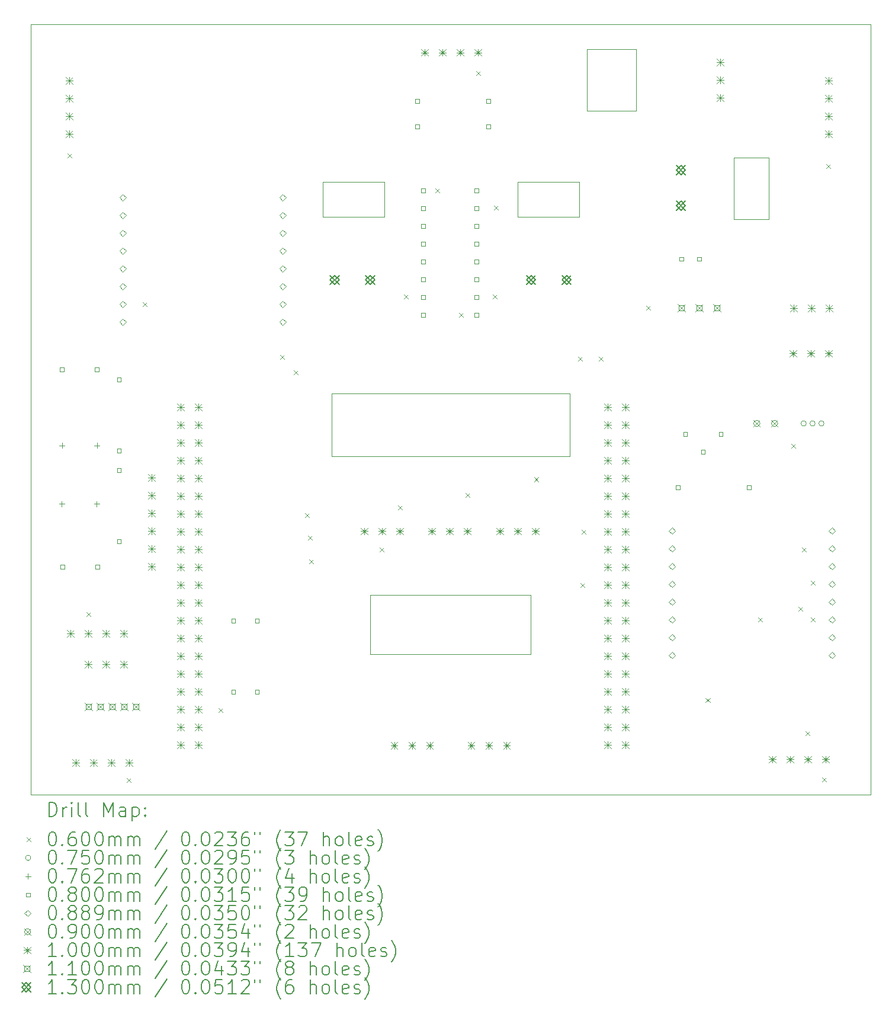
<source format=gbr>
%TF.GenerationSoftware,KiCad,Pcbnew,8.0.2*%
%TF.CreationDate,2024-05-27T11:28:30+02:00*%
%TF.ProjectId,Motor_Board_L476RG,4d6f746f-725f-4426-9f61-72645f4c3437,rev?*%
%TF.SameCoordinates,Original*%
%TF.FileFunction,Drillmap*%
%TF.FilePolarity,Positive*%
%FSLAX45Y45*%
G04 Gerber Fmt 4.5, Leading zero omitted, Abs format (unit mm)*
G04 Created by KiCad (PCBNEW 8.0.2) date 2024-05-27 11:28:30*
%MOMM*%
%LPD*%
G01*
G04 APERTURE LIST*
%ADD10C,0.050000*%
%ADD11C,0.200000*%
%ADD12C,0.100000*%
%ADD13C,0.110000*%
%ADD14C,0.130000*%
G04 APERTURE END LIST*
D10*
X12350000Y-4050000D02*
X24350000Y-4050000D01*
X24350000Y-15050000D01*
X12350000Y-15050000D01*
X12350000Y-4050000D01*
X22400000Y-5950000D02*
X22900000Y-5950000D01*
X22900000Y-6830000D01*
X22400000Y-6830000D01*
X22400000Y-5950000D01*
X19310000Y-6300000D02*
X20190000Y-6300000D01*
X20190000Y-6800000D01*
X19310000Y-6800000D01*
X19310000Y-6300000D01*
X20300000Y-4400000D02*
X21000000Y-4400000D01*
X21000000Y-5280000D01*
X20300000Y-5280000D01*
X20300000Y-4400000D01*
X16650000Y-9320000D02*
X20050000Y-9320000D01*
X20050000Y-10220000D01*
X16650000Y-10220000D01*
X16650000Y-9320000D01*
X17197500Y-12200000D02*
X19497500Y-12200000D01*
X19497500Y-13050000D01*
X17197500Y-13050000D01*
X17197500Y-12200000D01*
X16520000Y-6300000D02*
X17400000Y-6300000D01*
X17400000Y-6800000D01*
X16520000Y-6800000D01*
X16520000Y-6300000D01*
D11*
D12*
X12870000Y-5895000D02*
X12930000Y-5955000D01*
X12930000Y-5895000D02*
X12870000Y-5955000D01*
X13145000Y-12445000D02*
X13205000Y-12505000D01*
X13205000Y-12445000D02*
X13145000Y-12505000D01*
X13720000Y-14820000D02*
X13780000Y-14880000D01*
X13780000Y-14820000D02*
X13720000Y-14880000D01*
X13945000Y-8020000D02*
X14005000Y-8080000D01*
X14005000Y-8020000D02*
X13945000Y-8080000D01*
X15032000Y-13816000D02*
X15092000Y-13876000D01*
X15092000Y-13816000D02*
X15032000Y-13876000D01*
X15910000Y-8770000D02*
X15970000Y-8830000D01*
X15970000Y-8770000D02*
X15910000Y-8830000D01*
X16110000Y-8990000D02*
X16170000Y-9050000D01*
X16170000Y-8990000D02*
X16110000Y-9050000D01*
X16270000Y-11030000D02*
X16330000Y-11090000D01*
X16330000Y-11030000D02*
X16270000Y-11090000D01*
X16310000Y-11350000D02*
X16370000Y-11410000D01*
X16370000Y-11350000D02*
X16310000Y-11410000D01*
X16330000Y-11690000D02*
X16390000Y-11750000D01*
X16390000Y-11690000D02*
X16330000Y-11750000D01*
X17336000Y-11520000D02*
X17396000Y-11580000D01*
X17396000Y-11520000D02*
X17336000Y-11580000D01*
X17595000Y-10920000D02*
X17655000Y-10980000D01*
X17655000Y-10920000D02*
X17595000Y-10980000D01*
X17680000Y-7910000D02*
X17740000Y-7970000D01*
X17740000Y-7910000D02*
X17680000Y-7970000D01*
X18130000Y-6390000D02*
X18190000Y-6450000D01*
X18190000Y-6390000D02*
X18130000Y-6450000D01*
X18472000Y-8168000D02*
X18532000Y-8228000D01*
X18532000Y-8168000D02*
X18472000Y-8228000D01*
X18560000Y-10745000D02*
X18620000Y-10805000D01*
X18620000Y-10745000D02*
X18560000Y-10805000D01*
X18713000Y-4713000D02*
X18773000Y-4773000D01*
X18773000Y-4713000D02*
X18713000Y-4773000D01*
X18950000Y-7910000D02*
X19010000Y-7970000D01*
X19010000Y-7910000D02*
X18950000Y-7970000D01*
X18970000Y-6640000D02*
X19030000Y-6700000D01*
X19030000Y-6640000D02*
X18970000Y-6700000D01*
X18970000Y-6640000D02*
X19030000Y-6700000D01*
X19030000Y-6640000D02*
X18970000Y-6700000D01*
X19545000Y-10520000D02*
X19605000Y-10580000D01*
X19605000Y-10520000D02*
X19545000Y-10580000D01*
X20170000Y-8795000D02*
X20230000Y-8855000D01*
X20230000Y-8795000D02*
X20170000Y-8855000D01*
X20203000Y-12028000D02*
X20263000Y-12088000D01*
X20263000Y-12028000D02*
X20203000Y-12088000D01*
X20220000Y-11270000D02*
X20280000Y-11330000D01*
X20280000Y-11270000D02*
X20220000Y-11330000D01*
X20470000Y-8795000D02*
X20530000Y-8855000D01*
X20530000Y-8795000D02*
X20470000Y-8855000D01*
X21145000Y-8070000D02*
X21205000Y-8130000D01*
X21205000Y-8070000D02*
X21145000Y-8130000D01*
X21995000Y-13670000D02*
X22055000Y-13730000D01*
X22055000Y-13670000D02*
X21995000Y-13730000D01*
X22745000Y-12520000D02*
X22805000Y-12580000D01*
X22805000Y-12520000D02*
X22745000Y-12580000D01*
X23220000Y-10045000D02*
X23280000Y-10105000D01*
X23280000Y-10045000D02*
X23220000Y-10105000D01*
X23320000Y-12370000D02*
X23380000Y-12430000D01*
X23380000Y-12370000D02*
X23320000Y-12430000D01*
X23370000Y-11520000D02*
X23430000Y-11580000D01*
X23430000Y-11520000D02*
X23370000Y-11580000D01*
X23420000Y-14145000D02*
X23480000Y-14205000D01*
X23480000Y-14145000D02*
X23420000Y-14205000D01*
X23495000Y-11995000D02*
X23555000Y-12055000D01*
X23555000Y-11995000D02*
X23495000Y-12055000D01*
X23495000Y-11995000D02*
X23555000Y-12055000D01*
X23555000Y-11995000D02*
X23495000Y-12055000D01*
X23495000Y-12524000D02*
X23555000Y-12584000D01*
X23555000Y-12524000D02*
X23495000Y-12584000D01*
X23657500Y-14807500D02*
X23717500Y-14867500D01*
X23717500Y-14807500D02*
X23657500Y-14867500D01*
X23720000Y-6045000D02*
X23780000Y-6105000D01*
X23780000Y-6045000D02*
X23720000Y-6105000D01*
X23433500Y-9750000D02*
G75*
G02*
X23358500Y-9750000I-37500J0D01*
G01*
X23358500Y-9750000D02*
G75*
G02*
X23433500Y-9750000I37500J0D01*
G01*
X23560500Y-9750000D02*
G75*
G02*
X23485500Y-9750000I-37500J0D01*
G01*
X23485500Y-9750000D02*
G75*
G02*
X23560500Y-9750000I37500J0D01*
G01*
X23687500Y-9750000D02*
G75*
G02*
X23612500Y-9750000I-37500J0D01*
G01*
X23612500Y-9750000D02*
G75*
G02*
X23687500Y-9750000I37500J0D01*
G01*
X12790000Y-10861900D02*
X12790000Y-10938100D01*
X12751900Y-10900000D02*
X12828100Y-10900000D01*
X12795000Y-10026900D02*
X12795000Y-10103100D01*
X12756900Y-10065000D02*
X12833100Y-10065000D01*
X13290000Y-10861900D02*
X13290000Y-10938100D01*
X13251900Y-10900000D02*
X13328100Y-10900000D01*
X13295000Y-10026900D02*
X13295000Y-10103100D01*
X13256900Y-10065000D02*
X13333100Y-10065000D01*
X12818284Y-9008285D02*
X12818284Y-8951716D01*
X12761715Y-8951716D01*
X12761715Y-9008285D01*
X12818284Y-9008285D01*
X12828284Y-11828284D02*
X12828284Y-11771715D01*
X12771715Y-11771715D01*
X12771715Y-11828284D01*
X12828284Y-11828284D01*
X13318284Y-9008285D02*
X13318284Y-8951716D01*
X13261715Y-8951716D01*
X13261715Y-9008285D01*
X13318284Y-9008285D01*
X13328284Y-11828284D02*
X13328284Y-11771715D01*
X13271715Y-11771715D01*
X13271715Y-11828284D01*
X13328284Y-11828284D01*
X13638284Y-9152285D02*
X13638284Y-9095716D01*
X13581715Y-9095716D01*
X13581715Y-9152285D01*
X13638284Y-9152285D01*
X13638284Y-10168285D02*
X13638284Y-10111716D01*
X13581715Y-10111716D01*
X13581715Y-10168285D01*
X13638284Y-10168285D01*
X13638284Y-10448285D02*
X13638284Y-10391716D01*
X13581715Y-10391716D01*
X13581715Y-10448285D01*
X13638284Y-10448285D01*
X13638284Y-11464284D02*
X13638284Y-11407715D01*
X13581715Y-11407715D01*
X13581715Y-11464284D01*
X13638284Y-11464284D01*
X15270285Y-12598284D02*
X15270285Y-12541715D01*
X15213716Y-12541715D01*
X15213716Y-12598284D01*
X15270285Y-12598284D01*
X15270285Y-13614284D02*
X15270285Y-13557715D01*
X15213716Y-13557715D01*
X15213716Y-13614284D01*
X15270285Y-13614284D01*
X15610285Y-12598284D02*
X15610285Y-12541715D01*
X15553716Y-12541715D01*
X15553716Y-12598284D01*
X15610285Y-12598284D01*
X15610285Y-13614284D02*
X15610285Y-13557715D01*
X15553716Y-13557715D01*
X15553716Y-13614284D01*
X15610285Y-13614284D01*
X17902285Y-5173285D02*
X17902285Y-5116716D01*
X17845716Y-5116716D01*
X17845716Y-5173285D01*
X17902285Y-5173285D01*
X17902285Y-5538285D02*
X17902285Y-5481716D01*
X17845716Y-5481716D01*
X17845716Y-5538285D01*
X17902285Y-5538285D01*
X17986285Y-6448284D02*
X17986285Y-6391715D01*
X17929716Y-6391715D01*
X17929716Y-6448284D01*
X17986285Y-6448284D01*
X17986285Y-6702284D02*
X17986285Y-6645715D01*
X17929716Y-6645715D01*
X17929716Y-6702284D01*
X17986285Y-6702284D01*
X17986285Y-6956284D02*
X17986285Y-6899715D01*
X17929716Y-6899715D01*
X17929716Y-6956284D01*
X17986285Y-6956284D01*
X17986285Y-7210284D02*
X17986285Y-7153715D01*
X17929716Y-7153715D01*
X17929716Y-7210284D01*
X17986285Y-7210284D01*
X17986285Y-7464284D02*
X17986285Y-7407715D01*
X17929716Y-7407715D01*
X17929716Y-7464284D01*
X17986285Y-7464284D01*
X17986285Y-7718284D02*
X17986285Y-7661715D01*
X17929716Y-7661715D01*
X17929716Y-7718284D01*
X17986285Y-7718284D01*
X17986285Y-7972284D02*
X17986285Y-7915715D01*
X17929716Y-7915715D01*
X17929716Y-7972284D01*
X17986285Y-7972284D01*
X17986285Y-8226284D02*
X17986285Y-8169715D01*
X17929716Y-8169715D01*
X17929716Y-8226284D01*
X17986285Y-8226284D01*
X18748285Y-6448284D02*
X18748285Y-6391715D01*
X18691716Y-6391715D01*
X18691716Y-6448284D01*
X18748285Y-6448284D01*
X18748285Y-6702284D02*
X18748285Y-6645715D01*
X18691716Y-6645715D01*
X18691716Y-6702284D01*
X18748285Y-6702284D01*
X18748285Y-6956284D02*
X18748285Y-6899715D01*
X18691716Y-6899715D01*
X18691716Y-6956284D01*
X18748285Y-6956284D01*
X18748285Y-7210284D02*
X18748285Y-7153715D01*
X18691716Y-7153715D01*
X18691716Y-7210284D01*
X18748285Y-7210284D01*
X18748285Y-7464284D02*
X18748285Y-7407715D01*
X18691716Y-7407715D01*
X18691716Y-7464284D01*
X18748285Y-7464284D01*
X18748285Y-7718284D02*
X18748285Y-7661715D01*
X18691716Y-7661715D01*
X18691716Y-7718284D01*
X18748285Y-7718284D01*
X18748285Y-7972284D02*
X18748285Y-7915715D01*
X18691716Y-7915715D01*
X18691716Y-7972284D01*
X18748285Y-7972284D01*
X18748285Y-8226284D02*
X18748285Y-8169715D01*
X18691716Y-8169715D01*
X18691716Y-8226284D01*
X18748285Y-8226284D01*
X18918285Y-5173285D02*
X18918285Y-5116716D01*
X18861716Y-5116716D01*
X18861716Y-5173285D01*
X18918285Y-5173285D01*
X18918285Y-5538285D02*
X18918285Y-5481716D01*
X18861716Y-5481716D01*
X18861716Y-5538285D01*
X18918285Y-5538285D01*
X21628285Y-10689785D02*
X21628285Y-10633216D01*
X21571716Y-10633216D01*
X21571716Y-10689785D01*
X21628285Y-10689785D01*
X21678285Y-7428284D02*
X21678285Y-7371715D01*
X21621716Y-7371715D01*
X21621716Y-7428284D01*
X21678285Y-7428284D01*
X21730285Y-9929785D02*
X21730285Y-9873216D01*
X21673716Y-9873216D01*
X21673716Y-9929785D01*
X21730285Y-9929785D01*
X21928285Y-7428284D02*
X21928285Y-7371715D01*
X21871716Y-7371715D01*
X21871716Y-7428284D01*
X21928285Y-7428284D01*
X21984285Y-10183785D02*
X21984285Y-10127216D01*
X21927716Y-10127216D01*
X21927716Y-10183785D01*
X21984285Y-10183785D01*
X22238285Y-9929785D02*
X22238285Y-9873216D01*
X22181716Y-9873216D01*
X22181716Y-9929785D01*
X22238285Y-9929785D01*
X22644284Y-10689785D02*
X22644284Y-10633216D01*
X22587715Y-10633216D01*
X22587715Y-10689785D01*
X22644284Y-10689785D01*
X13664000Y-6566450D02*
X13708450Y-6522000D01*
X13664000Y-6477550D01*
X13619550Y-6522000D01*
X13664000Y-6566450D01*
X13664000Y-6820450D02*
X13708450Y-6776000D01*
X13664000Y-6731550D01*
X13619550Y-6776000D01*
X13664000Y-6820450D01*
X13664000Y-7074450D02*
X13708450Y-7030000D01*
X13664000Y-6985550D01*
X13619550Y-7030000D01*
X13664000Y-7074450D01*
X13664000Y-7328450D02*
X13708450Y-7284000D01*
X13664000Y-7239550D01*
X13619550Y-7284000D01*
X13664000Y-7328450D01*
X13664000Y-7582450D02*
X13708450Y-7538000D01*
X13664000Y-7493550D01*
X13619550Y-7538000D01*
X13664000Y-7582450D01*
X13664000Y-7836450D02*
X13708450Y-7792000D01*
X13664000Y-7747550D01*
X13619550Y-7792000D01*
X13664000Y-7836450D01*
X13664000Y-8090450D02*
X13708450Y-8046000D01*
X13664000Y-8001550D01*
X13619550Y-8046000D01*
X13664000Y-8090450D01*
X13664000Y-8344450D02*
X13708450Y-8300000D01*
X13664000Y-8255550D01*
X13619550Y-8300000D01*
X13664000Y-8344450D01*
X15950000Y-6566450D02*
X15994450Y-6522000D01*
X15950000Y-6477550D01*
X15905550Y-6522000D01*
X15950000Y-6566450D01*
X15950000Y-6820450D02*
X15994450Y-6776000D01*
X15950000Y-6731550D01*
X15905550Y-6776000D01*
X15950000Y-6820450D01*
X15950000Y-7074450D02*
X15994450Y-7030000D01*
X15950000Y-6985550D01*
X15905550Y-7030000D01*
X15950000Y-7074450D01*
X15950000Y-7328450D02*
X15994450Y-7284000D01*
X15950000Y-7239550D01*
X15905550Y-7284000D01*
X15950000Y-7328450D01*
X15950000Y-7582450D02*
X15994450Y-7538000D01*
X15950000Y-7493550D01*
X15905550Y-7538000D01*
X15950000Y-7582450D01*
X15950000Y-7836450D02*
X15994450Y-7792000D01*
X15950000Y-7747550D01*
X15905550Y-7792000D01*
X15950000Y-7836450D01*
X15950000Y-8090450D02*
X15994450Y-8046000D01*
X15950000Y-8001550D01*
X15905550Y-8046000D01*
X15950000Y-8090450D01*
X15950000Y-8344450D02*
X15994450Y-8300000D01*
X15950000Y-8255550D01*
X15905550Y-8300000D01*
X15950000Y-8344450D01*
X21514000Y-11328450D02*
X21558450Y-11284000D01*
X21514000Y-11239550D01*
X21469550Y-11284000D01*
X21514000Y-11328450D01*
X21514000Y-11582450D02*
X21558450Y-11538000D01*
X21514000Y-11493550D01*
X21469550Y-11538000D01*
X21514000Y-11582450D01*
X21514000Y-11836450D02*
X21558450Y-11792000D01*
X21514000Y-11747550D01*
X21469550Y-11792000D01*
X21514000Y-11836450D01*
X21514000Y-12090450D02*
X21558450Y-12046000D01*
X21514000Y-12001550D01*
X21469550Y-12046000D01*
X21514000Y-12090450D01*
X21514000Y-12344450D02*
X21558450Y-12300000D01*
X21514000Y-12255550D01*
X21469550Y-12300000D01*
X21514000Y-12344450D01*
X21514000Y-12598450D02*
X21558450Y-12554000D01*
X21514000Y-12509550D01*
X21469550Y-12554000D01*
X21514000Y-12598450D01*
X21514000Y-12852450D02*
X21558450Y-12808000D01*
X21514000Y-12763550D01*
X21469550Y-12808000D01*
X21514000Y-12852450D01*
X21514000Y-13106450D02*
X21558450Y-13062000D01*
X21514000Y-13017550D01*
X21469550Y-13062000D01*
X21514000Y-13106450D01*
X23800000Y-11328450D02*
X23844450Y-11284000D01*
X23800000Y-11239550D01*
X23755550Y-11284000D01*
X23800000Y-11328450D01*
X23800000Y-11582450D02*
X23844450Y-11538000D01*
X23800000Y-11493550D01*
X23755550Y-11538000D01*
X23800000Y-11582450D01*
X23800000Y-11836450D02*
X23844450Y-11792000D01*
X23800000Y-11747550D01*
X23755550Y-11792000D01*
X23800000Y-11836450D01*
X23800000Y-12090450D02*
X23844450Y-12046000D01*
X23800000Y-12001550D01*
X23755550Y-12046000D01*
X23800000Y-12090450D01*
X23800000Y-12344450D02*
X23844450Y-12300000D01*
X23800000Y-12255550D01*
X23755550Y-12300000D01*
X23800000Y-12344450D01*
X23800000Y-12598450D02*
X23844450Y-12554000D01*
X23800000Y-12509550D01*
X23755550Y-12554000D01*
X23800000Y-12598450D01*
X23800000Y-12852450D02*
X23844450Y-12808000D01*
X23800000Y-12763550D01*
X23755550Y-12808000D01*
X23800000Y-12852450D01*
X23800000Y-13106450D02*
X23844450Y-13062000D01*
X23800000Y-13017550D01*
X23755550Y-13062000D01*
X23800000Y-13106450D01*
X22681000Y-9705000D02*
X22771000Y-9795000D01*
X22771000Y-9705000D02*
X22681000Y-9795000D01*
X22771000Y-9750000D02*
G75*
G02*
X22681000Y-9750000I-45000J0D01*
G01*
X22681000Y-9750000D02*
G75*
G02*
X22771000Y-9750000I45000J0D01*
G01*
X22935000Y-9705000D02*
X23025000Y-9795000D01*
X23025000Y-9705000D02*
X22935000Y-9795000D01*
X23025000Y-9750000D02*
G75*
G02*
X22935000Y-9750000I-45000J0D01*
G01*
X22935000Y-9750000D02*
G75*
G02*
X23025000Y-9750000I45000J0D01*
G01*
X12850000Y-4800000D02*
X12950000Y-4900000D01*
X12950000Y-4800000D02*
X12850000Y-4900000D01*
X12900000Y-4800000D02*
X12900000Y-4900000D01*
X12850000Y-4850000D02*
X12950000Y-4850000D01*
X12850000Y-5054000D02*
X12950000Y-5154000D01*
X12950000Y-5054000D02*
X12850000Y-5154000D01*
X12900000Y-5054000D02*
X12900000Y-5154000D01*
X12850000Y-5104000D02*
X12950000Y-5104000D01*
X12850000Y-5308000D02*
X12950000Y-5408000D01*
X12950000Y-5308000D02*
X12850000Y-5408000D01*
X12900000Y-5308000D02*
X12900000Y-5408000D01*
X12850000Y-5358000D02*
X12950000Y-5358000D01*
X12850000Y-5562000D02*
X12950000Y-5662000D01*
X12950000Y-5562000D02*
X12850000Y-5662000D01*
X12900000Y-5562000D02*
X12900000Y-5662000D01*
X12850000Y-5612000D02*
X12950000Y-5612000D01*
X12868000Y-12701000D02*
X12968000Y-12801000D01*
X12968000Y-12701000D02*
X12868000Y-12801000D01*
X12918000Y-12701000D02*
X12918000Y-12801000D01*
X12868000Y-12751000D02*
X12968000Y-12751000D01*
X12942000Y-14550000D02*
X13042000Y-14650000D01*
X13042000Y-14550000D02*
X12942000Y-14650000D01*
X12992000Y-14550000D02*
X12992000Y-14650000D01*
X12942000Y-14600000D02*
X13042000Y-14600000D01*
X13122000Y-12701000D02*
X13222000Y-12801000D01*
X13222000Y-12701000D02*
X13122000Y-12801000D01*
X13172000Y-12701000D02*
X13172000Y-12801000D01*
X13122000Y-12751000D02*
X13222000Y-12751000D01*
X13122000Y-13141000D02*
X13222000Y-13241000D01*
X13222000Y-13141000D02*
X13122000Y-13241000D01*
X13172000Y-13141000D02*
X13172000Y-13241000D01*
X13122000Y-13191000D02*
X13222000Y-13191000D01*
X13196000Y-14550000D02*
X13296000Y-14650000D01*
X13296000Y-14550000D02*
X13196000Y-14650000D01*
X13246000Y-14550000D02*
X13246000Y-14650000D01*
X13196000Y-14600000D02*
X13296000Y-14600000D01*
X13376000Y-12701000D02*
X13476000Y-12801000D01*
X13476000Y-12701000D02*
X13376000Y-12801000D01*
X13426000Y-12701000D02*
X13426000Y-12801000D01*
X13376000Y-12751000D02*
X13476000Y-12751000D01*
X13376000Y-13141000D02*
X13476000Y-13241000D01*
X13476000Y-13141000D02*
X13376000Y-13241000D01*
X13426000Y-13141000D02*
X13426000Y-13241000D01*
X13376000Y-13191000D02*
X13476000Y-13191000D01*
X13450000Y-14550000D02*
X13550000Y-14650000D01*
X13550000Y-14550000D02*
X13450000Y-14650000D01*
X13500000Y-14550000D02*
X13500000Y-14650000D01*
X13450000Y-14600000D02*
X13550000Y-14600000D01*
X13630000Y-12701000D02*
X13730000Y-12801000D01*
X13730000Y-12701000D02*
X13630000Y-12801000D01*
X13680000Y-12701000D02*
X13680000Y-12801000D01*
X13630000Y-12751000D02*
X13730000Y-12751000D01*
X13630000Y-13141000D02*
X13730000Y-13241000D01*
X13730000Y-13141000D02*
X13630000Y-13241000D01*
X13680000Y-13141000D02*
X13680000Y-13241000D01*
X13630000Y-13191000D02*
X13730000Y-13191000D01*
X13704000Y-14550000D02*
X13804000Y-14650000D01*
X13804000Y-14550000D02*
X13704000Y-14650000D01*
X13754000Y-14550000D02*
X13754000Y-14650000D01*
X13704000Y-14600000D02*
X13804000Y-14600000D01*
X14025000Y-10475000D02*
X14125000Y-10575000D01*
X14125000Y-10475000D02*
X14025000Y-10575000D01*
X14075000Y-10475000D02*
X14075000Y-10575000D01*
X14025000Y-10525000D02*
X14125000Y-10525000D01*
X14025000Y-10729000D02*
X14125000Y-10829000D01*
X14125000Y-10729000D02*
X14025000Y-10829000D01*
X14075000Y-10729000D02*
X14075000Y-10829000D01*
X14025000Y-10779000D02*
X14125000Y-10779000D01*
X14025000Y-10983000D02*
X14125000Y-11083000D01*
X14125000Y-10983000D02*
X14025000Y-11083000D01*
X14075000Y-10983000D02*
X14075000Y-11083000D01*
X14025000Y-11033000D02*
X14125000Y-11033000D01*
X14025000Y-11237000D02*
X14125000Y-11337000D01*
X14125000Y-11237000D02*
X14025000Y-11337000D01*
X14075000Y-11237000D02*
X14075000Y-11337000D01*
X14025000Y-11287000D02*
X14125000Y-11287000D01*
X14025000Y-11491000D02*
X14125000Y-11591000D01*
X14125000Y-11491000D02*
X14025000Y-11591000D01*
X14075000Y-11491000D02*
X14075000Y-11591000D01*
X14025000Y-11541000D02*
X14125000Y-11541000D01*
X14025000Y-11745000D02*
X14125000Y-11845000D01*
X14125000Y-11745000D02*
X14025000Y-11845000D01*
X14075000Y-11745000D02*
X14075000Y-11845000D01*
X14025000Y-11795000D02*
X14125000Y-11795000D01*
X14442000Y-9468000D02*
X14542000Y-9568000D01*
X14542000Y-9468000D02*
X14442000Y-9568000D01*
X14492000Y-9468000D02*
X14492000Y-9568000D01*
X14442000Y-9518000D02*
X14542000Y-9518000D01*
X14442000Y-9722000D02*
X14542000Y-9822000D01*
X14542000Y-9722000D02*
X14442000Y-9822000D01*
X14492000Y-9722000D02*
X14492000Y-9822000D01*
X14442000Y-9772000D02*
X14542000Y-9772000D01*
X14442000Y-9976000D02*
X14542000Y-10076000D01*
X14542000Y-9976000D02*
X14442000Y-10076000D01*
X14492000Y-9976000D02*
X14492000Y-10076000D01*
X14442000Y-10026000D02*
X14542000Y-10026000D01*
X14442000Y-10230000D02*
X14542000Y-10330000D01*
X14542000Y-10230000D02*
X14442000Y-10330000D01*
X14492000Y-10230000D02*
X14492000Y-10330000D01*
X14442000Y-10280000D02*
X14542000Y-10280000D01*
X14442000Y-10484000D02*
X14542000Y-10584000D01*
X14542000Y-10484000D02*
X14442000Y-10584000D01*
X14492000Y-10484000D02*
X14492000Y-10584000D01*
X14442000Y-10534000D02*
X14542000Y-10534000D01*
X14442000Y-10738000D02*
X14542000Y-10838000D01*
X14542000Y-10738000D02*
X14442000Y-10838000D01*
X14492000Y-10738000D02*
X14492000Y-10838000D01*
X14442000Y-10788000D02*
X14542000Y-10788000D01*
X14442000Y-10992000D02*
X14542000Y-11092000D01*
X14542000Y-10992000D02*
X14442000Y-11092000D01*
X14492000Y-10992000D02*
X14492000Y-11092000D01*
X14442000Y-11042000D02*
X14542000Y-11042000D01*
X14442000Y-11246000D02*
X14542000Y-11346000D01*
X14542000Y-11246000D02*
X14442000Y-11346000D01*
X14492000Y-11246000D02*
X14492000Y-11346000D01*
X14442000Y-11296000D02*
X14542000Y-11296000D01*
X14442000Y-11500000D02*
X14542000Y-11600000D01*
X14542000Y-11500000D02*
X14442000Y-11600000D01*
X14492000Y-11500000D02*
X14492000Y-11600000D01*
X14442000Y-11550000D02*
X14542000Y-11550000D01*
X14442000Y-11754000D02*
X14542000Y-11854000D01*
X14542000Y-11754000D02*
X14442000Y-11854000D01*
X14492000Y-11754000D02*
X14492000Y-11854000D01*
X14442000Y-11804000D02*
X14542000Y-11804000D01*
X14442000Y-12008000D02*
X14542000Y-12108000D01*
X14542000Y-12008000D02*
X14442000Y-12108000D01*
X14492000Y-12008000D02*
X14492000Y-12108000D01*
X14442000Y-12058000D02*
X14542000Y-12058000D01*
X14442000Y-12262000D02*
X14542000Y-12362000D01*
X14542000Y-12262000D02*
X14442000Y-12362000D01*
X14492000Y-12262000D02*
X14492000Y-12362000D01*
X14442000Y-12312000D02*
X14542000Y-12312000D01*
X14442000Y-12516000D02*
X14542000Y-12616000D01*
X14542000Y-12516000D02*
X14442000Y-12616000D01*
X14492000Y-12516000D02*
X14492000Y-12616000D01*
X14442000Y-12566000D02*
X14542000Y-12566000D01*
X14442000Y-12770000D02*
X14542000Y-12870000D01*
X14542000Y-12770000D02*
X14442000Y-12870000D01*
X14492000Y-12770000D02*
X14492000Y-12870000D01*
X14442000Y-12820000D02*
X14542000Y-12820000D01*
X14442000Y-13024000D02*
X14542000Y-13124000D01*
X14542000Y-13024000D02*
X14442000Y-13124000D01*
X14492000Y-13024000D02*
X14492000Y-13124000D01*
X14442000Y-13074000D02*
X14542000Y-13074000D01*
X14442000Y-13278000D02*
X14542000Y-13378000D01*
X14542000Y-13278000D02*
X14442000Y-13378000D01*
X14492000Y-13278000D02*
X14492000Y-13378000D01*
X14442000Y-13328000D02*
X14542000Y-13328000D01*
X14442000Y-13532000D02*
X14542000Y-13632000D01*
X14542000Y-13532000D02*
X14442000Y-13632000D01*
X14492000Y-13532000D02*
X14492000Y-13632000D01*
X14442000Y-13582000D02*
X14542000Y-13582000D01*
X14442000Y-13786000D02*
X14542000Y-13886000D01*
X14542000Y-13786000D02*
X14442000Y-13886000D01*
X14492000Y-13786000D02*
X14492000Y-13886000D01*
X14442000Y-13836000D02*
X14542000Y-13836000D01*
X14442000Y-14040000D02*
X14542000Y-14140000D01*
X14542000Y-14040000D02*
X14442000Y-14140000D01*
X14492000Y-14040000D02*
X14492000Y-14140000D01*
X14442000Y-14090000D02*
X14542000Y-14090000D01*
X14442000Y-14294000D02*
X14542000Y-14394000D01*
X14542000Y-14294000D02*
X14442000Y-14394000D01*
X14492000Y-14294000D02*
X14492000Y-14394000D01*
X14442000Y-14344000D02*
X14542000Y-14344000D01*
X14696000Y-9468000D02*
X14796000Y-9568000D01*
X14796000Y-9468000D02*
X14696000Y-9568000D01*
X14746000Y-9468000D02*
X14746000Y-9568000D01*
X14696000Y-9518000D02*
X14796000Y-9518000D01*
X14696000Y-9722000D02*
X14796000Y-9822000D01*
X14796000Y-9722000D02*
X14696000Y-9822000D01*
X14746000Y-9722000D02*
X14746000Y-9822000D01*
X14696000Y-9772000D02*
X14796000Y-9772000D01*
X14696000Y-9976000D02*
X14796000Y-10076000D01*
X14796000Y-9976000D02*
X14696000Y-10076000D01*
X14746000Y-9976000D02*
X14746000Y-10076000D01*
X14696000Y-10026000D02*
X14796000Y-10026000D01*
X14696000Y-10230000D02*
X14796000Y-10330000D01*
X14796000Y-10230000D02*
X14696000Y-10330000D01*
X14746000Y-10230000D02*
X14746000Y-10330000D01*
X14696000Y-10280000D02*
X14796000Y-10280000D01*
X14696000Y-10484000D02*
X14796000Y-10584000D01*
X14796000Y-10484000D02*
X14696000Y-10584000D01*
X14746000Y-10484000D02*
X14746000Y-10584000D01*
X14696000Y-10534000D02*
X14796000Y-10534000D01*
X14696000Y-10738000D02*
X14796000Y-10838000D01*
X14796000Y-10738000D02*
X14696000Y-10838000D01*
X14746000Y-10738000D02*
X14746000Y-10838000D01*
X14696000Y-10788000D02*
X14796000Y-10788000D01*
X14696000Y-10992000D02*
X14796000Y-11092000D01*
X14796000Y-10992000D02*
X14696000Y-11092000D01*
X14746000Y-10992000D02*
X14746000Y-11092000D01*
X14696000Y-11042000D02*
X14796000Y-11042000D01*
X14696000Y-11246000D02*
X14796000Y-11346000D01*
X14796000Y-11246000D02*
X14696000Y-11346000D01*
X14746000Y-11246000D02*
X14746000Y-11346000D01*
X14696000Y-11296000D02*
X14796000Y-11296000D01*
X14696000Y-11500000D02*
X14796000Y-11600000D01*
X14796000Y-11500000D02*
X14696000Y-11600000D01*
X14746000Y-11500000D02*
X14746000Y-11600000D01*
X14696000Y-11550000D02*
X14796000Y-11550000D01*
X14696000Y-11754000D02*
X14796000Y-11854000D01*
X14796000Y-11754000D02*
X14696000Y-11854000D01*
X14746000Y-11754000D02*
X14746000Y-11854000D01*
X14696000Y-11804000D02*
X14796000Y-11804000D01*
X14696000Y-12008000D02*
X14796000Y-12108000D01*
X14796000Y-12008000D02*
X14696000Y-12108000D01*
X14746000Y-12008000D02*
X14746000Y-12108000D01*
X14696000Y-12058000D02*
X14796000Y-12058000D01*
X14696000Y-12262000D02*
X14796000Y-12362000D01*
X14796000Y-12262000D02*
X14696000Y-12362000D01*
X14746000Y-12262000D02*
X14746000Y-12362000D01*
X14696000Y-12312000D02*
X14796000Y-12312000D01*
X14696000Y-12516000D02*
X14796000Y-12616000D01*
X14796000Y-12516000D02*
X14696000Y-12616000D01*
X14746000Y-12516000D02*
X14746000Y-12616000D01*
X14696000Y-12566000D02*
X14796000Y-12566000D01*
X14696000Y-12770000D02*
X14796000Y-12870000D01*
X14796000Y-12770000D02*
X14696000Y-12870000D01*
X14746000Y-12770000D02*
X14746000Y-12870000D01*
X14696000Y-12820000D02*
X14796000Y-12820000D01*
X14696000Y-13024000D02*
X14796000Y-13124000D01*
X14796000Y-13024000D02*
X14696000Y-13124000D01*
X14746000Y-13024000D02*
X14746000Y-13124000D01*
X14696000Y-13074000D02*
X14796000Y-13074000D01*
X14696000Y-13278000D02*
X14796000Y-13378000D01*
X14796000Y-13278000D02*
X14696000Y-13378000D01*
X14746000Y-13278000D02*
X14746000Y-13378000D01*
X14696000Y-13328000D02*
X14796000Y-13328000D01*
X14696000Y-13532000D02*
X14796000Y-13632000D01*
X14796000Y-13532000D02*
X14696000Y-13632000D01*
X14746000Y-13532000D02*
X14746000Y-13632000D01*
X14696000Y-13582000D02*
X14796000Y-13582000D01*
X14696000Y-13786000D02*
X14796000Y-13886000D01*
X14796000Y-13786000D02*
X14696000Y-13886000D01*
X14746000Y-13786000D02*
X14746000Y-13886000D01*
X14696000Y-13836000D02*
X14796000Y-13836000D01*
X14696000Y-14040000D02*
X14796000Y-14140000D01*
X14796000Y-14040000D02*
X14696000Y-14140000D01*
X14746000Y-14040000D02*
X14746000Y-14140000D01*
X14696000Y-14090000D02*
X14796000Y-14090000D01*
X14696000Y-14294000D02*
X14796000Y-14394000D01*
X14796000Y-14294000D02*
X14696000Y-14394000D01*
X14746000Y-14294000D02*
X14746000Y-14394000D01*
X14696000Y-14344000D02*
X14796000Y-14344000D01*
X17062000Y-11240000D02*
X17162000Y-11340000D01*
X17162000Y-11240000D02*
X17062000Y-11340000D01*
X17112000Y-11240000D02*
X17112000Y-11340000D01*
X17062000Y-11290000D02*
X17162000Y-11290000D01*
X17316000Y-11240000D02*
X17416000Y-11340000D01*
X17416000Y-11240000D02*
X17316000Y-11340000D01*
X17366000Y-11240000D02*
X17366000Y-11340000D01*
X17316000Y-11290000D02*
X17416000Y-11290000D01*
X17492000Y-14300000D02*
X17592000Y-14400000D01*
X17592000Y-14300000D02*
X17492000Y-14400000D01*
X17542000Y-14300000D02*
X17542000Y-14400000D01*
X17492000Y-14350000D02*
X17592000Y-14350000D01*
X17570000Y-11240000D02*
X17670000Y-11340000D01*
X17670000Y-11240000D02*
X17570000Y-11340000D01*
X17620000Y-11240000D02*
X17620000Y-11340000D01*
X17570000Y-11290000D02*
X17670000Y-11290000D01*
X17746000Y-14300000D02*
X17846000Y-14400000D01*
X17846000Y-14300000D02*
X17746000Y-14400000D01*
X17796000Y-14300000D02*
X17796000Y-14400000D01*
X17746000Y-14350000D02*
X17846000Y-14350000D01*
X17931000Y-4400000D02*
X18031000Y-4500000D01*
X18031000Y-4400000D02*
X17931000Y-4500000D01*
X17981000Y-4400000D02*
X17981000Y-4500000D01*
X17931000Y-4450000D02*
X18031000Y-4450000D01*
X18000000Y-14300000D02*
X18100000Y-14400000D01*
X18100000Y-14300000D02*
X18000000Y-14400000D01*
X18050000Y-14300000D02*
X18050000Y-14400000D01*
X18000000Y-14350000D02*
X18100000Y-14350000D01*
X18032000Y-11240000D02*
X18132000Y-11340000D01*
X18132000Y-11240000D02*
X18032000Y-11340000D01*
X18082000Y-11240000D02*
X18082000Y-11340000D01*
X18032000Y-11290000D02*
X18132000Y-11290000D01*
X18185000Y-4400000D02*
X18285000Y-4500000D01*
X18285000Y-4400000D02*
X18185000Y-4500000D01*
X18235000Y-4400000D02*
X18235000Y-4500000D01*
X18185000Y-4450000D02*
X18285000Y-4450000D01*
X18286000Y-11240000D02*
X18386000Y-11340000D01*
X18386000Y-11240000D02*
X18286000Y-11340000D01*
X18336000Y-11240000D02*
X18336000Y-11340000D01*
X18286000Y-11290000D02*
X18386000Y-11290000D01*
X18439000Y-4400000D02*
X18539000Y-4500000D01*
X18539000Y-4400000D02*
X18439000Y-4500000D01*
X18489000Y-4400000D02*
X18489000Y-4500000D01*
X18439000Y-4450000D02*
X18539000Y-4450000D01*
X18540000Y-11240000D02*
X18640000Y-11340000D01*
X18640000Y-11240000D02*
X18540000Y-11340000D01*
X18590000Y-11240000D02*
X18590000Y-11340000D01*
X18540000Y-11290000D02*
X18640000Y-11290000D01*
X18592000Y-14300000D02*
X18692000Y-14400000D01*
X18692000Y-14300000D02*
X18592000Y-14400000D01*
X18642000Y-14300000D02*
X18642000Y-14400000D01*
X18592000Y-14350000D02*
X18692000Y-14350000D01*
X18693000Y-4400000D02*
X18793000Y-4500000D01*
X18793000Y-4400000D02*
X18693000Y-4500000D01*
X18743000Y-4400000D02*
X18743000Y-4500000D01*
X18693000Y-4450000D02*
X18793000Y-4450000D01*
X18846000Y-14300000D02*
X18946000Y-14400000D01*
X18946000Y-14300000D02*
X18846000Y-14400000D01*
X18896000Y-14300000D02*
X18896000Y-14400000D01*
X18846000Y-14350000D02*
X18946000Y-14350000D01*
X19002000Y-11240000D02*
X19102000Y-11340000D01*
X19102000Y-11240000D02*
X19002000Y-11340000D01*
X19052000Y-11240000D02*
X19052000Y-11340000D01*
X19002000Y-11290000D02*
X19102000Y-11290000D01*
X19100000Y-14300000D02*
X19200000Y-14400000D01*
X19200000Y-14300000D02*
X19100000Y-14400000D01*
X19150000Y-14300000D02*
X19150000Y-14400000D01*
X19100000Y-14350000D02*
X19200000Y-14350000D01*
X19256000Y-11240000D02*
X19356000Y-11340000D01*
X19356000Y-11240000D02*
X19256000Y-11340000D01*
X19306000Y-11240000D02*
X19306000Y-11340000D01*
X19256000Y-11290000D02*
X19356000Y-11290000D01*
X19510000Y-11240000D02*
X19610000Y-11340000D01*
X19610000Y-11240000D02*
X19510000Y-11340000D01*
X19560000Y-11240000D02*
X19560000Y-11340000D01*
X19510000Y-11290000D02*
X19610000Y-11290000D01*
X20546000Y-9468000D02*
X20646000Y-9568000D01*
X20646000Y-9468000D02*
X20546000Y-9568000D01*
X20596000Y-9468000D02*
X20596000Y-9568000D01*
X20546000Y-9518000D02*
X20646000Y-9518000D01*
X20546000Y-9722000D02*
X20646000Y-9822000D01*
X20646000Y-9722000D02*
X20546000Y-9822000D01*
X20596000Y-9722000D02*
X20596000Y-9822000D01*
X20546000Y-9772000D02*
X20646000Y-9772000D01*
X20546000Y-9976000D02*
X20646000Y-10076000D01*
X20646000Y-9976000D02*
X20546000Y-10076000D01*
X20596000Y-9976000D02*
X20596000Y-10076000D01*
X20546000Y-10026000D02*
X20646000Y-10026000D01*
X20546000Y-10230000D02*
X20646000Y-10330000D01*
X20646000Y-10230000D02*
X20546000Y-10330000D01*
X20596000Y-10230000D02*
X20596000Y-10330000D01*
X20546000Y-10280000D02*
X20646000Y-10280000D01*
X20546000Y-10484000D02*
X20646000Y-10584000D01*
X20646000Y-10484000D02*
X20546000Y-10584000D01*
X20596000Y-10484000D02*
X20596000Y-10584000D01*
X20546000Y-10534000D02*
X20646000Y-10534000D01*
X20546000Y-10738000D02*
X20646000Y-10838000D01*
X20646000Y-10738000D02*
X20546000Y-10838000D01*
X20596000Y-10738000D02*
X20596000Y-10838000D01*
X20546000Y-10788000D02*
X20646000Y-10788000D01*
X20546000Y-10992000D02*
X20646000Y-11092000D01*
X20646000Y-10992000D02*
X20546000Y-11092000D01*
X20596000Y-10992000D02*
X20596000Y-11092000D01*
X20546000Y-11042000D02*
X20646000Y-11042000D01*
X20546000Y-11246000D02*
X20646000Y-11346000D01*
X20646000Y-11246000D02*
X20546000Y-11346000D01*
X20596000Y-11246000D02*
X20596000Y-11346000D01*
X20546000Y-11296000D02*
X20646000Y-11296000D01*
X20546000Y-11500000D02*
X20646000Y-11600000D01*
X20646000Y-11500000D02*
X20546000Y-11600000D01*
X20596000Y-11500000D02*
X20596000Y-11600000D01*
X20546000Y-11550000D02*
X20646000Y-11550000D01*
X20546000Y-11754000D02*
X20646000Y-11854000D01*
X20646000Y-11754000D02*
X20546000Y-11854000D01*
X20596000Y-11754000D02*
X20596000Y-11854000D01*
X20546000Y-11804000D02*
X20646000Y-11804000D01*
X20546000Y-12008000D02*
X20646000Y-12108000D01*
X20646000Y-12008000D02*
X20546000Y-12108000D01*
X20596000Y-12008000D02*
X20596000Y-12108000D01*
X20546000Y-12058000D02*
X20646000Y-12058000D01*
X20546000Y-12262000D02*
X20646000Y-12362000D01*
X20646000Y-12262000D02*
X20546000Y-12362000D01*
X20596000Y-12262000D02*
X20596000Y-12362000D01*
X20546000Y-12312000D02*
X20646000Y-12312000D01*
X20546000Y-12516000D02*
X20646000Y-12616000D01*
X20646000Y-12516000D02*
X20546000Y-12616000D01*
X20596000Y-12516000D02*
X20596000Y-12616000D01*
X20546000Y-12566000D02*
X20646000Y-12566000D01*
X20546000Y-12770000D02*
X20646000Y-12870000D01*
X20646000Y-12770000D02*
X20546000Y-12870000D01*
X20596000Y-12770000D02*
X20596000Y-12870000D01*
X20546000Y-12820000D02*
X20646000Y-12820000D01*
X20546000Y-13024000D02*
X20646000Y-13124000D01*
X20646000Y-13024000D02*
X20546000Y-13124000D01*
X20596000Y-13024000D02*
X20596000Y-13124000D01*
X20546000Y-13074000D02*
X20646000Y-13074000D01*
X20546000Y-13278000D02*
X20646000Y-13378000D01*
X20646000Y-13278000D02*
X20546000Y-13378000D01*
X20596000Y-13278000D02*
X20596000Y-13378000D01*
X20546000Y-13328000D02*
X20646000Y-13328000D01*
X20546000Y-13532000D02*
X20646000Y-13632000D01*
X20646000Y-13532000D02*
X20546000Y-13632000D01*
X20596000Y-13532000D02*
X20596000Y-13632000D01*
X20546000Y-13582000D02*
X20646000Y-13582000D01*
X20546000Y-13786000D02*
X20646000Y-13886000D01*
X20646000Y-13786000D02*
X20546000Y-13886000D01*
X20596000Y-13786000D02*
X20596000Y-13886000D01*
X20546000Y-13836000D02*
X20646000Y-13836000D01*
X20546000Y-14040000D02*
X20646000Y-14140000D01*
X20646000Y-14040000D02*
X20546000Y-14140000D01*
X20596000Y-14040000D02*
X20596000Y-14140000D01*
X20546000Y-14090000D02*
X20646000Y-14090000D01*
X20546000Y-14294000D02*
X20646000Y-14394000D01*
X20646000Y-14294000D02*
X20546000Y-14394000D01*
X20596000Y-14294000D02*
X20596000Y-14394000D01*
X20546000Y-14344000D02*
X20646000Y-14344000D01*
X20800000Y-9468000D02*
X20900000Y-9568000D01*
X20900000Y-9468000D02*
X20800000Y-9568000D01*
X20850000Y-9468000D02*
X20850000Y-9568000D01*
X20800000Y-9518000D02*
X20900000Y-9518000D01*
X20800000Y-9722000D02*
X20900000Y-9822000D01*
X20900000Y-9722000D02*
X20800000Y-9822000D01*
X20850000Y-9722000D02*
X20850000Y-9822000D01*
X20800000Y-9772000D02*
X20900000Y-9772000D01*
X20800000Y-9976000D02*
X20900000Y-10076000D01*
X20900000Y-9976000D02*
X20800000Y-10076000D01*
X20850000Y-9976000D02*
X20850000Y-10076000D01*
X20800000Y-10026000D02*
X20900000Y-10026000D01*
X20800000Y-10230000D02*
X20900000Y-10330000D01*
X20900000Y-10230000D02*
X20800000Y-10330000D01*
X20850000Y-10230000D02*
X20850000Y-10330000D01*
X20800000Y-10280000D02*
X20900000Y-10280000D01*
X20800000Y-10484000D02*
X20900000Y-10584000D01*
X20900000Y-10484000D02*
X20800000Y-10584000D01*
X20850000Y-10484000D02*
X20850000Y-10584000D01*
X20800000Y-10534000D02*
X20900000Y-10534000D01*
X20800000Y-10738000D02*
X20900000Y-10838000D01*
X20900000Y-10738000D02*
X20800000Y-10838000D01*
X20850000Y-10738000D02*
X20850000Y-10838000D01*
X20800000Y-10788000D02*
X20900000Y-10788000D01*
X20800000Y-10992000D02*
X20900000Y-11092000D01*
X20900000Y-10992000D02*
X20800000Y-11092000D01*
X20850000Y-10992000D02*
X20850000Y-11092000D01*
X20800000Y-11042000D02*
X20900000Y-11042000D01*
X20800000Y-11246000D02*
X20900000Y-11346000D01*
X20900000Y-11246000D02*
X20800000Y-11346000D01*
X20850000Y-11246000D02*
X20850000Y-11346000D01*
X20800000Y-11296000D02*
X20900000Y-11296000D01*
X20800000Y-11500000D02*
X20900000Y-11600000D01*
X20900000Y-11500000D02*
X20800000Y-11600000D01*
X20850000Y-11500000D02*
X20850000Y-11600000D01*
X20800000Y-11550000D02*
X20900000Y-11550000D01*
X20800000Y-11754000D02*
X20900000Y-11854000D01*
X20900000Y-11754000D02*
X20800000Y-11854000D01*
X20850000Y-11754000D02*
X20850000Y-11854000D01*
X20800000Y-11804000D02*
X20900000Y-11804000D01*
X20800000Y-12008000D02*
X20900000Y-12108000D01*
X20900000Y-12008000D02*
X20800000Y-12108000D01*
X20850000Y-12008000D02*
X20850000Y-12108000D01*
X20800000Y-12058000D02*
X20900000Y-12058000D01*
X20800000Y-12262000D02*
X20900000Y-12362000D01*
X20900000Y-12262000D02*
X20800000Y-12362000D01*
X20850000Y-12262000D02*
X20850000Y-12362000D01*
X20800000Y-12312000D02*
X20900000Y-12312000D01*
X20800000Y-12516000D02*
X20900000Y-12616000D01*
X20900000Y-12516000D02*
X20800000Y-12616000D01*
X20850000Y-12516000D02*
X20850000Y-12616000D01*
X20800000Y-12566000D02*
X20900000Y-12566000D01*
X20800000Y-12770000D02*
X20900000Y-12870000D01*
X20900000Y-12770000D02*
X20800000Y-12870000D01*
X20850000Y-12770000D02*
X20850000Y-12870000D01*
X20800000Y-12820000D02*
X20900000Y-12820000D01*
X20800000Y-13024000D02*
X20900000Y-13124000D01*
X20900000Y-13024000D02*
X20800000Y-13124000D01*
X20850000Y-13024000D02*
X20850000Y-13124000D01*
X20800000Y-13074000D02*
X20900000Y-13074000D01*
X20800000Y-13278000D02*
X20900000Y-13378000D01*
X20900000Y-13278000D02*
X20800000Y-13378000D01*
X20850000Y-13278000D02*
X20850000Y-13378000D01*
X20800000Y-13328000D02*
X20900000Y-13328000D01*
X20800000Y-13532000D02*
X20900000Y-13632000D01*
X20900000Y-13532000D02*
X20800000Y-13632000D01*
X20850000Y-13532000D02*
X20850000Y-13632000D01*
X20800000Y-13582000D02*
X20900000Y-13582000D01*
X20800000Y-13786000D02*
X20900000Y-13886000D01*
X20900000Y-13786000D02*
X20800000Y-13886000D01*
X20850000Y-13786000D02*
X20850000Y-13886000D01*
X20800000Y-13836000D02*
X20900000Y-13836000D01*
X20800000Y-14040000D02*
X20900000Y-14140000D01*
X20900000Y-14040000D02*
X20800000Y-14140000D01*
X20850000Y-14040000D02*
X20850000Y-14140000D01*
X20800000Y-14090000D02*
X20900000Y-14090000D01*
X20800000Y-14294000D02*
X20900000Y-14394000D01*
X20900000Y-14294000D02*
X20800000Y-14394000D01*
X20850000Y-14294000D02*
X20850000Y-14394000D01*
X20800000Y-14344000D02*
X20900000Y-14344000D01*
X22150000Y-4542000D02*
X22250000Y-4642000D01*
X22250000Y-4542000D02*
X22150000Y-4642000D01*
X22200000Y-4542000D02*
X22200000Y-4642000D01*
X22150000Y-4592000D02*
X22250000Y-4592000D01*
X22150000Y-4796000D02*
X22250000Y-4896000D01*
X22250000Y-4796000D02*
X22150000Y-4896000D01*
X22200000Y-4796000D02*
X22200000Y-4896000D01*
X22150000Y-4846000D02*
X22250000Y-4846000D01*
X22150000Y-5050000D02*
X22250000Y-5150000D01*
X22250000Y-5050000D02*
X22150000Y-5150000D01*
X22200000Y-5050000D02*
X22200000Y-5150000D01*
X22150000Y-5100000D02*
X22250000Y-5100000D01*
X22900000Y-14500000D02*
X23000000Y-14600000D01*
X23000000Y-14500000D02*
X22900000Y-14600000D01*
X22950000Y-14500000D02*
X22950000Y-14600000D01*
X22900000Y-14550000D02*
X23000000Y-14550000D01*
X23154000Y-14500000D02*
X23254000Y-14600000D01*
X23254000Y-14500000D02*
X23154000Y-14600000D01*
X23204000Y-14500000D02*
X23204000Y-14600000D01*
X23154000Y-14550000D02*
X23254000Y-14550000D01*
X23192000Y-8700000D02*
X23292000Y-8800000D01*
X23292000Y-8700000D02*
X23192000Y-8800000D01*
X23242000Y-8700000D02*
X23242000Y-8800000D01*
X23192000Y-8750000D02*
X23292000Y-8750000D01*
X23200000Y-8050000D02*
X23300000Y-8150000D01*
X23300000Y-8050000D02*
X23200000Y-8150000D01*
X23250000Y-8050000D02*
X23250000Y-8150000D01*
X23200000Y-8100000D02*
X23300000Y-8100000D01*
X23408000Y-14500000D02*
X23508000Y-14600000D01*
X23508000Y-14500000D02*
X23408000Y-14600000D01*
X23458000Y-14500000D02*
X23458000Y-14600000D01*
X23408000Y-14550000D02*
X23508000Y-14550000D01*
X23446000Y-8700000D02*
X23546000Y-8800000D01*
X23546000Y-8700000D02*
X23446000Y-8800000D01*
X23496000Y-8700000D02*
X23496000Y-8800000D01*
X23446000Y-8750000D02*
X23546000Y-8750000D01*
X23454000Y-8050000D02*
X23554000Y-8150000D01*
X23554000Y-8050000D02*
X23454000Y-8150000D01*
X23504000Y-8050000D02*
X23504000Y-8150000D01*
X23454000Y-8100000D02*
X23554000Y-8100000D01*
X23662000Y-14500000D02*
X23762000Y-14600000D01*
X23762000Y-14500000D02*
X23662000Y-14600000D01*
X23712000Y-14500000D02*
X23712000Y-14600000D01*
X23662000Y-14550000D02*
X23762000Y-14550000D01*
X23700000Y-4800000D02*
X23800000Y-4900000D01*
X23800000Y-4800000D02*
X23700000Y-4900000D01*
X23750000Y-4800000D02*
X23750000Y-4900000D01*
X23700000Y-4850000D02*
X23800000Y-4850000D01*
X23700000Y-5054000D02*
X23800000Y-5154000D01*
X23800000Y-5054000D02*
X23700000Y-5154000D01*
X23750000Y-5054000D02*
X23750000Y-5154000D01*
X23700000Y-5104000D02*
X23800000Y-5104000D01*
X23700000Y-5308000D02*
X23800000Y-5408000D01*
X23800000Y-5308000D02*
X23700000Y-5408000D01*
X23750000Y-5308000D02*
X23750000Y-5408000D01*
X23700000Y-5358000D02*
X23800000Y-5358000D01*
X23700000Y-5562000D02*
X23800000Y-5662000D01*
X23800000Y-5562000D02*
X23700000Y-5662000D01*
X23750000Y-5562000D02*
X23750000Y-5662000D01*
X23700000Y-5612000D02*
X23800000Y-5612000D01*
X23700000Y-8700000D02*
X23800000Y-8800000D01*
X23800000Y-8700000D02*
X23700000Y-8800000D01*
X23750000Y-8700000D02*
X23750000Y-8800000D01*
X23700000Y-8750000D02*
X23800000Y-8750000D01*
X23708000Y-8050000D02*
X23808000Y-8150000D01*
X23808000Y-8050000D02*
X23708000Y-8150000D01*
X23758000Y-8050000D02*
X23758000Y-8150000D01*
X23708000Y-8100000D02*
X23808000Y-8100000D01*
D13*
X13115000Y-13745000D02*
X13225000Y-13855000D01*
X13225000Y-13745000D02*
X13115000Y-13855000D01*
X13208891Y-13838891D02*
X13208891Y-13761109D01*
X13131109Y-13761109D01*
X13131109Y-13838891D01*
X13208891Y-13838891D01*
X13285000Y-13745000D02*
X13395000Y-13855000D01*
X13395000Y-13745000D02*
X13285000Y-13855000D01*
X13378891Y-13838891D02*
X13378891Y-13761109D01*
X13301109Y-13761109D01*
X13301109Y-13838891D01*
X13378891Y-13838891D01*
X13455000Y-13745000D02*
X13565000Y-13855000D01*
X13565000Y-13745000D02*
X13455000Y-13855000D01*
X13548891Y-13838891D02*
X13548891Y-13761109D01*
X13471109Y-13761109D01*
X13471109Y-13838891D01*
X13548891Y-13838891D01*
X13625000Y-13745000D02*
X13735000Y-13855000D01*
X13735000Y-13745000D02*
X13625000Y-13855000D01*
X13718891Y-13838891D02*
X13718891Y-13761109D01*
X13641109Y-13761109D01*
X13641109Y-13838891D01*
X13718891Y-13838891D01*
X13795000Y-13745000D02*
X13905000Y-13855000D01*
X13905000Y-13745000D02*
X13795000Y-13855000D01*
X13888891Y-13838891D02*
X13888891Y-13761109D01*
X13811109Y-13761109D01*
X13811109Y-13838891D01*
X13888891Y-13838891D01*
X21595000Y-8045000D02*
X21705000Y-8155000D01*
X21705000Y-8045000D02*
X21595000Y-8155000D01*
X21688891Y-8138891D02*
X21688891Y-8061109D01*
X21611109Y-8061109D01*
X21611109Y-8138891D01*
X21688891Y-8138891D01*
X21849000Y-8045000D02*
X21959000Y-8155000D01*
X21959000Y-8045000D02*
X21849000Y-8155000D01*
X21942891Y-8138891D02*
X21942891Y-8061109D01*
X21865109Y-8061109D01*
X21865109Y-8138891D01*
X21942891Y-8138891D01*
X22103000Y-8045000D02*
X22213000Y-8155000D01*
X22213000Y-8045000D02*
X22103000Y-8155000D01*
X22196891Y-8138891D02*
X22196891Y-8061109D01*
X22119109Y-8061109D01*
X22119109Y-8138891D01*
X22196891Y-8138891D01*
D14*
X16627000Y-7635000D02*
X16757000Y-7765000D01*
X16757000Y-7635000D02*
X16627000Y-7765000D01*
X16692000Y-7765000D02*
X16757000Y-7700000D01*
X16692000Y-7635000D01*
X16627000Y-7700000D01*
X16692000Y-7765000D01*
X17135000Y-7635000D02*
X17265000Y-7765000D01*
X17265000Y-7635000D02*
X17135000Y-7765000D01*
X17200000Y-7765000D02*
X17265000Y-7700000D01*
X17200000Y-7635000D01*
X17135000Y-7700000D01*
X17200000Y-7765000D01*
X19435000Y-7635000D02*
X19565000Y-7765000D01*
X19565000Y-7635000D02*
X19435000Y-7765000D01*
X19500000Y-7765000D02*
X19565000Y-7700000D01*
X19500000Y-7635000D01*
X19435000Y-7700000D01*
X19500000Y-7765000D01*
X19943000Y-7635000D02*
X20073000Y-7765000D01*
X20073000Y-7635000D02*
X19943000Y-7765000D01*
X20008000Y-7765000D02*
X20073000Y-7700000D01*
X20008000Y-7635000D01*
X19943000Y-7700000D01*
X20008000Y-7765000D01*
X21575000Y-6065000D02*
X21705000Y-6195000D01*
X21705000Y-6065000D02*
X21575000Y-6195000D01*
X21640000Y-6195000D02*
X21705000Y-6130000D01*
X21640000Y-6065000D01*
X21575000Y-6130000D01*
X21640000Y-6195000D01*
X21575000Y-6573000D02*
X21705000Y-6703000D01*
X21705000Y-6573000D02*
X21575000Y-6703000D01*
X21640000Y-6703000D02*
X21705000Y-6638000D01*
X21640000Y-6573000D01*
X21575000Y-6638000D01*
X21640000Y-6703000D01*
D11*
X12608277Y-15363984D02*
X12608277Y-15163984D01*
X12608277Y-15163984D02*
X12655896Y-15163984D01*
X12655896Y-15163984D02*
X12684467Y-15173508D01*
X12684467Y-15173508D02*
X12703515Y-15192555D01*
X12703515Y-15192555D02*
X12713039Y-15211603D01*
X12713039Y-15211603D02*
X12722562Y-15249698D01*
X12722562Y-15249698D02*
X12722562Y-15278269D01*
X12722562Y-15278269D02*
X12713039Y-15316365D01*
X12713039Y-15316365D02*
X12703515Y-15335412D01*
X12703515Y-15335412D02*
X12684467Y-15354460D01*
X12684467Y-15354460D02*
X12655896Y-15363984D01*
X12655896Y-15363984D02*
X12608277Y-15363984D01*
X12808277Y-15363984D02*
X12808277Y-15230650D01*
X12808277Y-15268746D02*
X12817801Y-15249698D01*
X12817801Y-15249698D02*
X12827324Y-15240174D01*
X12827324Y-15240174D02*
X12846372Y-15230650D01*
X12846372Y-15230650D02*
X12865420Y-15230650D01*
X12932086Y-15363984D02*
X12932086Y-15230650D01*
X12932086Y-15163984D02*
X12922562Y-15173508D01*
X12922562Y-15173508D02*
X12932086Y-15183031D01*
X12932086Y-15183031D02*
X12941610Y-15173508D01*
X12941610Y-15173508D02*
X12932086Y-15163984D01*
X12932086Y-15163984D02*
X12932086Y-15183031D01*
X13055896Y-15363984D02*
X13036848Y-15354460D01*
X13036848Y-15354460D02*
X13027324Y-15335412D01*
X13027324Y-15335412D02*
X13027324Y-15163984D01*
X13160658Y-15363984D02*
X13141610Y-15354460D01*
X13141610Y-15354460D02*
X13132086Y-15335412D01*
X13132086Y-15335412D02*
X13132086Y-15163984D01*
X13389229Y-15363984D02*
X13389229Y-15163984D01*
X13389229Y-15163984D02*
X13455896Y-15306841D01*
X13455896Y-15306841D02*
X13522562Y-15163984D01*
X13522562Y-15163984D02*
X13522562Y-15363984D01*
X13703515Y-15363984D02*
X13703515Y-15259222D01*
X13703515Y-15259222D02*
X13693991Y-15240174D01*
X13693991Y-15240174D02*
X13674943Y-15230650D01*
X13674943Y-15230650D02*
X13636848Y-15230650D01*
X13636848Y-15230650D02*
X13617801Y-15240174D01*
X13703515Y-15354460D02*
X13684467Y-15363984D01*
X13684467Y-15363984D02*
X13636848Y-15363984D01*
X13636848Y-15363984D02*
X13617801Y-15354460D01*
X13617801Y-15354460D02*
X13608277Y-15335412D01*
X13608277Y-15335412D02*
X13608277Y-15316365D01*
X13608277Y-15316365D02*
X13617801Y-15297317D01*
X13617801Y-15297317D02*
X13636848Y-15287793D01*
X13636848Y-15287793D02*
X13684467Y-15287793D01*
X13684467Y-15287793D02*
X13703515Y-15278269D01*
X13798753Y-15230650D02*
X13798753Y-15430650D01*
X13798753Y-15240174D02*
X13817801Y-15230650D01*
X13817801Y-15230650D02*
X13855896Y-15230650D01*
X13855896Y-15230650D02*
X13874943Y-15240174D01*
X13874943Y-15240174D02*
X13884467Y-15249698D01*
X13884467Y-15249698D02*
X13893991Y-15268746D01*
X13893991Y-15268746D02*
X13893991Y-15325888D01*
X13893991Y-15325888D02*
X13884467Y-15344936D01*
X13884467Y-15344936D02*
X13874943Y-15354460D01*
X13874943Y-15354460D02*
X13855896Y-15363984D01*
X13855896Y-15363984D02*
X13817801Y-15363984D01*
X13817801Y-15363984D02*
X13798753Y-15354460D01*
X13979705Y-15344936D02*
X13989229Y-15354460D01*
X13989229Y-15354460D02*
X13979705Y-15363984D01*
X13979705Y-15363984D02*
X13970182Y-15354460D01*
X13970182Y-15354460D02*
X13979705Y-15344936D01*
X13979705Y-15344936D02*
X13979705Y-15363984D01*
X13979705Y-15240174D02*
X13989229Y-15249698D01*
X13989229Y-15249698D02*
X13979705Y-15259222D01*
X13979705Y-15259222D02*
X13970182Y-15249698D01*
X13970182Y-15249698D02*
X13979705Y-15240174D01*
X13979705Y-15240174D02*
X13979705Y-15259222D01*
D12*
X12287500Y-15662500D02*
X12347500Y-15722500D01*
X12347500Y-15662500D02*
X12287500Y-15722500D01*
D11*
X12646372Y-15583984D02*
X12665420Y-15583984D01*
X12665420Y-15583984D02*
X12684467Y-15593508D01*
X12684467Y-15593508D02*
X12693991Y-15603031D01*
X12693991Y-15603031D02*
X12703515Y-15622079D01*
X12703515Y-15622079D02*
X12713039Y-15660174D01*
X12713039Y-15660174D02*
X12713039Y-15707793D01*
X12713039Y-15707793D02*
X12703515Y-15745888D01*
X12703515Y-15745888D02*
X12693991Y-15764936D01*
X12693991Y-15764936D02*
X12684467Y-15774460D01*
X12684467Y-15774460D02*
X12665420Y-15783984D01*
X12665420Y-15783984D02*
X12646372Y-15783984D01*
X12646372Y-15783984D02*
X12627324Y-15774460D01*
X12627324Y-15774460D02*
X12617801Y-15764936D01*
X12617801Y-15764936D02*
X12608277Y-15745888D01*
X12608277Y-15745888D02*
X12598753Y-15707793D01*
X12598753Y-15707793D02*
X12598753Y-15660174D01*
X12598753Y-15660174D02*
X12608277Y-15622079D01*
X12608277Y-15622079D02*
X12617801Y-15603031D01*
X12617801Y-15603031D02*
X12627324Y-15593508D01*
X12627324Y-15593508D02*
X12646372Y-15583984D01*
X12798753Y-15764936D02*
X12808277Y-15774460D01*
X12808277Y-15774460D02*
X12798753Y-15783984D01*
X12798753Y-15783984D02*
X12789229Y-15774460D01*
X12789229Y-15774460D02*
X12798753Y-15764936D01*
X12798753Y-15764936D02*
X12798753Y-15783984D01*
X12979705Y-15583984D02*
X12941610Y-15583984D01*
X12941610Y-15583984D02*
X12922562Y-15593508D01*
X12922562Y-15593508D02*
X12913039Y-15603031D01*
X12913039Y-15603031D02*
X12893991Y-15631603D01*
X12893991Y-15631603D02*
X12884467Y-15669698D01*
X12884467Y-15669698D02*
X12884467Y-15745888D01*
X12884467Y-15745888D02*
X12893991Y-15764936D01*
X12893991Y-15764936D02*
X12903515Y-15774460D01*
X12903515Y-15774460D02*
X12922562Y-15783984D01*
X12922562Y-15783984D02*
X12960658Y-15783984D01*
X12960658Y-15783984D02*
X12979705Y-15774460D01*
X12979705Y-15774460D02*
X12989229Y-15764936D01*
X12989229Y-15764936D02*
X12998753Y-15745888D01*
X12998753Y-15745888D02*
X12998753Y-15698269D01*
X12998753Y-15698269D02*
X12989229Y-15679222D01*
X12989229Y-15679222D02*
X12979705Y-15669698D01*
X12979705Y-15669698D02*
X12960658Y-15660174D01*
X12960658Y-15660174D02*
X12922562Y-15660174D01*
X12922562Y-15660174D02*
X12903515Y-15669698D01*
X12903515Y-15669698D02*
X12893991Y-15679222D01*
X12893991Y-15679222D02*
X12884467Y-15698269D01*
X13122562Y-15583984D02*
X13141610Y-15583984D01*
X13141610Y-15583984D02*
X13160658Y-15593508D01*
X13160658Y-15593508D02*
X13170182Y-15603031D01*
X13170182Y-15603031D02*
X13179705Y-15622079D01*
X13179705Y-15622079D02*
X13189229Y-15660174D01*
X13189229Y-15660174D02*
X13189229Y-15707793D01*
X13189229Y-15707793D02*
X13179705Y-15745888D01*
X13179705Y-15745888D02*
X13170182Y-15764936D01*
X13170182Y-15764936D02*
X13160658Y-15774460D01*
X13160658Y-15774460D02*
X13141610Y-15783984D01*
X13141610Y-15783984D02*
X13122562Y-15783984D01*
X13122562Y-15783984D02*
X13103515Y-15774460D01*
X13103515Y-15774460D02*
X13093991Y-15764936D01*
X13093991Y-15764936D02*
X13084467Y-15745888D01*
X13084467Y-15745888D02*
X13074943Y-15707793D01*
X13074943Y-15707793D02*
X13074943Y-15660174D01*
X13074943Y-15660174D02*
X13084467Y-15622079D01*
X13084467Y-15622079D02*
X13093991Y-15603031D01*
X13093991Y-15603031D02*
X13103515Y-15593508D01*
X13103515Y-15593508D02*
X13122562Y-15583984D01*
X13313039Y-15583984D02*
X13332086Y-15583984D01*
X13332086Y-15583984D02*
X13351134Y-15593508D01*
X13351134Y-15593508D02*
X13360658Y-15603031D01*
X13360658Y-15603031D02*
X13370182Y-15622079D01*
X13370182Y-15622079D02*
X13379705Y-15660174D01*
X13379705Y-15660174D02*
X13379705Y-15707793D01*
X13379705Y-15707793D02*
X13370182Y-15745888D01*
X13370182Y-15745888D02*
X13360658Y-15764936D01*
X13360658Y-15764936D02*
X13351134Y-15774460D01*
X13351134Y-15774460D02*
X13332086Y-15783984D01*
X13332086Y-15783984D02*
X13313039Y-15783984D01*
X13313039Y-15783984D02*
X13293991Y-15774460D01*
X13293991Y-15774460D02*
X13284467Y-15764936D01*
X13284467Y-15764936D02*
X13274943Y-15745888D01*
X13274943Y-15745888D02*
X13265420Y-15707793D01*
X13265420Y-15707793D02*
X13265420Y-15660174D01*
X13265420Y-15660174D02*
X13274943Y-15622079D01*
X13274943Y-15622079D02*
X13284467Y-15603031D01*
X13284467Y-15603031D02*
X13293991Y-15593508D01*
X13293991Y-15593508D02*
X13313039Y-15583984D01*
X13465420Y-15783984D02*
X13465420Y-15650650D01*
X13465420Y-15669698D02*
X13474943Y-15660174D01*
X13474943Y-15660174D02*
X13493991Y-15650650D01*
X13493991Y-15650650D02*
X13522563Y-15650650D01*
X13522563Y-15650650D02*
X13541610Y-15660174D01*
X13541610Y-15660174D02*
X13551134Y-15679222D01*
X13551134Y-15679222D02*
X13551134Y-15783984D01*
X13551134Y-15679222D02*
X13560658Y-15660174D01*
X13560658Y-15660174D02*
X13579705Y-15650650D01*
X13579705Y-15650650D02*
X13608277Y-15650650D01*
X13608277Y-15650650D02*
X13627324Y-15660174D01*
X13627324Y-15660174D02*
X13636848Y-15679222D01*
X13636848Y-15679222D02*
X13636848Y-15783984D01*
X13732086Y-15783984D02*
X13732086Y-15650650D01*
X13732086Y-15669698D02*
X13741610Y-15660174D01*
X13741610Y-15660174D02*
X13760658Y-15650650D01*
X13760658Y-15650650D02*
X13789229Y-15650650D01*
X13789229Y-15650650D02*
X13808277Y-15660174D01*
X13808277Y-15660174D02*
X13817801Y-15679222D01*
X13817801Y-15679222D02*
X13817801Y-15783984D01*
X13817801Y-15679222D02*
X13827324Y-15660174D01*
X13827324Y-15660174D02*
X13846372Y-15650650D01*
X13846372Y-15650650D02*
X13874943Y-15650650D01*
X13874943Y-15650650D02*
X13893991Y-15660174D01*
X13893991Y-15660174D02*
X13903515Y-15679222D01*
X13903515Y-15679222D02*
X13903515Y-15783984D01*
X14293991Y-15574460D02*
X14122563Y-15831603D01*
X14551134Y-15583984D02*
X14570182Y-15583984D01*
X14570182Y-15583984D02*
X14589229Y-15593508D01*
X14589229Y-15593508D02*
X14598753Y-15603031D01*
X14598753Y-15603031D02*
X14608277Y-15622079D01*
X14608277Y-15622079D02*
X14617801Y-15660174D01*
X14617801Y-15660174D02*
X14617801Y-15707793D01*
X14617801Y-15707793D02*
X14608277Y-15745888D01*
X14608277Y-15745888D02*
X14598753Y-15764936D01*
X14598753Y-15764936D02*
X14589229Y-15774460D01*
X14589229Y-15774460D02*
X14570182Y-15783984D01*
X14570182Y-15783984D02*
X14551134Y-15783984D01*
X14551134Y-15783984D02*
X14532086Y-15774460D01*
X14532086Y-15774460D02*
X14522563Y-15764936D01*
X14522563Y-15764936D02*
X14513039Y-15745888D01*
X14513039Y-15745888D02*
X14503515Y-15707793D01*
X14503515Y-15707793D02*
X14503515Y-15660174D01*
X14503515Y-15660174D02*
X14513039Y-15622079D01*
X14513039Y-15622079D02*
X14522563Y-15603031D01*
X14522563Y-15603031D02*
X14532086Y-15593508D01*
X14532086Y-15593508D02*
X14551134Y-15583984D01*
X14703515Y-15764936D02*
X14713039Y-15774460D01*
X14713039Y-15774460D02*
X14703515Y-15783984D01*
X14703515Y-15783984D02*
X14693991Y-15774460D01*
X14693991Y-15774460D02*
X14703515Y-15764936D01*
X14703515Y-15764936D02*
X14703515Y-15783984D01*
X14836848Y-15583984D02*
X14855896Y-15583984D01*
X14855896Y-15583984D02*
X14874944Y-15593508D01*
X14874944Y-15593508D02*
X14884467Y-15603031D01*
X14884467Y-15603031D02*
X14893991Y-15622079D01*
X14893991Y-15622079D02*
X14903515Y-15660174D01*
X14903515Y-15660174D02*
X14903515Y-15707793D01*
X14903515Y-15707793D02*
X14893991Y-15745888D01*
X14893991Y-15745888D02*
X14884467Y-15764936D01*
X14884467Y-15764936D02*
X14874944Y-15774460D01*
X14874944Y-15774460D02*
X14855896Y-15783984D01*
X14855896Y-15783984D02*
X14836848Y-15783984D01*
X14836848Y-15783984D02*
X14817801Y-15774460D01*
X14817801Y-15774460D02*
X14808277Y-15764936D01*
X14808277Y-15764936D02*
X14798753Y-15745888D01*
X14798753Y-15745888D02*
X14789229Y-15707793D01*
X14789229Y-15707793D02*
X14789229Y-15660174D01*
X14789229Y-15660174D02*
X14798753Y-15622079D01*
X14798753Y-15622079D02*
X14808277Y-15603031D01*
X14808277Y-15603031D02*
X14817801Y-15593508D01*
X14817801Y-15593508D02*
X14836848Y-15583984D01*
X14979706Y-15603031D02*
X14989229Y-15593508D01*
X14989229Y-15593508D02*
X15008277Y-15583984D01*
X15008277Y-15583984D02*
X15055896Y-15583984D01*
X15055896Y-15583984D02*
X15074944Y-15593508D01*
X15074944Y-15593508D02*
X15084467Y-15603031D01*
X15084467Y-15603031D02*
X15093991Y-15622079D01*
X15093991Y-15622079D02*
X15093991Y-15641127D01*
X15093991Y-15641127D02*
X15084467Y-15669698D01*
X15084467Y-15669698D02*
X14970182Y-15783984D01*
X14970182Y-15783984D02*
X15093991Y-15783984D01*
X15160658Y-15583984D02*
X15284467Y-15583984D01*
X15284467Y-15583984D02*
X15217801Y-15660174D01*
X15217801Y-15660174D02*
X15246372Y-15660174D01*
X15246372Y-15660174D02*
X15265420Y-15669698D01*
X15265420Y-15669698D02*
X15274944Y-15679222D01*
X15274944Y-15679222D02*
X15284467Y-15698269D01*
X15284467Y-15698269D02*
X15284467Y-15745888D01*
X15284467Y-15745888D02*
X15274944Y-15764936D01*
X15274944Y-15764936D02*
X15265420Y-15774460D01*
X15265420Y-15774460D02*
X15246372Y-15783984D01*
X15246372Y-15783984D02*
X15189229Y-15783984D01*
X15189229Y-15783984D02*
X15170182Y-15774460D01*
X15170182Y-15774460D02*
X15160658Y-15764936D01*
X15455896Y-15583984D02*
X15417801Y-15583984D01*
X15417801Y-15583984D02*
X15398753Y-15593508D01*
X15398753Y-15593508D02*
X15389229Y-15603031D01*
X15389229Y-15603031D02*
X15370182Y-15631603D01*
X15370182Y-15631603D02*
X15360658Y-15669698D01*
X15360658Y-15669698D02*
X15360658Y-15745888D01*
X15360658Y-15745888D02*
X15370182Y-15764936D01*
X15370182Y-15764936D02*
X15379706Y-15774460D01*
X15379706Y-15774460D02*
X15398753Y-15783984D01*
X15398753Y-15783984D02*
X15436848Y-15783984D01*
X15436848Y-15783984D02*
X15455896Y-15774460D01*
X15455896Y-15774460D02*
X15465420Y-15764936D01*
X15465420Y-15764936D02*
X15474944Y-15745888D01*
X15474944Y-15745888D02*
X15474944Y-15698269D01*
X15474944Y-15698269D02*
X15465420Y-15679222D01*
X15465420Y-15679222D02*
X15455896Y-15669698D01*
X15455896Y-15669698D02*
X15436848Y-15660174D01*
X15436848Y-15660174D02*
X15398753Y-15660174D01*
X15398753Y-15660174D02*
X15379706Y-15669698D01*
X15379706Y-15669698D02*
X15370182Y-15679222D01*
X15370182Y-15679222D02*
X15360658Y-15698269D01*
X15551134Y-15583984D02*
X15551134Y-15622079D01*
X15627325Y-15583984D02*
X15627325Y-15622079D01*
X15922563Y-15860174D02*
X15913039Y-15850650D01*
X15913039Y-15850650D02*
X15893991Y-15822079D01*
X15893991Y-15822079D02*
X15884468Y-15803031D01*
X15884468Y-15803031D02*
X15874944Y-15774460D01*
X15874944Y-15774460D02*
X15865420Y-15726841D01*
X15865420Y-15726841D02*
X15865420Y-15688746D01*
X15865420Y-15688746D02*
X15874944Y-15641127D01*
X15874944Y-15641127D02*
X15884468Y-15612555D01*
X15884468Y-15612555D02*
X15893991Y-15593508D01*
X15893991Y-15593508D02*
X15913039Y-15564936D01*
X15913039Y-15564936D02*
X15922563Y-15555412D01*
X15979706Y-15583984D02*
X16103515Y-15583984D01*
X16103515Y-15583984D02*
X16036848Y-15660174D01*
X16036848Y-15660174D02*
X16065420Y-15660174D01*
X16065420Y-15660174D02*
X16084468Y-15669698D01*
X16084468Y-15669698D02*
X16093991Y-15679222D01*
X16093991Y-15679222D02*
X16103515Y-15698269D01*
X16103515Y-15698269D02*
X16103515Y-15745888D01*
X16103515Y-15745888D02*
X16093991Y-15764936D01*
X16093991Y-15764936D02*
X16084468Y-15774460D01*
X16084468Y-15774460D02*
X16065420Y-15783984D01*
X16065420Y-15783984D02*
X16008277Y-15783984D01*
X16008277Y-15783984D02*
X15989229Y-15774460D01*
X15989229Y-15774460D02*
X15979706Y-15764936D01*
X16170182Y-15583984D02*
X16303515Y-15583984D01*
X16303515Y-15583984D02*
X16217801Y-15783984D01*
X16532087Y-15783984D02*
X16532087Y-15583984D01*
X16617801Y-15783984D02*
X16617801Y-15679222D01*
X16617801Y-15679222D02*
X16608277Y-15660174D01*
X16608277Y-15660174D02*
X16589230Y-15650650D01*
X16589230Y-15650650D02*
X16560658Y-15650650D01*
X16560658Y-15650650D02*
X16541610Y-15660174D01*
X16541610Y-15660174D02*
X16532087Y-15669698D01*
X16741610Y-15783984D02*
X16722563Y-15774460D01*
X16722563Y-15774460D02*
X16713039Y-15764936D01*
X16713039Y-15764936D02*
X16703515Y-15745888D01*
X16703515Y-15745888D02*
X16703515Y-15688746D01*
X16703515Y-15688746D02*
X16713039Y-15669698D01*
X16713039Y-15669698D02*
X16722563Y-15660174D01*
X16722563Y-15660174D02*
X16741610Y-15650650D01*
X16741610Y-15650650D02*
X16770182Y-15650650D01*
X16770182Y-15650650D02*
X16789230Y-15660174D01*
X16789230Y-15660174D02*
X16798753Y-15669698D01*
X16798753Y-15669698D02*
X16808277Y-15688746D01*
X16808277Y-15688746D02*
X16808277Y-15745888D01*
X16808277Y-15745888D02*
X16798753Y-15764936D01*
X16798753Y-15764936D02*
X16789230Y-15774460D01*
X16789230Y-15774460D02*
X16770182Y-15783984D01*
X16770182Y-15783984D02*
X16741610Y-15783984D01*
X16922563Y-15783984D02*
X16903515Y-15774460D01*
X16903515Y-15774460D02*
X16893992Y-15755412D01*
X16893992Y-15755412D02*
X16893992Y-15583984D01*
X17074944Y-15774460D02*
X17055896Y-15783984D01*
X17055896Y-15783984D02*
X17017801Y-15783984D01*
X17017801Y-15783984D02*
X16998753Y-15774460D01*
X16998753Y-15774460D02*
X16989230Y-15755412D01*
X16989230Y-15755412D02*
X16989230Y-15679222D01*
X16989230Y-15679222D02*
X16998753Y-15660174D01*
X16998753Y-15660174D02*
X17017801Y-15650650D01*
X17017801Y-15650650D02*
X17055896Y-15650650D01*
X17055896Y-15650650D02*
X17074944Y-15660174D01*
X17074944Y-15660174D02*
X17084468Y-15679222D01*
X17084468Y-15679222D02*
X17084468Y-15698269D01*
X17084468Y-15698269D02*
X16989230Y-15717317D01*
X17160658Y-15774460D02*
X17179706Y-15783984D01*
X17179706Y-15783984D02*
X17217801Y-15783984D01*
X17217801Y-15783984D02*
X17236849Y-15774460D01*
X17236849Y-15774460D02*
X17246373Y-15755412D01*
X17246373Y-15755412D02*
X17246373Y-15745888D01*
X17246373Y-15745888D02*
X17236849Y-15726841D01*
X17236849Y-15726841D02*
X17217801Y-15717317D01*
X17217801Y-15717317D02*
X17189230Y-15717317D01*
X17189230Y-15717317D02*
X17170182Y-15707793D01*
X17170182Y-15707793D02*
X17160658Y-15688746D01*
X17160658Y-15688746D02*
X17160658Y-15679222D01*
X17160658Y-15679222D02*
X17170182Y-15660174D01*
X17170182Y-15660174D02*
X17189230Y-15650650D01*
X17189230Y-15650650D02*
X17217801Y-15650650D01*
X17217801Y-15650650D02*
X17236849Y-15660174D01*
X17313039Y-15860174D02*
X17322563Y-15850650D01*
X17322563Y-15850650D02*
X17341611Y-15822079D01*
X17341611Y-15822079D02*
X17351134Y-15803031D01*
X17351134Y-15803031D02*
X17360658Y-15774460D01*
X17360658Y-15774460D02*
X17370182Y-15726841D01*
X17370182Y-15726841D02*
X17370182Y-15688746D01*
X17370182Y-15688746D02*
X17360658Y-15641127D01*
X17360658Y-15641127D02*
X17351134Y-15612555D01*
X17351134Y-15612555D02*
X17341611Y-15593508D01*
X17341611Y-15593508D02*
X17322563Y-15564936D01*
X17322563Y-15564936D02*
X17313039Y-15555412D01*
D12*
X12347500Y-15956500D02*
G75*
G02*
X12272500Y-15956500I-37500J0D01*
G01*
X12272500Y-15956500D02*
G75*
G02*
X12347500Y-15956500I37500J0D01*
G01*
D11*
X12646372Y-15847984D02*
X12665420Y-15847984D01*
X12665420Y-15847984D02*
X12684467Y-15857508D01*
X12684467Y-15857508D02*
X12693991Y-15867031D01*
X12693991Y-15867031D02*
X12703515Y-15886079D01*
X12703515Y-15886079D02*
X12713039Y-15924174D01*
X12713039Y-15924174D02*
X12713039Y-15971793D01*
X12713039Y-15971793D02*
X12703515Y-16009888D01*
X12703515Y-16009888D02*
X12693991Y-16028936D01*
X12693991Y-16028936D02*
X12684467Y-16038460D01*
X12684467Y-16038460D02*
X12665420Y-16047984D01*
X12665420Y-16047984D02*
X12646372Y-16047984D01*
X12646372Y-16047984D02*
X12627324Y-16038460D01*
X12627324Y-16038460D02*
X12617801Y-16028936D01*
X12617801Y-16028936D02*
X12608277Y-16009888D01*
X12608277Y-16009888D02*
X12598753Y-15971793D01*
X12598753Y-15971793D02*
X12598753Y-15924174D01*
X12598753Y-15924174D02*
X12608277Y-15886079D01*
X12608277Y-15886079D02*
X12617801Y-15867031D01*
X12617801Y-15867031D02*
X12627324Y-15857508D01*
X12627324Y-15857508D02*
X12646372Y-15847984D01*
X12798753Y-16028936D02*
X12808277Y-16038460D01*
X12808277Y-16038460D02*
X12798753Y-16047984D01*
X12798753Y-16047984D02*
X12789229Y-16038460D01*
X12789229Y-16038460D02*
X12798753Y-16028936D01*
X12798753Y-16028936D02*
X12798753Y-16047984D01*
X12874943Y-15847984D02*
X13008277Y-15847984D01*
X13008277Y-15847984D02*
X12922562Y-16047984D01*
X13179705Y-15847984D02*
X13084467Y-15847984D01*
X13084467Y-15847984D02*
X13074943Y-15943222D01*
X13074943Y-15943222D02*
X13084467Y-15933698D01*
X13084467Y-15933698D02*
X13103515Y-15924174D01*
X13103515Y-15924174D02*
X13151134Y-15924174D01*
X13151134Y-15924174D02*
X13170182Y-15933698D01*
X13170182Y-15933698D02*
X13179705Y-15943222D01*
X13179705Y-15943222D02*
X13189229Y-15962269D01*
X13189229Y-15962269D02*
X13189229Y-16009888D01*
X13189229Y-16009888D02*
X13179705Y-16028936D01*
X13179705Y-16028936D02*
X13170182Y-16038460D01*
X13170182Y-16038460D02*
X13151134Y-16047984D01*
X13151134Y-16047984D02*
X13103515Y-16047984D01*
X13103515Y-16047984D02*
X13084467Y-16038460D01*
X13084467Y-16038460D02*
X13074943Y-16028936D01*
X13313039Y-15847984D02*
X13332086Y-15847984D01*
X13332086Y-15847984D02*
X13351134Y-15857508D01*
X13351134Y-15857508D02*
X13360658Y-15867031D01*
X13360658Y-15867031D02*
X13370182Y-15886079D01*
X13370182Y-15886079D02*
X13379705Y-15924174D01*
X13379705Y-15924174D02*
X13379705Y-15971793D01*
X13379705Y-15971793D02*
X13370182Y-16009888D01*
X13370182Y-16009888D02*
X13360658Y-16028936D01*
X13360658Y-16028936D02*
X13351134Y-16038460D01*
X13351134Y-16038460D02*
X13332086Y-16047984D01*
X13332086Y-16047984D02*
X13313039Y-16047984D01*
X13313039Y-16047984D02*
X13293991Y-16038460D01*
X13293991Y-16038460D02*
X13284467Y-16028936D01*
X13284467Y-16028936D02*
X13274943Y-16009888D01*
X13274943Y-16009888D02*
X13265420Y-15971793D01*
X13265420Y-15971793D02*
X13265420Y-15924174D01*
X13265420Y-15924174D02*
X13274943Y-15886079D01*
X13274943Y-15886079D02*
X13284467Y-15867031D01*
X13284467Y-15867031D02*
X13293991Y-15857508D01*
X13293991Y-15857508D02*
X13313039Y-15847984D01*
X13465420Y-16047984D02*
X13465420Y-15914650D01*
X13465420Y-15933698D02*
X13474943Y-15924174D01*
X13474943Y-15924174D02*
X13493991Y-15914650D01*
X13493991Y-15914650D02*
X13522563Y-15914650D01*
X13522563Y-15914650D02*
X13541610Y-15924174D01*
X13541610Y-15924174D02*
X13551134Y-15943222D01*
X13551134Y-15943222D02*
X13551134Y-16047984D01*
X13551134Y-15943222D02*
X13560658Y-15924174D01*
X13560658Y-15924174D02*
X13579705Y-15914650D01*
X13579705Y-15914650D02*
X13608277Y-15914650D01*
X13608277Y-15914650D02*
X13627324Y-15924174D01*
X13627324Y-15924174D02*
X13636848Y-15943222D01*
X13636848Y-15943222D02*
X13636848Y-16047984D01*
X13732086Y-16047984D02*
X13732086Y-15914650D01*
X13732086Y-15933698D02*
X13741610Y-15924174D01*
X13741610Y-15924174D02*
X13760658Y-15914650D01*
X13760658Y-15914650D02*
X13789229Y-15914650D01*
X13789229Y-15914650D02*
X13808277Y-15924174D01*
X13808277Y-15924174D02*
X13817801Y-15943222D01*
X13817801Y-15943222D02*
X13817801Y-16047984D01*
X13817801Y-15943222D02*
X13827324Y-15924174D01*
X13827324Y-15924174D02*
X13846372Y-15914650D01*
X13846372Y-15914650D02*
X13874943Y-15914650D01*
X13874943Y-15914650D02*
X13893991Y-15924174D01*
X13893991Y-15924174D02*
X13903515Y-15943222D01*
X13903515Y-15943222D02*
X13903515Y-16047984D01*
X14293991Y-15838460D02*
X14122563Y-16095603D01*
X14551134Y-15847984D02*
X14570182Y-15847984D01*
X14570182Y-15847984D02*
X14589229Y-15857508D01*
X14589229Y-15857508D02*
X14598753Y-15867031D01*
X14598753Y-15867031D02*
X14608277Y-15886079D01*
X14608277Y-15886079D02*
X14617801Y-15924174D01*
X14617801Y-15924174D02*
X14617801Y-15971793D01*
X14617801Y-15971793D02*
X14608277Y-16009888D01*
X14608277Y-16009888D02*
X14598753Y-16028936D01*
X14598753Y-16028936D02*
X14589229Y-16038460D01*
X14589229Y-16038460D02*
X14570182Y-16047984D01*
X14570182Y-16047984D02*
X14551134Y-16047984D01*
X14551134Y-16047984D02*
X14532086Y-16038460D01*
X14532086Y-16038460D02*
X14522563Y-16028936D01*
X14522563Y-16028936D02*
X14513039Y-16009888D01*
X14513039Y-16009888D02*
X14503515Y-15971793D01*
X14503515Y-15971793D02*
X14503515Y-15924174D01*
X14503515Y-15924174D02*
X14513039Y-15886079D01*
X14513039Y-15886079D02*
X14522563Y-15867031D01*
X14522563Y-15867031D02*
X14532086Y-15857508D01*
X14532086Y-15857508D02*
X14551134Y-15847984D01*
X14703515Y-16028936D02*
X14713039Y-16038460D01*
X14713039Y-16038460D02*
X14703515Y-16047984D01*
X14703515Y-16047984D02*
X14693991Y-16038460D01*
X14693991Y-16038460D02*
X14703515Y-16028936D01*
X14703515Y-16028936D02*
X14703515Y-16047984D01*
X14836848Y-15847984D02*
X14855896Y-15847984D01*
X14855896Y-15847984D02*
X14874944Y-15857508D01*
X14874944Y-15857508D02*
X14884467Y-15867031D01*
X14884467Y-15867031D02*
X14893991Y-15886079D01*
X14893991Y-15886079D02*
X14903515Y-15924174D01*
X14903515Y-15924174D02*
X14903515Y-15971793D01*
X14903515Y-15971793D02*
X14893991Y-16009888D01*
X14893991Y-16009888D02*
X14884467Y-16028936D01*
X14884467Y-16028936D02*
X14874944Y-16038460D01*
X14874944Y-16038460D02*
X14855896Y-16047984D01*
X14855896Y-16047984D02*
X14836848Y-16047984D01*
X14836848Y-16047984D02*
X14817801Y-16038460D01*
X14817801Y-16038460D02*
X14808277Y-16028936D01*
X14808277Y-16028936D02*
X14798753Y-16009888D01*
X14798753Y-16009888D02*
X14789229Y-15971793D01*
X14789229Y-15971793D02*
X14789229Y-15924174D01*
X14789229Y-15924174D02*
X14798753Y-15886079D01*
X14798753Y-15886079D02*
X14808277Y-15867031D01*
X14808277Y-15867031D02*
X14817801Y-15857508D01*
X14817801Y-15857508D02*
X14836848Y-15847984D01*
X14979706Y-15867031D02*
X14989229Y-15857508D01*
X14989229Y-15857508D02*
X15008277Y-15847984D01*
X15008277Y-15847984D02*
X15055896Y-15847984D01*
X15055896Y-15847984D02*
X15074944Y-15857508D01*
X15074944Y-15857508D02*
X15084467Y-15867031D01*
X15084467Y-15867031D02*
X15093991Y-15886079D01*
X15093991Y-15886079D02*
X15093991Y-15905127D01*
X15093991Y-15905127D02*
X15084467Y-15933698D01*
X15084467Y-15933698D02*
X14970182Y-16047984D01*
X14970182Y-16047984D02*
X15093991Y-16047984D01*
X15189229Y-16047984D02*
X15227325Y-16047984D01*
X15227325Y-16047984D02*
X15246372Y-16038460D01*
X15246372Y-16038460D02*
X15255896Y-16028936D01*
X15255896Y-16028936D02*
X15274944Y-16000365D01*
X15274944Y-16000365D02*
X15284467Y-15962269D01*
X15284467Y-15962269D02*
X15284467Y-15886079D01*
X15284467Y-15886079D02*
X15274944Y-15867031D01*
X15274944Y-15867031D02*
X15265420Y-15857508D01*
X15265420Y-15857508D02*
X15246372Y-15847984D01*
X15246372Y-15847984D02*
X15208277Y-15847984D01*
X15208277Y-15847984D02*
X15189229Y-15857508D01*
X15189229Y-15857508D02*
X15179706Y-15867031D01*
X15179706Y-15867031D02*
X15170182Y-15886079D01*
X15170182Y-15886079D02*
X15170182Y-15933698D01*
X15170182Y-15933698D02*
X15179706Y-15952746D01*
X15179706Y-15952746D02*
X15189229Y-15962269D01*
X15189229Y-15962269D02*
X15208277Y-15971793D01*
X15208277Y-15971793D02*
X15246372Y-15971793D01*
X15246372Y-15971793D02*
X15265420Y-15962269D01*
X15265420Y-15962269D02*
X15274944Y-15952746D01*
X15274944Y-15952746D02*
X15284467Y-15933698D01*
X15465420Y-15847984D02*
X15370182Y-15847984D01*
X15370182Y-15847984D02*
X15360658Y-15943222D01*
X15360658Y-15943222D02*
X15370182Y-15933698D01*
X15370182Y-15933698D02*
X15389229Y-15924174D01*
X15389229Y-15924174D02*
X15436848Y-15924174D01*
X15436848Y-15924174D02*
X15455896Y-15933698D01*
X15455896Y-15933698D02*
X15465420Y-15943222D01*
X15465420Y-15943222D02*
X15474944Y-15962269D01*
X15474944Y-15962269D02*
X15474944Y-16009888D01*
X15474944Y-16009888D02*
X15465420Y-16028936D01*
X15465420Y-16028936D02*
X15455896Y-16038460D01*
X15455896Y-16038460D02*
X15436848Y-16047984D01*
X15436848Y-16047984D02*
X15389229Y-16047984D01*
X15389229Y-16047984D02*
X15370182Y-16038460D01*
X15370182Y-16038460D02*
X15360658Y-16028936D01*
X15551134Y-15847984D02*
X15551134Y-15886079D01*
X15627325Y-15847984D02*
X15627325Y-15886079D01*
X15922563Y-16124174D02*
X15913039Y-16114650D01*
X15913039Y-16114650D02*
X15893991Y-16086079D01*
X15893991Y-16086079D02*
X15884468Y-16067031D01*
X15884468Y-16067031D02*
X15874944Y-16038460D01*
X15874944Y-16038460D02*
X15865420Y-15990841D01*
X15865420Y-15990841D02*
X15865420Y-15952746D01*
X15865420Y-15952746D02*
X15874944Y-15905127D01*
X15874944Y-15905127D02*
X15884468Y-15876555D01*
X15884468Y-15876555D02*
X15893991Y-15857508D01*
X15893991Y-15857508D02*
X15913039Y-15828936D01*
X15913039Y-15828936D02*
X15922563Y-15819412D01*
X15979706Y-15847984D02*
X16103515Y-15847984D01*
X16103515Y-15847984D02*
X16036848Y-15924174D01*
X16036848Y-15924174D02*
X16065420Y-15924174D01*
X16065420Y-15924174D02*
X16084468Y-15933698D01*
X16084468Y-15933698D02*
X16093991Y-15943222D01*
X16093991Y-15943222D02*
X16103515Y-15962269D01*
X16103515Y-15962269D02*
X16103515Y-16009888D01*
X16103515Y-16009888D02*
X16093991Y-16028936D01*
X16093991Y-16028936D02*
X16084468Y-16038460D01*
X16084468Y-16038460D02*
X16065420Y-16047984D01*
X16065420Y-16047984D02*
X16008277Y-16047984D01*
X16008277Y-16047984D02*
X15989229Y-16038460D01*
X15989229Y-16038460D02*
X15979706Y-16028936D01*
X16341610Y-16047984D02*
X16341610Y-15847984D01*
X16427325Y-16047984D02*
X16427325Y-15943222D01*
X16427325Y-15943222D02*
X16417801Y-15924174D01*
X16417801Y-15924174D02*
X16398753Y-15914650D01*
X16398753Y-15914650D02*
X16370182Y-15914650D01*
X16370182Y-15914650D02*
X16351134Y-15924174D01*
X16351134Y-15924174D02*
X16341610Y-15933698D01*
X16551134Y-16047984D02*
X16532087Y-16038460D01*
X16532087Y-16038460D02*
X16522563Y-16028936D01*
X16522563Y-16028936D02*
X16513039Y-16009888D01*
X16513039Y-16009888D02*
X16513039Y-15952746D01*
X16513039Y-15952746D02*
X16522563Y-15933698D01*
X16522563Y-15933698D02*
X16532087Y-15924174D01*
X16532087Y-15924174D02*
X16551134Y-15914650D01*
X16551134Y-15914650D02*
X16579706Y-15914650D01*
X16579706Y-15914650D02*
X16598753Y-15924174D01*
X16598753Y-15924174D02*
X16608277Y-15933698D01*
X16608277Y-15933698D02*
X16617801Y-15952746D01*
X16617801Y-15952746D02*
X16617801Y-16009888D01*
X16617801Y-16009888D02*
X16608277Y-16028936D01*
X16608277Y-16028936D02*
X16598753Y-16038460D01*
X16598753Y-16038460D02*
X16579706Y-16047984D01*
X16579706Y-16047984D02*
X16551134Y-16047984D01*
X16732087Y-16047984D02*
X16713039Y-16038460D01*
X16713039Y-16038460D02*
X16703515Y-16019412D01*
X16703515Y-16019412D02*
X16703515Y-15847984D01*
X16884468Y-16038460D02*
X16865420Y-16047984D01*
X16865420Y-16047984D02*
X16827325Y-16047984D01*
X16827325Y-16047984D02*
X16808277Y-16038460D01*
X16808277Y-16038460D02*
X16798753Y-16019412D01*
X16798753Y-16019412D02*
X16798753Y-15943222D01*
X16798753Y-15943222D02*
X16808277Y-15924174D01*
X16808277Y-15924174D02*
X16827325Y-15914650D01*
X16827325Y-15914650D02*
X16865420Y-15914650D01*
X16865420Y-15914650D02*
X16884468Y-15924174D01*
X16884468Y-15924174D02*
X16893992Y-15943222D01*
X16893992Y-15943222D02*
X16893992Y-15962269D01*
X16893992Y-15962269D02*
X16798753Y-15981317D01*
X16970182Y-16038460D02*
X16989230Y-16047984D01*
X16989230Y-16047984D02*
X17027325Y-16047984D01*
X17027325Y-16047984D02*
X17046373Y-16038460D01*
X17046373Y-16038460D02*
X17055896Y-16019412D01*
X17055896Y-16019412D02*
X17055896Y-16009888D01*
X17055896Y-16009888D02*
X17046373Y-15990841D01*
X17046373Y-15990841D02*
X17027325Y-15981317D01*
X17027325Y-15981317D02*
X16998753Y-15981317D01*
X16998753Y-15981317D02*
X16979706Y-15971793D01*
X16979706Y-15971793D02*
X16970182Y-15952746D01*
X16970182Y-15952746D02*
X16970182Y-15943222D01*
X16970182Y-15943222D02*
X16979706Y-15924174D01*
X16979706Y-15924174D02*
X16998753Y-15914650D01*
X16998753Y-15914650D02*
X17027325Y-15914650D01*
X17027325Y-15914650D02*
X17046373Y-15924174D01*
X17122563Y-16124174D02*
X17132087Y-16114650D01*
X17132087Y-16114650D02*
X17151134Y-16086079D01*
X17151134Y-16086079D02*
X17160658Y-16067031D01*
X17160658Y-16067031D02*
X17170182Y-16038460D01*
X17170182Y-16038460D02*
X17179706Y-15990841D01*
X17179706Y-15990841D02*
X17179706Y-15952746D01*
X17179706Y-15952746D02*
X17170182Y-15905127D01*
X17170182Y-15905127D02*
X17160658Y-15876555D01*
X17160658Y-15876555D02*
X17151134Y-15857508D01*
X17151134Y-15857508D02*
X17132087Y-15828936D01*
X17132087Y-15828936D02*
X17122563Y-15819412D01*
D12*
X12309400Y-16182400D02*
X12309400Y-16258600D01*
X12271300Y-16220500D02*
X12347500Y-16220500D01*
D11*
X12646372Y-16111984D02*
X12665420Y-16111984D01*
X12665420Y-16111984D02*
X12684467Y-16121508D01*
X12684467Y-16121508D02*
X12693991Y-16131031D01*
X12693991Y-16131031D02*
X12703515Y-16150079D01*
X12703515Y-16150079D02*
X12713039Y-16188174D01*
X12713039Y-16188174D02*
X12713039Y-16235793D01*
X12713039Y-16235793D02*
X12703515Y-16273888D01*
X12703515Y-16273888D02*
X12693991Y-16292936D01*
X12693991Y-16292936D02*
X12684467Y-16302460D01*
X12684467Y-16302460D02*
X12665420Y-16311984D01*
X12665420Y-16311984D02*
X12646372Y-16311984D01*
X12646372Y-16311984D02*
X12627324Y-16302460D01*
X12627324Y-16302460D02*
X12617801Y-16292936D01*
X12617801Y-16292936D02*
X12608277Y-16273888D01*
X12608277Y-16273888D02*
X12598753Y-16235793D01*
X12598753Y-16235793D02*
X12598753Y-16188174D01*
X12598753Y-16188174D02*
X12608277Y-16150079D01*
X12608277Y-16150079D02*
X12617801Y-16131031D01*
X12617801Y-16131031D02*
X12627324Y-16121508D01*
X12627324Y-16121508D02*
X12646372Y-16111984D01*
X12798753Y-16292936D02*
X12808277Y-16302460D01*
X12808277Y-16302460D02*
X12798753Y-16311984D01*
X12798753Y-16311984D02*
X12789229Y-16302460D01*
X12789229Y-16302460D02*
X12798753Y-16292936D01*
X12798753Y-16292936D02*
X12798753Y-16311984D01*
X12874943Y-16111984D02*
X13008277Y-16111984D01*
X13008277Y-16111984D02*
X12922562Y-16311984D01*
X13170182Y-16111984D02*
X13132086Y-16111984D01*
X13132086Y-16111984D02*
X13113039Y-16121508D01*
X13113039Y-16121508D02*
X13103515Y-16131031D01*
X13103515Y-16131031D02*
X13084467Y-16159603D01*
X13084467Y-16159603D02*
X13074943Y-16197698D01*
X13074943Y-16197698D02*
X13074943Y-16273888D01*
X13074943Y-16273888D02*
X13084467Y-16292936D01*
X13084467Y-16292936D02*
X13093991Y-16302460D01*
X13093991Y-16302460D02*
X13113039Y-16311984D01*
X13113039Y-16311984D02*
X13151134Y-16311984D01*
X13151134Y-16311984D02*
X13170182Y-16302460D01*
X13170182Y-16302460D02*
X13179705Y-16292936D01*
X13179705Y-16292936D02*
X13189229Y-16273888D01*
X13189229Y-16273888D02*
X13189229Y-16226269D01*
X13189229Y-16226269D02*
X13179705Y-16207222D01*
X13179705Y-16207222D02*
X13170182Y-16197698D01*
X13170182Y-16197698D02*
X13151134Y-16188174D01*
X13151134Y-16188174D02*
X13113039Y-16188174D01*
X13113039Y-16188174D02*
X13093991Y-16197698D01*
X13093991Y-16197698D02*
X13084467Y-16207222D01*
X13084467Y-16207222D02*
X13074943Y-16226269D01*
X13265420Y-16131031D02*
X13274943Y-16121508D01*
X13274943Y-16121508D02*
X13293991Y-16111984D01*
X13293991Y-16111984D02*
X13341610Y-16111984D01*
X13341610Y-16111984D02*
X13360658Y-16121508D01*
X13360658Y-16121508D02*
X13370182Y-16131031D01*
X13370182Y-16131031D02*
X13379705Y-16150079D01*
X13379705Y-16150079D02*
X13379705Y-16169127D01*
X13379705Y-16169127D02*
X13370182Y-16197698D01*
X13370182Y-16197698D02*
X13255896Y-16311984D01*
X13255896Y-16311984D02*
X13379705Y-16311984D01*
X13465420Y-16311984D02*
X13465420Y-16178650D01*
X13465420Y-16197698D02*
X13474943Y-16188174D01*
X13474943Y-16188174D02*
X13493991Y-16178650D01*
X13493991Y-16178650D02*
X13522563Y-16178650D01*
X13522563Y-16178650D02*
X13541610Y-16188174D01*
X13541610Y-16188174D02*
X13551134Y-16207222D01*
X13551134Y-16207222D02*
X13551134Y-16311984D01*
X13551134Y-16207222D02*
X13560658Y-16188174D01*
X13560658Y-16188174D02*
X13579705Y-16178650D01*
X13579705Y-16178650D02*
X13608277Y-16178650D01*
X13608277Y-16178650D02*
X13627324Y-16188174D01*
X13627324Y-16188174D02*
X13636848Y-16207222D01*
X13636848Y-16207222D02*
X13636848Y-16311984D01*
X13732086Y-16311984D02*
X13732086Y-16178650D01*
X13732086Y-16197698D02*
X13741610Y-16188174D01*
X13741610Y-16188174D02*
X13760658Y-16178650D01*
X13760658Y-16178650D02*
X13789229Y-16178650D01*
X13789229Y-16178650D02*
X13808277Y-16188174D01*
X13808277Y-16188174D02*
X13817801Y-16207222D01*
X13817801Y-16207222D02*
X13817801Y-16311984D01*
X13817801Y-16207222D02*
X13827324Y-16188174D01*
X13827324Y-16188174D02*
X13846372Y-16178650D01*
X13846372Y-16178650D02*
X13874943Y-16178650D01*
X13874943Y-16178650D02*
X13893991Y-16188174D01*
X13893991Y-16188174D02*
X13903515Y-16207222D01*
X13903515Y-16207222D02*
X13903515Y-16311984D01*
X14293991Y-16102460D02*
X14122563Y-16359603D01*
X14551134Y-16111984D02*
X14570182Y-16111984D01*
X14570182Y-16111984D02*
X14589229Y-16121508D01*
X14589229Y-16121508D02*
X14598753Y-16131031D01*
X14598753Y-16131031D02*
X14608277Y-16150079D01*
X14608277Y-16150079D02*
X14617801Y-16188174D01*
X14617801Y-16188174D02*
X14617801Y-16235793D01*
X14617801Y-16235793D02*
X14608277Y-16273888D01*
X14608277Y-16273888D02*
X14598753Y-16292936D01*
X14598753Y-16292936D02*
X14589229Y-16302460D01*
X14589229Y-16302460D02*
X14570182Y-16311984D01*
X14570182Y-16311984D02*
X14551134Y-16311984D01*
X14551134Y-16311984D02*
X14532086Y-16302460D01*
X14532086Y-16302460D02*
X14522563Y-16292936D01*
X14522563Y-16292936D02*
X14513039Y-16273888D01*
X14513039Y-16273888D02*
X14503515Y-16235793D01*
X14503515Y-16235793D02*
X14503515Y-16188174D01*
X14503515Y-16188174D02*
X14513039Y-16150079D01*
X14513039Y-16150079D02*
X14522563Y-16131031D01*
X14522563Y-16131031D02*
X14532086Y-16121508D01*
X14532086Y-16121508D02*
X14551134Y-16111984D01*
X14703515Y-16292936D02*
X14713039Y-16302460D01*
X14713039Y-16302460D02*
X14703515Y-16311984D01*
X14703515Y-16311984D02*
X14693991Y-16302460D01*
X14693991Y-16302460D02*
X14703515Y-16292936D01*
X14703515Y-16292936D02*
X14703515Y-16311984D01*
X14836848Y-16111984D02*
X14855896Y-16111984D01*
X14855896Y-16111984D02*
X14874944Y-16121508D01*
X14874944Y-16121508D02*
X14884467Y-16131031D01*
X14884467Y-16131031D02*
X14893991Y-16150079D01*
X14893991Y-16150079D02*
X14903515Y-16188174D01*
X14903515Y-16188174D02*
X14903515Y-16235793D01*
X14903515Y-16235793D02*
X14893991Y-16273888D01*
X14893991Y-16273888D02*
X14884467Y-16292936D01*
X14884467Y-16292936D02*
X14874944Y-16302460D01*
X14874944Y-16302460D02*
X14855896Y-16311984D01*
X14855896Y-16311984D02*
X14836848Y-16311984D01*
X14836848Y-16311984D02*
X14817801Y-16302460D01*
X14817801Y-16302460D02*
X14808277Y-16292936D01*
X14808277Y-16292936D02*
X14798753Y-16273888D01*
X14798753Y-16273888D02*
X14789229Y-16235793D01*
X14789229Y-16235793D02*
X14789229Y-16188174D01*
X14789229Y-16188174D02*
X14798753Y-16150079D01*
X14798753Y-16150079D02*
X14808277Y-16131031D01*
X14808277Y-16131031D02*
X14817801Y-16121508D01*
X14817801Y-16121508D02*
X14836848Y-16111984D01*
X14970182Y-16111984D02*
X15093991Y-16111984D01*
X15093991Y-16111984D02*
X15027325Y-16188174D01*
X15027325Y-16188174D02*
X15055896Y-16188174D01*
X15055896Y-16188174D02*
X15074944Y-16197698D01*
X15074944Y-16197698D02*
X15084467Y-16207222D01*
X15084467Y-16207222D02*
X15093991Y-16226269D01*
X15093991Y-16226269D02*
X15093991Y-16273888D01*
X15093991Y-16273888D02*
X15084467Y-16292936D01*
X15084467Y-16292936D02*
X15074944Y-16302460D01*
X15074944Y-16302460D02*
X15055896Y-16311984D01*
X15055896Y-16311984D02*
X14998753Y-16311984D01*
X14998753Y-16311984D02*
X14979706Y-16302460D01*
X14979706Y-16302460D02*
X14970182Y-16292936D01*
X15217801Y-16111984D02*
X15236848Y-16111984D01*
X15236848Y-16111984D02*
X15255896Y-16121508D01*
X15255896Y-16121508D02*
X15265420Y-16131031D01*
X15265420Y-16131031D02*
X15274944Y-16150079D01*
X15274944Y-16150079D02*
X15284467Y-16188174D01*
X15284467Y-16188174D02*
X15284467Y-16235793D01*
X15284467Y-16235793D02*
X15274944Y-16273888D01*
X15274944Y-16273888D02*
X15265420Y-16292936D01*
X15265420Y-16292936D02*
X15255896Y-16302460D01*
X15255896Y-16302460D02*
X15236848Y-16311984D01*
X15236848Y-16311984D02*
X15217801Y-16311984D01*
X15217801Y-16311984D02*
X15198753Y-16302460D01*
X15198753Y-16302460D02*
X15189229Y-16292936D01*
X15189229Y-16292936D02*
X15179706Y-16273888D01*
X15179706Y-16273888D02*
X15170182Y-16235793D01*
X15170182Y-16235793D02*
X15170182Y-16188174D01*
X15170182Y-16188174D02*
X15179706Y-16150079D01*
X15179706Y-16150079D02*
X15189229Y-16131031D01*
X15189229Y-16131031D02*
X15198753Y-16121508D01*
X15198753Y-16121508D02*
X15217801Y-16111984D01*
X15408277Y-16111984D02*
X15427325Y-16111984D01*
X15427325Y-16111984D02*
X15446372Y-16121508D01*
X15446372Y-16121508D02*
X15455896Y-16131031D01*
X15455896Y-16131031D02*
X15465420Y-16150079D01*
X15465420Y-16150079D02*
X15474944Y-16188174D01*
X15474944Y-16188174D02*
X15474944Y-16235793D01*
X15474944Y-16235793D02*
X15465420Y-16273888D01*
X15465420Y-16273888D02*
X15455896Y-16292936D01*
X15455896Y-16292936D02*
X15446372Y-16302460D01*
X15446372Y-16302460D02*
X15427325Y-16311984D01*
X15427325Y-16311984D02*
X15408277Y-16311984D01*
X15408277Y-16311984D02*
X15389229Y-16302460D01*
X15389229Y-16302460D02*
X15379706Y-16292936D01*
X15379706Y-16292936D02*
X15370182Y-16273888D01*
X15370182Y-16273888D02*
X15360658Y-16235793D01*
X15360658Y-16235793D02*
X15360658Y-16188174D01*
X15360658Y-16188174D02*
X15370182Y-16150079D01*
X15370182Y-16150079D02*
X15379706Y-16131031D01*
X15379706Y-16131031D02*
X15389229Y-16121508D01*
X15389229Y-16121508D02*
X15408277Y-16111984D01*
X15551134Y-16111984D02*
X15551134Y-16150079D01*
X15627325Y-16111984D02*
X15627325Y-16150079D01*
X15922563Y-16388174D02*
X15913039Y-16378650D01*
X15913039Y-16378650D02*
X15893991Y-16350079D01*
X15893991Y-16350079D02*
X15884468Y-16331031D01*
X15884468Y-16331031D02*
X15874944Y-16302460D01*
X15874944Y-16302460D02*
X15865420Y-16254841D01*
X15865420Y-16254841D02*
X15865420Y-16216746D01*
X15865420Y-16216746D02*
X15874944Y-16169127D01*
X15874944Y-16169127D02*
X15884468Y-16140555D01*
X15884468Y-16140555D02*
X15893991Y-16121508D01*
X15893991Y-16121508D02*
X15913039Y-16092936D01*
X15913039Y-16092936D02*
X15922563Y-16083412D01*
X16084468Y-16178650D02*
X16084468Y-16311984D01*
X16036848Y-16102460D02*
X15989229Y-16245317D01*
X15989229Y-16245317D02*
X16113039Y-16245317D01*
X16341610Y-16311984D02*
X16341610Y-16111984D01*
X16427325Y-16311984D02*
X16427325Y-16207222D01*
X16427325Y-16207222D02*
X16417801Y-16188174D01*
X16417801Y-16188174D02*
X16398753Y-16178650D01*
X16398753Y-16178650D02*
X16370182Y-16178650D01*
X16370182Y-16178650D02*
X16351134Y-16188174D01*
X16351134Y-16188174D02*
X16341610Y-16197698D01*
X16551134Y-16311984D02*
X16532087Y-16302460D01*
X16532087Y-16302460D02*
X16522563Y-16292936D01*
X16522563Y-16292936D02*
X16513039Y-16273888D01*
X16513039Y-16273888D02*
X16513039Y-16216746D01*
X16513039Y-16216746D02*
X16522563Y-16197698D01*
X16522563Y-16197698D02*
X16532087Y-16188174D01*
X16532087Y-16188174D02*
X16551134Y-16178650D01*
X16551134Y-16178650D02*
X16579706Y-16178650D01*
X16579706Y-16178650D02*
X16598753Y-16188174D01*
X16598753Y-16188174D02*
X16608277Y-16197698D01*
X16608277Y-16197698D02*
X16617801Y-16216746D01*
X16617801Y-16216746D02*
X16617801Y-16273888D01*
X16617801Y-16273888D02*
X16608277Y-16292936D01*
X16608277Y-16292936D02*
X16598753Y-16302460D01*
X16598753Y-16302460D02*
X16579706Y-16311984D01*
X16579706Y-16311984D02*
X16551134Y-16311984D01*
X16732087Y-16311984D02*
X16713039Y-16302460D01*
X16713039Y-16302460D02*
X16703515Y-16283412D01*
X16703515Y-16283412D02*
X16703515Y-16111984D01*
X16884468Y-16302460D02*
X16865420Y-16311984D01*
X16865420Y-16311984D02*
X16827325Y-16311984D01*
X16827325Y-16311984D02*
X16808277Y-16302460D01*
X16808277Y-16302460D02*
X16798753Y-16283412D01*
X16798753Y-16283412D02*
X16798753Y-16207222D01*
X16798753Y-16207222D02*
X16808277Y-16188174D01*
X16808277Y-16188174D02*
X16827325Y-16178650D01*
X16827325Y-16178650D02*
X16865420Y-16178650D01*
X16865420Y-16178650D02*
X16884468Y-16188174D01*
X16884468Y-16188174D02*
X16893992Y-16207222D01*
X16893992Y-16207222D02*
X16893992Y-16226269D01*
X16893992Y-16226269D02*
X16798753Y-16245317D01*
X16970182Y-16302460D02*
X16989230Y-16311984D01*
X16989230Y-16311984D02*
X17027325Y-16311984D01*
X17027325Y-16311984D02*
X17046373Y-16302460D01*
X17046373Y-16302460D02*
X17055896Y-16283412D01*
X17055896Y-16283412D02*
X17055896Y-16273888D01*
X17055896Y-16273888D02*
X17046373Y-16254841D01*
X17046373Y-16254841D02*
X17027325Y-16245317D01*
X17027325Y-16245317D02*
X16998753Y-16245317D01*
X16998753Y-16245317D02*
X16979706Y-16235793D01*
X16979706Y-16235793D02*
X16970182Y-16216746D01*
X16970182Y-16216746D02*
X16970182Y-16207222D01*
X16970182Y-16207222D02*
X16979706Y-16188174D01*
X16979706Y-16188174D02*
X16998753Y-16178650D01*
X16998753Y-16178650D02*
X17027325Y-16178650D01*
X17027325Y-16178650D02*
X17046373Y-16188174D01*
X17122563Y-16388174D02*
X17132087Y-16378650D01*
X17132087Y-16378650D02*
X17151134Y-16350079D01*
X17151134Y-16350079D02*
X17160658Y-16331031D01*
X17160658Y-16331031D02*
X17170182Y-16302460D01*
X17170182Y-16302460D02*
X17179706Y-16254841D01*
X17179706Y-16254841D02*
X17179706Y-16216746D01*
X17179706Y-16216746D02*
X17170182Y-16169127D01*
X17170182Y-16169127D02*
X17160658Y-16140555D01*
X17160658Y-16140555D02*
X17151134Y-16121508D01*
X17151134Y-16121508D02*
X17132087Y-16092936D01*
X17132087Y-16092936D02*
X17122563Y-16083412D01*
D12*
X12335784Y-16512784D02*
X12335784Y-16456215D01*
X12279215Y-16456215D01*
X12279215Y-16512784D01*
X12335784Y-16512784D01*
D11*
X12646372Y-16375984D02*
X12665420Y-16375984D01*
X12665420Y-16375984D02*
X12684467Y-16385508D01*
X12684467Y-16385508D02*
X12693991Y-16395031D01*
X12693991Y-16395031D02*
X12703515Y-16414079D01*
X12703515Y-16414079D02*
X12713039Y-16452174D01*
X12713039Y-16452174D02*
X12713039Y-16499793D01*
X12713039Y-16499793D02*
X12703515Y-16537888D01*
X12703515Y-16537888D02*
X12693991Y-16556936D01*
X12693991Y-16556936D02*
X12684467Y-16566460D01*
X12684467Y-16566460D02*
X12665420Y-16575984D01*
X12665420Y-16575984D02*
X12646372Y-16575984D01*
X12646372Y-16575984D02*
X12627324Y-16566460D01*
X12627324Y-16566460D02*
X12617801Y-16556936D01*
X12617801Y-16556936D02*
X12608277Y-16537888D01*
X12608277Y-16537888D02*
X12598753Y-16499793D01*
X12598753Y-16499793D02*
X12598753Y-16452174D01*
X12598753Y-16452174D02*
X12608277Y-16414079D01*
X12608277Y-16414079D02*
X12617801Y-16395031D01*
X12617801Y-16395031D02*
X12627324Y-16385508D01*
X12627324Y-16385508D02*
X12646372Y-16375984D01*
X12798753Y-16556936D02*
X12808277Y-16566460D01*
X12808277Y-16566460D02*
X12798753Y-16575984D01*
X12798753Y-16575984D02*
X12789229Y-16566460D01*
X12789229Y-16566460D02*
X12798753Y-16556936D01*
X12798753Y-16556936D02*
X12798753Y-16575984D01*
X12922562Y-16461698D02*
X12903515Y-16452174D01*
X12903515Y-16452174D02*
X12893991Y-16442650D01*
X12893991Y-16442650D02*
X12884467Y-16423603D01*
X12884467Y-16423603D02*
X12884467Y-16414079D01*
X12884467Y-16414079D02*
X12893991Y-16395031D01*
X12893991Y-16395031D02*
X12903515Y-16385508D01*
X12903515Y-16385508D02*
X12922562Y-16375984D01*
X12922562Y-16375984D02*
X12960658Y-16375984D01*
X12960658Y-16375984D02*
X12979705Y-16385508D01*
X12979705Y-16385508D02*
X12989229Y-16395031D01*
X12989229Y-16395031D02*
X12998753Y-16414079D01*
X12998753Y-16414079D02*
X12998753Y-16423603D01*
X12998753Y-16423603D02*
X12989229Y-16442650D01*
X12989229Y-16442650D02*
X12979705Y-16452174D01*
X12979705Y-16452174D02*
X12960658Y-16461698D01*
X12960658Y-16461698D02*
X12922562Y-16461698D01*
X12922562Y-16461698D02*
X12903515Y-16471222D01*
X12903515Y-16471222D02*
X12893991Y-16480746D01*
X12893991Y-16480746D02*
X12884467Y-16499793D01*
X12884467Y-16499793D02*
X12884467Y-16537888D01*
X12884467Y-16537888D02*
X12893991Y-16556936D01*
X12893991Y-16556936D02*
X12903515Y-16566460D01*
X12903515Y-16566460D02*
X12922562Y-16575984D01*
X12922562Y-16575984D02*
X12960658Y-16575984D01*
X12960658Y-16575984D02*
X12979705Y-16566460D01*
X12979705Y-16566460D02*
X12989229Y-16556936D01*
X12989229Y-16556936D02*
X12998753Y-16537888D01*
X12998753Y-16537888D02*
X12998753Y-16499793D01*
X12998753Y-16499793D02*
X12989229Y-16480746D01*
X12989229Y-16480746D02*
X12979705Y-16471222D01*
X12979705Y-16471222D02*
X12960658Y-16461698D01*
X13122562Y-16375984D02*
X13141610Y-16375984D01*
X13141610Y-16375984D02*
X13160658Y-16385508D01*
X13160658Y-16385508D02*
X13170182Y-16395031D01*
X13170182Y-16395031D02*
X13179705Y-16414079D01*
X13179705Y-16414079D02*
X13189229Y-16452174D01*
X13189229Y-16452174D02*
X13189229Y-16499793D01*
X13189229Y-16499793D02*
X13179705Y-16537888D01*
X13179705Y-16537888D02*
X13170182Y-16556936D01*
X13170182Y-16556936D02*
X13160658Y-16566460D01*
X13160658Y-16566460D02*
X13141610Y-16575984D01*
X13141610Y-16575984D02*
X13122562Y-16575984D01*
X13122562Y-16575984D02*
X13103515Y-16566460D01*
X13103515Y-16566460D02*
X13093991Y-16556936D01*
X13093991Y-16556936D02*
X13084467Y-16537888D01*
X13084467Y-16537888D02*
X13074943Y-16499793D01*
X13074943Y-16499793D02*
X13074943Y-16452174D01*
X13074943Y-16452174D02*
X13084467Y-16414079D01*
X13084467Y-16414079D02*
X13093991Y-16395031D01*
X13093991Y-16395031D02*
X13103515Y-16385508D01*
X13103515Y-16385508D02*
X13122562Y-16375984D01*
X13313039Y-16375984D02*
X13332086Y-16375984D01*
X13332086Y-16375984D02*
X13351134Y-16385508D01*
X13351134Y-16385508D02*
X13360658Y-16395031D01*
X13360658Y-16395031D02*
X13370182Y-16414079D01*
X13370182Y-16414079D02*
X13379705Y-16452174D01*
X13379705Y-16452174D02*
X13379705Y-16499793D01*
X13379705Y-16499793D02*
X13370182Y-16537888D01*
X13370182Y-16537888D02*
X13360658Y-16556936D01*
X13360658Y-16556936D02*
X13351134Y-16566460D01*
X13351134Y-16566460D02*
X13332086Y-16575984D01*
X13332086Y-16575984D02*
X13313039Y-16575984D01*
X13313039Y-16575984D02*
X13293991Y-16566460D01*
X13293991Y-16566460D02*
X13284467Y-16556936D01*
X13284467Y-16556936D02*
X13274943Y-16537888D01*
X13274943Y-16537888D02*
X13265420Y-16499793D01*
X13265420Y-16499793D02*
X13265420Y-16452174D01*
X13265420Y-16452174D02*
X13274943Y-16414079D01*
X13274943Y-16414079D02*
X13284467Y-16395031D01*
X13284467Y-16395031D02*
X13293991Y-16385508D01*
X13293991Y-16385508D02*
X13313039Y-16375984D01*
X13465420Y-16575984D02*
X13465420Y-16442650D01*
X13465420Y-16461698D02*
X13474943Y-16452174D01*
X13474943Y-16452174D02*
X13493991Y-16442650D01*
X13493991Y-16442650D02*
X13522563Y-16442650D01*
X13522563Y-16442650D02*
X13541610Y-16452174D01*
X13541610Y-16452174D02*
X13551134Y-16471222D01*
X13551134Y-16471222D02*
X13551134Y-16575984D01*
X13551134Y-16471222D02*
X13560658Y-16452174D01*
X13560658Y-16452174D02*
X13579705Y-16442650D01*
X13579705Y-16442650D02*
X13608277Y-16442650D01*
X13608277Y-16442650D02*
X13627324Y-16452174D01*
X13627324Y-16452174D02*
X13636848Y-16471222D01*
X13636848Y-16471222D02*
X13636848Y-16575984D01*
X13732086Y-16575984D02*
X13732086Y-16442650D01*
X13732086Y-16461698D02*
X13741610Y-16452174D01*
X13741610Y-16452174D02*
X13760658Y-16442650D01*
X13760658Y-16442650D02*
X13789229Y-16442650D01*
X13789229Y-16442650D02*
X13808277Y-16452174D01*
X13808277Y-16452174D02*
X13817801Y-16471222D01*
X13817801Y-16471222D02*
X13817801Y-16575984D01*
X13817801Y-16471222D02*
X13827324Y-16452174D01*
X13827324Y-16452174D02*
X13846372Y-16442650D01*
X13846372Y-16442650D02*
X13874943Y-16442650D01*
X13874943Y-16442650D02*
X13893991Y-16452174D01*
X13893991Y-16452174D02*
X13903515Y-16471222D01*
X13903515Y-16471222D02*
X13903515Y-16575984D01*
X14293991Y-16366460D02*
X14122563Y-16623603D01*
X14551134Y-16375984D02*
X14570182Y-16375984D01*
X14570182Y-16375984D02*
X14589229Y-16385508D01*
X14589229Y-16385508D02*
X14598753Y-16395031D01*
X14598753Y-16395031D02*
X14608277Y-16414079D01*
X14608277Y-16414079D02*
X14617801Y-16452174D01*
X14617801Y-16452174D02*
X14617801Y-16499793D01*
X14617801Y-16499793D02*
X14608277Y-16537888D01*
X14608277Y-16537888D02*
X14598753Y-16556936D01*
X14598753Y-16556936D02*
X14589229Y-16566460D01*
X14589229Y-16566460D02*
X14570182Y-16575984D01*
X14570182Y-16575984D02*
X14551134Y-16575984D01*
X14551134Y-16575984D02*
X14532086Y-16566460D01*
X14532086Y-16566460D02*
X14522563Y-16556936D01*
X14522563Y-16556936D02*
X14513039Y-16537888D01*
X14513039Y-16537888D02*
X14503515Y-16499793D01*
X14503515Y-16499793D02*
X14503515Y-16452174D01*
X14503515Y-16452174D02*
X14513039Y-16414079D01*
X14513039Y-16414079D02*
X14522563Y-16395031D01*
X14522563Y-16395031D02*
X14532086Y-16385508D01*
X14532086Y-16385508D02*
X14551134Y-16375984D01*
X14703515Y-16556936D02*
X14713039Y-16566460D01*
X14713039Y-16566460D02*
X14703515Y-16575984D01*
X14703515Y-16575984D02*
X14693991Y-16566460D01*
X14693991Y-16566460D02*
X14703515Y-16556936D01*
X14703515Y-16556936D02*
X14703515Y-16575984D01*
X14836848Y-16375984D02*
X14855896Y-16375984D01*
X14855896Y-16375984D02*
X14874944Y-16385508D01*
X14874944Y-16385508D02*
X14884467Y-16395031D01*
X14884467Y-16395031D02*
X14893991Y-16414079D01*
X14893991Y-16414079D02*
X14903515Y-16452174D01*
X14903515Y-16452174D02*
X14903515Y-16499793D01*
X14903515Y-16499793D02*
X14893991Y-16537888D01*
X14893991Y-16537888D02*
X14884467Y-16556936D01*
X14884467Y-16556936D02*
X14874944Y-16566460D01*
X14874944Y-16566460D02*
X14855896Y-16575984D01*
X14855896Y-16575984D02*
X14836848Y-16575984D01*
X14836848Y-16575984D02*
X14817801Y-16566460D01*
X14817801Y-16566460D02*
X14808277Y-16556936D01*
X14808277Y-16556936D02*
X14798753Y-16537888D01*
X14798753Y-16537888D02*
X14789229Y-16499793D01*
X14789229Y-16499793D02*
X14789229Y-16452174D01*
X14789229Y-16452174D02*
X14798753Y-16414079D01*
X14798753Y-16414079D02*
X14808277Y-16395031D01*
X14808277Y-16395031D02*
X14817801Y-16385508D01*
X14817801Y-16385508D02*
X14836848Y-16375984D01*
X14970182Y-16375984D02*
X15093991Y-16375984D01*
X15093991Y-16375984D02*
X15027325Y-16452174D01*
X15027325Y-16452174D02*
X15055896Y-16452174D01*
X15055896Y-16452174D02*
X15074944Y-16461698D01*
X15074944Y-16461698D02*
X15084467Y-16471222D01*
X15084467Y-16471222D02*
X15093991Y-16490269D01*
X15093991Y-16490269D02*
X15093991Y-16537888D01*
X15093991Y-16537888D02*
X15084467Y-16556936D01*
X15084467Y-16556936D02*
X15074944Y-16566460D01*
X15074944Y-16566460D02*
X15055896Y-16575984D01*
X15055896Y-16575984D02*
X14998753Y-16575984D01*
X14998753Y-16575984D02*
X14979706Y-16566460D01*
X14979706Y-16566460D02*
X14970182Y-16556936D01*
X15284467Y-16575984D02*
X15170182Y-16575984D01*
X15227325Y-16575984D02*
X15227325Y-16375984D01*
X15227325Y-16375984D02*
X15208277Y-16404555D01*
X15208277Y-16404555D02*
X15189229Y-16423603D01*
X15189229Y-16423603D02*
X15170182Y-16433127D01*
X15465420Y-16375984D02*
X15370182Y-16375984D01*
X15370182Y-16375984D02*
X15360658Y-16471222D01*
X15360658Y-16471222D02*
X15370182Y-16461698D01*
X15370182Y-16461698D02*
X15389229Y-16452174D01*
X15389229Y-16452174D02*
X15436848Y-16452174D01*
X15436848Y-16452174D02*
X15455896Y-16461698D01*
X15455896Y-16461698D02*
X15465420Y-16471222D01*
X15465420Y-16471222D02*
X15474944Y-16490269D01*
X15474944Y-16490269D02*
X15474944Y-16537888D01*
X15474944Y-16537888D02*
X15465420Y-16556936D01*
X15465420Y-16556936D02*
X15455896Y-16566460D01*
X15455896Y-16566460D02*
X15436848Y-16575984D01*
X15436848Y-16575984D02*
X15389229Y-16575984D01*
X15389229Y-16575984D02*
X15370182Y-16566460D01*
X15370182Y-16566460D02*
X15360658Y-16556936D01*
X15551134Y-16375984D02*
X15551134Y-16414079D01*
X15627325Y-16375984D02*
X15627325Y-16414079D01*
X15922563Y-16652174D02*
X15913039Y-16642650D01*
X15913039Y-16642650D02*
X15893991Y-16614079D01*
X15893991Y-16614079D02*
X15884468Y-16595031D01*
X15884468Y-16595031D02*
X15874944Y-16566460D01*
X15874944Y-16566460D02*
X15865420Y-16518841D01*
X15865420Y-16518841D02*
X15865420Y-16480746D01*
X15865420Y-16480746D02*
X15874944Y-16433127D01*
X15874944Y-16433127D02*
X15884468Y-16404555D01*
X15884468Y-16404555D02*
X15893991Y-16385508D01*
X15893991Y-16385508D02*
X15913039Y-16356936D01*
X15913039Y-16356936D02*
X15922563Y-16347412D01*
X15979706Y-16375984D02*
X16103515Y-16375984D01*
X16103515Y-16375984D02*
X16036848Y-16452174D01*
X16036848Y-16452174D02*
X16065420Y-16452174D01*
X16065420Y-16452174D02*
X16084468Y-16461698D01*
X16084468Y-16461698D02*
X16093991Y-16471222D01*
X16093991Y-16471222D02*
X16103515Y-16490269D01*
X16103515Y-16490269D02*
X16103515Y-16537888D01*
X16103515Y-16537888D02*
X16093991Y-16556936D01*
X16093991Y-16556936D02*
X16084468Y-16566460D01*
X16084468Y-16566460D02*
X16065420Y-16575984D01*
X16065420Y-16575984D02*
X16008277Y-16575984D01*
X16008277Y-16575984D02*
X15989229Y-16566460D01*
X15989229Y-16566460D02*
X15979706Y-16556936D01*
X16198753Y-16575984D02*
X16236848Y-16575984D01*
X16236848Y-16575984D02*
X16255896Y-16566460D01*
X16255896Y-16566460D02*
X16265420Y-16556936D01*
X16265420Y-16556936D02*
X16284468Y-16528365D01*
X16284468Y-16528365D02*
X16293991Y-16490269D01*
X16293991Y-16490269D02*
X16293991Y-16414079D01*
X16293991Y-16414079D02*
X16284468Y-16395031D01*
X16284468Y-16395031D02*
X16274944Y-16385508D01*
X16274944Y-16385508D02*
X16255896Y-16375984D01*
X16255896Y-16375984D02*
X16217801Y-16375984D01*
X16217801Y-16375984D02*
X16198753Y-16385508D01*
X16198753Y-16385508D02*
X16189229Y-16395031D01*
X16189229Y-16395031D02*
X16179706Y-16414079D01*
X16179706Y-16414079D02*
X16179706Y-16461698D01*
X16179706Y-16461698D02*
X16189229Y-16480746D01*
X16189229Y-16480746D02*
X16198753Y-16490269D01*
X16198753Y-16490269D02*
X16217801Y-16499793D01*
X16217801Y-16499793D02*
X16255896Y-16499793D01*
X16255896Y-16499793D02*
X16274944Y-16490269D01*
X16274944Y-16490269D02*
X16284468Y-16480746D01*
X16284468Y-16480746D02*
X16293991Y-16461698D01*
X16532087Y-16575984D02*
X16532087Y-16375984D01*
X16617801Y-16575984D02*
X16617801Y-16471222D01*
X16617801Y-16471222D02*
X16608277Y-16452174D01*
X16608277Y-16452174D02*
X16589230Y-16442650D01*
X16589230Y-16442650D02*
X16560658Y-16442650D01*
X16560658Y-16442650D02*
X16541610Y-16452174D01*
X16541610Y-16452174D02*
X16532087Y-16461698D01*
X16741610Y-16575984D02*
X16722563Y-16566460D01*
X16722563Y-16566460D02*
X16713039Y-16556936D01*
X16713039Y-16556936D02*
X16703515Y-16537888D01*
X16703515Y-16537888D02*
X16703515Y-16480746D01*
X16703515Y-16480746D02*
X16713039Y-16461698D01*
X16713039Y-16461698D02*
X16722563Y-16452174D01*
X16722563Y-16452174D02*
X16741610Y-16442650D01*
X16741610Y-16442650D02*
X16770182Y-16442650D01*
X16770182Y-16442650D02*
X16789230Y-16452174D01*
X16789230Y-16452174D02*
X16798753Y-16461698D01*
X16798753Y-16461698D02*
X16808277Y-16480746D01*
X16808277Y-16480746D02*
X16808277Y-16537888D01*
X16808277Y-16537888D02*
X16798753Y-16556936D01*
X16798753Y-16556936D02*
X16789230Y-16566460D01*
X16789230Y-16566460D02*
X16770182Y-16575984D01*
X16770182Y-16575984D02*
X16741610Y-16575984D01*
X16922563Y-16575984D02*
X16903515Y-16566460D01*
X16903515Y-16566460D02*
X16893992Y-16547412D01*
X16893992Y-16547412D02*
X16893992Y-16375984D01*
X17074944Y-16566460D02*
X17055896Y-16575984D01*
X17055896Y-16575984D02*
X17017801Y-16575984D01*
X17017801Y-16575984D02*
X16998753Y-16566460D01*
X16998753Y-16566460D02*
X16989230Y-16547412D01*
X16989230Y-16547412D02*
X16989230Y-16471222D01*
X16989230Y-16471222D02*
X16998753Y-16452174D01*
X16998753Y-16452174D02*
X17017801Y-16442650D01*
X17017801Y-16442650D02*
X17055896Y-16442650D01*
X17055896Y-16442650D02*
X17074944Y-16452174D01*
X17074944Y-16452174D02*
X17084468Y-16471222D01*
X17084468Y-16471222D02*
X17084468Y-16490269D01*
X17084468Y-16490269D02*
X16989230Y-16509317D01*
X17160658Y-16566460D02*
X17179706Y-16575984D01*
X17179706Y-16575984D02*
X17217801Y-16575984D01*
X17217801Y-16575984D02*
X17236849Y-16566460D01*
X17236849Y-16566460D02*
X17246373Y-16547412D01*
X17246373Y-16547412D02*
X17246373Y-16537888D01*
X17246373Y-16537888D02*
X17236849Y-16518841D01*
X17236849Y-16518841D02*
X17217801Y-16509317D01*
X17217801Y-16509317D02*
X17189230Y-16509317D01*
X17189230Y-16509317D02*
X17170182Y-16499793D01*
X17170182Y-16499793D02*
X17160658Y-16480746D01*
X17160658Y-16480746D02*
X17160658Y-16471222D01*
X17160658Y-16471222D02*
X17170182Y-16452174D01*
X17170182Y-16452174D02*
X17189230Y-16442650D01*
X17189230Y-16442650D02*
X17217801Y-16442650D01*
X17217801Y-16442650D02*
X17236849Y-16452174D01*
X17313039Y-16652174D02*
X17322563Y-16642650D01*
X17322563Y-16642650D02*
X17341611Y-16614079D01*
X17341611Y-16614079D02*
X17351134Y-16595031D01*
X17351134Y-16595031D02*
X17360658Y-16566460D01*
X17360658Y-16566460D02*
X17370182Y-16518841D01*
X17370182Y-16518841D02*
X17370182Y-16480746D01*
X17370182Y-16480746D02*
X17360658Y-16433127D01*
X17360658Y-16433127D02*
X17351134Y-16404555D01*
X17351134Y-16404555D02*
X17341611Y-16385508D01*
X17341611Y-16385508D02*
X17322563Y-16356936D01*
X17322563Y-16356936D02*
X17313039Y-16347412D01*
D12*
X12303050Y-16792950D02*
X12347500Y-16748500D01*
X12303050Y-16704050D01*
X12258600Y-16748500D01*
X12303050Y-16792950D01*
D11*
X12646372Y-16639984D02*
X12665420Y-16639984D01*
X12665420Y-16639984D02*
X12684467Y-16649508D01*
X12684467Y-16649508D02*
X12693991Y-16659031D01*
X12693991Y-16659031D02*
X12703515Y-16678079D01*
X12703515Y-16678079D02*
X12713039Y-16716174D01*
X12713039Y-16716174D02*
X12713039Y-16763793D01*
X12713039Y-16763793D02*
X12703515Y-16801889D01*
X12703515Y-16801889D02*
X12693991Y-16820936D01*
X12693991Y-16820936D02*
X12684467Y-16830460D01*
X12684467Y-16830460D02*
X12665420Y-16839984D01*
X12665420Y-16839984D02*
X12646372Y-16839984D01*
X12646372Y-16839984D02*
X12627324Y-16830460D01*
X12627324Y-16830460D02*
X12617801Y-16820936D01*
X12617801Y-16820936D02*
X12608277Y-16801889D01*
X12608277Y-16801889D02*
X12598753Y-16763793D01*
X12598753Y-16763793D02*
X12598753Y-16716174D01*
X12598753Y-16716174D02*
X12608277Y-16678079D01*
X12608277Y-16678079D02*
X12617801Y-16659031D01*
X12617801Y-16659031D02*
X12627324Y-16649508D01*
X12627324Y-16649508D02*
X12646372Y-16639984D01*
X12798753Y-16820936D02*
X12808277Y-16830460D01*
X12808277Y-16830460D02*
X12798753Y-16839984D01*
X12798753Y-16839984D02*
X12789229Y-16830460D01*
X12789229Y-16830460D02*
X12798753Y-16820936D01*
X12798753Y-16820936D02*
X12798753Y-16839984D01*
X12922562Y-16725698D02*
X12903515Y-16716174D01*
X12903515Y-16716174D02*
X12893991Y-16706650D01*
X12893991Y-16706650D02*
X12884467Y-16687603D01*
X12884467Y-16687603D02*
X12884467Y-16678079D01*
X12884467Y-16678079D02*
X12893991Y-16659031D01*
X12893991Y-16659031D02*
X12903515Y-16649508D01*
X12903515Y-16649508D02*
X12922562Y-16639984D01*
X12922562Y-16639984D02*
X12960658Y-16639984D01*
X12960658Y-16639984D02*
X12979705Y-16649508D01*
X12979705Y-16649508D02*
X12989229Y-16659031D01*
X12989229Y-16659031D02*
X12998753Y-16678079D01*
X12998753Y-16678079D02*
X12998753Y-16687603D01*
X12998753Y-16687603D02*
X12989229Y-16706650D01*
X12989229Y-16706650D02*
X12979705Y-16716174D01*
X12979705Y-16716174D02*
X12960658Y-16725698D01*
X12960658Y-16725698D02*
X12922562Y-16725698D01*
X12922562Y-16725698D02*
X12903515Y-16735222D01*
X12903515Y-16735222D02*
X12893991Y-16744746D01*
X12893991Y-16744746D02*
X12884467Y-16763793D01*
X12884467Y-16763793D02*
X12884467Y-16801889D01*
X12884467Y-16801889D02*
X12893991Y-16820936D01*
X12893991Y-16820936D02*
X12903515Y-16830460D01*
X12903515Y-16830460D02*
X12922562Y-16839984D01*
X12922562Y-16839984D02*
X12960658Y-16839984D01*
X12960658Y-16839984D02*
X12979705Y-16830460D01*
X12979705Y-16830460D02*
X12989229Y-16820936D01*
X12989229Y-16820936D02*
X12998753Y-16801889D01*
X12998753Y-16801889D02*
X12998753Y-16763793D01*
X12998753Y-16763793D02*
X12989229Y-16744746D01*
X12989229Y-16744746D02*
X12979705Y-16735222D01*
X12979705Y-16735222D02*
X12960658Y-16725698D01*
X13113039Y-16725698D02*
X13093991Y-16716174D01*
X13093991Y-16716174D02*
X13084467Y-16706650D01*
X13084467Y-16706650D02*
X13074943Y-16687603D01*
X13074943Y-16687603D02*
X13074943Y-16678079D01*
X13074943Y-16678079D02*
X13084467Y-16659031D01*
X13084467Y-16659031D02*
X13093991Y-16649508D01*
X13093991Y-16649508D02*
X13113039Y-16639984D01*
X13113039Y-16639984D02*
X13151134Y-16639984D01*
X13151134Y-16639984D02*
X13170182Y-16649508D01*
X13170182Y-16649508D02*
X13179705Y-16659031D01*
X13179705Y-16659031D02*
X13189229Y-16678079D01*
X13189229Y-16678079D02*
X13189229Y-16687603D01*
X13189229Y-16687603D02*
X13179705Y-16706650D01*
X13179705Y-16706650D02*
X13170182Y-16716174D01*
X13170182Y-16716174D02*
X13151134Y-16725698D01*
X13151134Y-16725698D02*
X13113039Y-16725698D01*
X13113039Y-16725698D02*
X13093991Y-16735222D01*
X13093991Y-16735222D02*
X13084467Y-16744746D01*
X13084467Y-16744746D02*
X13074943Y-16763793D01*
X13074943Y-16763793D02*
X13074943Y-16801889D01*
X13074943Y-16801889D02*
X13084467Y-16820936D01*
X13084467Y-16820936D02*
X13093991Y-16830460D01*
X13093991Y-16830460D02*
X13113039Y-16839984D01*
X13113039Y-16839984D02*
X13151134Y-16839984D01*
X13151134Y-16839984D02*
X13170182Y-16830460D01*
X13170182Y-16830460D02*
X13179705Y-16820936D01*
X13179705Y-16820936D02*
X13189229Y-16801889D01*
X13189229Y-16801889D02*
X13189229Y-16763793D01*
X13189229Y-16763793D02*
X13179705Y-16744746D01*
X13179705Y-16744746D02*
X13170182Y-16735222D01*
X13170182Y-16735222D02*
X13151134Y-16725698D01*
X13284467Y-16839984D02*
X13322562Y-16839984D01*
X13322562Y-16839984D02*
X13341610Y-16830460D01*
X13341610Y-16830460D02*
X13351134Y-16820936D01*
X13351134Y-16820936D02*
X13370182Y-16792365D01*
X13370182Y-16792365D02*
X13379705Y-16754269D01*
X13379705Y-16754269D02*
X13379705Y-16678079D01*
X13379705Y-16678079D02*
X13370182Y-16659031D01*
X13370182Y-16659031D02*
X13360658Y-16649508D01*
X13360658Y-16649508D02*
X13341610Y-16639984D01*
X13341610Y-16639984D02*
X13303515Y-16639984D01*
X13303515Y-16639984D02*
X13284467Y-16649508D01*
X13284467Y-16649508D02*
X13274943Y-16659031D01*
X13274943Y-16659031D02*
X13265420Y-16678079D01*
X13265420Y-16678079D02*
X13265420Y-16725698D01*
X13265420Y-16725698D02*
X13274943Y-16744746D01*
X13274943Y-16744746D02*
X13284467Y-16754269D01*
X13284467Y-16754269D02*
X13303515Y-16763793D01*
X13303515Y-16763793D02*
X13341610Y-16763793D01*
X13341610Y-16763793D02*
X13360658Y-16754269D01*
X13360658Y-16754269D02*
X13370182Y-16744746D01*
X13370182Y-16744746D02*
X13379705Y-16725698D01*
X13465420Y-16839984D02*
X13465420Y-16706650D01*
X13465420Y-16725698D02*
X13474943Y-16716174D01*
X13474943Y-16716174D02*
X13493991Y-16706650D01*
X13493991Y-16706650D02*
X13522563Y-16706650D01*
X13522563Y-16706650D02*
X13541610Y-16716174D01*
X13541610Y-16716174D02*
X13551134Y-16735222D01*
X13551134Y-16735222D02*
X13551134Y-16839984D01*
X13551134Y-16735222D02*
X13560658Y-16716174D01*
X13560658Y-16716174D02*
X13579705Y-16706650D01*
X13579705Y-16706650D02*
X13608277Y-16706650D01*
X13608277Y-16706650D02*
X13627324Y-16716174D01*
X13627324Y-16716174D02*
X13636848Y-16735222D01*
X13636848Y-16735222D02*
X13636848Y-16839984D01*
X13732086Y-16839984D02*
X13732086Y-16706650D01*
X13732086Y-16725698D02*
X13741610Y-16716174D01*
X13741610Y-16716174D02*
X13760658Y-16706650D01*
X13760658Y-16706650D02*
X13789229Y-16706650D01*
X13789229Y-16706650D02*
X13808277Y-16716174D01*
X13808277Y-16716174D02*
X13817801Y-16735222D01*
X13817801Y-16735222D02*
X13817801Y-16839984D01*
X13817801Y-16735222D02*
X13827324Y-16716174D01*
X13827324Y-16716174D02*
X13846372Y-16706650D01*
X13846372Y-16706650D02*
X13874943Y-16706650D01*
X13874943Y-16706650D02*
X13893991Y-16716174D01*
X13893991Y-16716174D02*
X13903515Y-16735222D01*
X13903515Y-16735222D02*
X13903515Y-16839984D01*
X14293991Y-16630460D02*
X14122563Y-16887603D01*
X14551134Y-16639984D02*
X14570182Y-16639984D01*
X14570182Y-16639984D02*
X14589229Y-16649508D01*
X14589229Y-16649508D02*
X14598753Y-16659031D01*
X14598753Y-16659031D02*
X14608277Y-16678079D01*
X14608277Y-16678079D02*
X14617801Y-16716174D01*
X14617801Y-16716174D02*
X14617801Y-16763793D01*
X14617801Y-16763793D02*
X14608277Y-16801889D01*
X14608277Y-16801889D02*
X14598753Y-16820936D01*
X14598753Y-16820936D02*
X14589229Y-16830460D01*
X14589229Y-16830460D02*
X14570182Y-16839984D01*
X14570182Y-16839984D02*
X14551134Y-16839984D01*
X14551134Y-16839984D02*
X14532086Y-16830460D01*
X14532086Y-16830460D02*
X14522563Y-16820936D01*
X14522563Y-16820936D02*
X14513039Y-16801889D01*
X14513039Y-16801889D02*
X14503515Y-16763793D01*
X14503515Y-16763793D02*
X14503515Y-16716174D01*
X14503515Y-16716174D02*
X14513039Y-16678079D01*
X14513039Y-16678079D02*
X14522563Y-16659031D01*
X14522563Y-16659031D02*
X14532086Y-16649508D01*
X14532086Y-16649508D02*
X14551134Y-16639984D01*
X14703515Y-16820936D02*
X14713039Y-16830460D01*
X14713039Y-16830460D02*
X14703515Y-16839984D01*
X14703515Y-16839984D02*
X14693991Y-16830460D01*
X14693991Y-16830460D02*
X14703515Y-16820936D01*
X14703515Y-16820936D02*
X14703515Y-16839984D01*
X14836848Y-16639984D02*
X14855896Y-16639984D01*
X14855896Y-16639984D02*
X14874944Y-16649508D01*
X14874944Y-16649508D02*
X14884467Y-16659031D01*
X14884467Y-16659031D02*
X14893991Y-16678079D01*
X14893991Y-16678079D02*
X14903515Y-16716174D01*
X14903515Y-16716174D02*
X14903515Y-16763793D01*
X14903515Y-16763793D02*
X14893991Y-16801889D01*
X14893991Y-16801889D02*
X14884467Y-16820936D01*
X14884467Y-16820936D02*
X14874944Y-16830460D01*
X14874944Y-16830460D02*
X14855896Y-16839984D01*
X14855896Y-16839984D02*
X14836848Y-16839984D01*
X14836848Y-16839984D02*
X14817801Y-16830460D01*
X14817801Y-16830460D02*
X14808277Y-16820936D01*
X14808277Y-16820936D02*
X14798753Y-16801889D01*
X14798753Y-16801889D02*
X14789229Y-16763793D01*
X14789229Y-16763793D02*
X14789229Y-16716174D01*
X14789229Y-16716174D02*
X14798753Y-16678079D01*
X14798753Y-16678079D02*
X14808277Y-16659031D01*
X14808277Y-16659031D02*
X14817801Y-16649508D01*
X14817801Y-16649508D02*
X14836848Y-16639984D01*
X14970182Y-16639984D02*
X15093991Y-16639984D01*
X15093991Y-16639984D02*
X15027325Y-16716174D01*
X15027325Y-16716174D02*
X15055896Y-16716174D01*
X15055896Y-16716174D02*
X15074944Y-16725698D01*
X15074944Y-16725698D02*
X15084467Y-16735222D01*
X15084467Y-16735222D02*
X15093991Y-16754269D01*
X15093991Y-16754269D02*
X15093991Y-16801889D01*
X15093991Y-16801889D02*
X15084467Y-16820936D01*
X15084467Y-16820936D02*
X15074944Y-16830460D01*
X15074944Y-16830460D02*
X15055896Y-16839984D01*
X15055896Y-16839984D02*
X14998753Y-16839984D01*
X14998753Y-16839984D02*
X14979706Y-16830460D01*
X14979706Y-16830460D02*
X14970182Y-16820936D01*
X15274944Y-16639984D02*
X15179706Y-16639984D01*
X15179706Y-16639984D02*
X15170182Y-16735222D01*
X15170182Y-16735222D02*
X15179706Y-16725698D01*
X15179706Y-16725698D02*
X15198753Y-16716174D01*
X15198753Y-16716174D02*
X15246372Y-16716174D01*
X15246372Y-16716174D02*
X15265420Y-16725698D01*
X15265420Y-16725698D02*
X15274944Y-16735222D01*
X15274944Y-16735222D02*
X15284467Y-16754269D01*
X15284467Y-16754269D02*
X15284467Y-16801889D01*
X15284467Y-16801889D02*
X15274944Y-16820936D01*
X15274944Y-16820936D02*
X15265420Y-16830460D01*
X15265420Y-16830460D02*
X15246372Y-16839984D01*
X15246372Y-16839984D02*
X15198753Y-16839984D01*
X15198753Y-16839984D02*
X15179706Y-16830460D01*
X15179706Y-16830460D02*
X15170182Y-16820936D01*
X15408277Y-16639984D02*
X15427325Y-16639984D01*
X15427325Y-16639984D02*
X15446372Y-16649508D01*
X15446372Y-16649508D02*
X15455896Y-16659031D01*
X15455896Y-16659031D02*
X15465420Y-16678079D01*
X15465420Y-16678079D02*
X15474944Y-16716174D01*
X15474944Y-16716174D02*
X15474944Y-16763793D01*
X15474944Y-16763793D02*
X15465420Y-16801889D01*
X15465420Y-16801889D02*
X15455896Y-16820936D01*
X15455896Y-16820936D02*
X15446372Y-16830460D01*
X15446372Y-16830460D02*
X15427325Y-16839984D01*
X15427325Y-16839984D02*
X15408277Y-16839984D01*
X15408277Y-16839984D02*
X15389229Y-16830460D01*
X15389229Y-16830460D02*
X15379706Y-16820936D01*
X15379706Y-16820936D02*
X15370182Y-16801889D01*
X15370182Y-16801889D02*
X15360658Y-16763793D01*
X15360658Y-16763793D02*
X15360658Y-16716174D01*
X15360658Y-16716174D02*
X15370182Y-16678079D01*
X15370182Y-16678079D02*
X15379706Y-16659031D01*
X15379706Y-16659031D02*
X15389229Y-16649508D01*
X15389229Y-16649508D02*
X15408277Y-16639984D01*
X15551134Y-16639984D02*
X15551134Y-16678079D01*
X15627325Y-16639984D02*
X15627325Y-16678079D01*
X15922563Y-16916174D02*
X15913039Y-16906650D01*
X15913039Y-16906650D02*
X15893991Y-16878079D01*
X15893991Y-16878079D02*
X15884468Y-16859031D01*
X15884468Y-16859031D02*
X15874944Y-16830460D01*
X15874944Y-16830460D02*
X15865420Y-16782841D01*
X15865420Y-16782841D02*
X15865420Y-16744746D01*
X15865420Y-16744746D02*
X15874944Y-16697127D01*
X15874944Y-16697127D02*
X15884468Y-16668555D01*
X15884468Y-16668555D02*
X15893991Y-16649508D01*
X15893991Y-16649508D02*
X15913039Y-16620936D01*
X15913039Y-16620936D02*
X15922563Y-16611412D01*
X15979706Y-16639984D02*
X16103515Y-16639984D01*
X16103515Y-16639984D02*
X16036848Y-16716174D01*
X16036848Y-16716174D02*
X16065420Y-16716174D01*
X16065420Y-16716174D02*
X16084468Y-16725698D01*
X16084468Y-16725698D02*
X16093991Y-16735222D01*
X16093991Y-16735222D02*
X16103515Y-16754269D01*
X16103515Y-16754269D02*
X16103515Y-16801889D01*
X16103515Y-16801889D02*
X16093991Y-16820936D01*
X16093991Y-16820936D02*
X16084468Y-16830460D01*
X16084468Y-16830460D02*
X16065420Y-16839984D01*
X16065420Y-16839984D02*
X16008277Y-16839984D01*
X16008277Y-16839984D02*
X15989229Y-16830460D01*
X15989229Y-16830460D02*
X15979706Y-16820936D01*
X16179706Y-16659031D02*
X16189229Y-16649508D01*
X16189229Y-16649508D02*
X16208277Y-16639984D01*
X16208277Y-16639984D02*
X16255896Y-16639984D01*
X16255896Y-16639984D02*
X16274944Y-16649508D01*
X16274944Y-16649508D02*
X16284468Y-16659031D01*
X16284468Y-16659031D02*
X16293991Y-16678079D01*
X16293991Y-16678079D02*
X16293991Y-16697127D01*
X16293991Y-16697127D02*
X16284468Y-16725698D01*
X16284468Y-16725698D02*
X16170182Y-16839984D01*
X16170182Y-16839984D02*
X16293991Y-16839984D01*
X16532087Y-16839984D02*
X16532087Y-16639984D01*
X16617801Y-16839984D02*
X16617801Y-16735222D01*
X16617801Y-16735222D02*
X16608277Y-16716174D01*
X16608277Y-16716174D02*
X16589230Y-16706650D01*
X16589230Y-16706650D02*
X16560658Y-16706650D01*
X16560658Y-16706650D02*
X16541610Y-16716174D01*
X16541610Y-16716174D02*
X16532087Y-16725698D01*
X16741610Y-16839984D02*
X16722563Y-16830460D01*
X16722563Y-16830460D02*
X16713039Y-16820936D01*
X16713039Y-16820936D02*
X16703515Y-16801889D01*
X16703515Y-16801889D02*
X16703515Y-16744746D01*
X16703515Y-16744746D02*
X16713039Y-16725698D01*
X16713039Y-16725698D02*
X16722563Y-16716174D01*
X16722563Y-16716174D02*
X16741610Y-16706650D01*
X16741610Y-16706650D02*
X16770182Y-16706650D01*
X16770182Y-16706650D02*
X16789230Y-16716174D01*
X16789230Y-16716174D02*
X16798753Y-16725698D01*
X16798753Y-16725698D02*
X16808277Y-16744746D01*
X16808277Y-16744746D02*
X16808277Y-16801889D01*
X16808277Y-16801889D02*
X16798753Y-16820936D01*
X16798753Y-16820936D02*
X16789230Y-16830460D01*
X16789230Y-16830460D02*
X16770182Y-16839984D01*
X16770182Y-16839984D02*
X16741610Y-16839984D01*
X16922563Y-16839984D02*
X16903515Y-16830460D01*
X16903515Y-16830460D02*
X16893992Y-16811412D01*
X16893992Y-16811412D02*
X16893992Y-16639984D01*
X17074944Y-16830460D02*
X17055896Y-16839984D01*
X17055896Y-16839984D02*
X17017801Y-16839984D01*
X17017801Y-16839984D02*
X16998753Y-16830460D01*
X16998753Y-16830460D02*
X16989230Y-16811412D01*
X16989230Y-16811412D02*
X16989230Y-16735222D01*
X16989230Y-16735222D02*
X16998753Y-16716174D01*
X16998753Y-16716174D02*
X17017801Y-16706650D01*
X17017801Y-16706650D02*
X17055896Y-16706650D01*
X17055896Y-16706650D02*
X17074944Y-16716174D01*
X17074944Y-16716174D02*
X17084468Y-16735222D01*
X17084468Y-16735222D02*
X17084468Y-16754269D01*
X17084468Y-16754269D02*
X16989230Y-16773317D01*
X17160658Y-16830460D02*
X17179706Y-16839984D01*
X17179706Y-16839984D02*
X17217801Y-16839984D01*
X17217801Y-16839984D02*
X17236849Y-16830460D01*
X17236849Y-16830460D02*
X17246373Y-16811412D01*
X17246373Y-16811412D02*
X17246373Y-16801889D01*
X17246373Y-16801889D02*
X17236849Y-16782841D01*
X17236849Y-16782841D02*
X17217801Y-16773317D01*
X17217801Y-16773317D02*
X17189230Y-16773317D01*
X17189230Y-16773317D02*
X17170182Y-16763793D01*
X17170182Y-16763793D02*
X17160658Y-16744746D01*
X17160658Y-16744746D02*
X17160658Y-16735222D01*
X17160658Y-16735222D02*
X17170182Y-16716174D01*
X17170182Y-16716174D02*
X17189230Y-16706650D01*
X17189230Y-16706650D02*
X17217801Y-16706650D01*
X17217801Y-16706650D02*
X17236849Y-16716174D01*
X17313039Y-16916174D02*
X17322563Y-16906650D01*
X17322563Y-16906650D02*
X17341611Y-16878079D01*
X17341611Y-16878079D02*
X17351134Y-16859031D01*
X17351134Y-16859031D02*
X17360658Y-16830460D01*
X17360658Y-16830460D02*
X17370182Y-16782841D01*
X17370182Y-16782841D02*
X17370182Y-16744746D01*
X17370182Y-16744746D02*
X17360658Y-16697127D01*
X17360658Y-16697127D02*
X17351134Y-16668555D01*
X17351134Y-16668555D02*
X17341611Y-16649508D01*
X17341611Y-16649508D02*
X17322563Y-16620936D01*
X17322563Y-16620936D02*
X17313039Y-16611412D01*
D12*
X12257500Y-16967500D02*
X12347500Y-17057500D01*
X12347500Y-16967500D02*
X12257500Y-17057500D01*
X12347500Y-17012500D02*
G75*
G02*
X12257500Y-17012500I-45000J0D01*
G01*
X12257500Y-17012500D02*
G75*
G02*
X12347500Y-17012500I45000J0D01*
G01*
D11*
X12646372Y-16903984D02*
X12665420Y-16903984D01*
X12665420Y-16903984D02*
X12684467Y-16913508D01*
X12684467Y-16913508D02*
X12693991Y-16923031D01*
X12693991Y-16923031D02*
X12703515Y-16942079D01*
X12703515Y-16942079D02*
X12713039Y-16980174D01*
X12713039Y-16980174D02*
X12713039Y-17027793D01*
X12713039Y-17027793D02*
X12703515Y-17065889D01*
X12703515Y-17065889D02*
X12693991Y-17084936D01*
X12693991Y-17084936D02*
X12684467Y-17094460D01*
X12684467Y-17094460D02*
X12665420Y-17103984D01*
X12665420Y-17103984D02*
X12646372Y-17103984D01*
X12646372Y-17103984D02*
X12627324Y-17094460D01*
X12627324Y-17094460D02*
X12617801Y-17084936D01*
X12617801Y-17084936D02*
X12608277Y-17065889D01*
X12608277Y-17065889D02*
X12598753Y-17027793D01*
X12598753Y-17027793D02*
X12598753Y-16980174D01*
X12598753Y-16980174D02*
X12608277Y-16942079D01*
X12608277Y-16942079D02*
X12617801Y-16923031D01*
X12617801Y-16923031D02*
X12627324Y-16913508D01*
X12627324Y-16913508D02*
X12646372Y-16903984D01*
X12798753Y-17084936D02*
X12808277Y-17094460D01*
X12808277Y-17094460D02*
X12798753Y-17103984D01*
X12798753Y-17103984D02*
X12789229Y-17094460D01*
X12789229Y-17094460D02*
X12798753Y-17084936D01*
X12798753Y-17084936D02*
X12798753Y-17103984D01*
X12903515Y-17103984D02*
X12941610Y-17103984D01*
X12941610Y-17103984D02*
X12960658Y-17094460D01*
X12960658Y-17094460D02*
X12970182Y-17084936D01*
X12970182Y-17084936D02*
X12989229Y-17056365D01*
X12989229Y-17056365D02*
X12998753Y-17018270D01*
X12998753Y-17018270D02*
X12998753Y-16942079D01*
X12998753Y-16942079D02*
X12989229Y-16923031D01*
X12989229Y-16923031D02*
X12979705Y-16913508D01*
X12979705Y-16913508D02*
X12960658Y-16903984D01*
X12960658Y-16903984D02*
X12922562Y-16903984D01*
X12922562Y-16903984D02*
X12903515Y-16913508D01*
X12903515Y-16913508D02*
X12893991Y-16923031D01*
X12893991Y-16923031D02*
X12884467Y-16942079D01*
X12884467Y-16942079D02*
X12884467Y-16989698D01*
X12884467Y-16989698D02*
X12893991Y-17008746D01*
X12893991Y-17008746D02*
X12903515Y-17018270D01*
X12903515Y-17018270D02*
X12922562Y-17027793D01*
X12922562Y-17027793D02*
X12960658Y-17027793D01*
X12960658Y-17027793D02*
X12979705Y-17018270D01*
X12979705Y-17018270D02*
X12989229Y-17008746D01*
X12989229Y-17008746D02*
X12998753Y-16989698D01*
X13122562Y-16903984D02*
X13141610Y-16903984D01*
X13141610Y-16903984D02*
X13160658Y-16913508D01*
X13160658Y-16913508D02*
X13170182Y-16923031D01*
X13170182Y-16923031D02*
X13179705Y-16942079D01*
X13179705Y-16942079D02*
X13189229Y-16980174D01*
X13189229Y-16980174D02*
X13189229Y-17027793D01*
X13189229Y-17027793D02*
X13179705Y-17065889D01*
X13179705Y-17065889D02*
X13170182Y-17084936D01*
X13170182Y-17084936D02*
X13160658Y-17094460D01*
X13160658Y-17094460D02*
X13141610Y-17103984D01*
X13141610Y-17103984D02*
X13122562Y-17103984D01*
X13122562Y-17103984D02*
X13103515Y-17094460D01*
X13103515Y-17094460D02*
X13093991Y-17084936D01*
X13093991Y-17084936D02*
X13084467Y-17065889D01*
X13084467Y-17065889D02*
X13074943Y-17027793D01*
X13074943Y-17027793D02*
X13074943Y-16980174D01*
X13074943Y-16980174D02*
X13084467Y-16942079D01*
X13084467Y-16942079D02*
X13093991Y-16923031D01*
X13093991Y-16923031D02*
X13103515Y-16913508D01*
X13103515Y-16913508D02*
X13122562Y-16903984D01*
X13313039Y-16903984D02*
X13332086Y-16903984D01*
X13332086Y-16903984D02*
X13351134Y-16913508D01*
X13351134Y-16913508D02*
X13360658Y-16923031D01*
X13360658Y-16923031D02*
X13370182Y-16942079D01*
X13370182Y-16942079D02*
X13379705Y-16980174D01*
X13379705Y-16980174D02*
X13379705Y-17027793D01*
X13379705Y-17027793D02*
X13370182Y-17065889D01*
X13370182Y-17065889D02*
X13360658Y-17084936D01*
X13360658Y-17084936D02*
X13351134Y-17094460D01*
X13351134Y-17094460D02*
X13332086Y-17103984D01*
X13332086Y-17103984D02*
X13313039Y-17103984D01*
X13313039Y-17103984D02*
X13293991Y-17094460D01*
X13293991Y-17094460D02*
X13284467Y-17084936D01*
X13284467Y-17084936D02*
X13274943Y-17065889D01*
X13274943Y-17065889D02*
X13265420Y-17027793D01*
X13265420Y-17027793D02*
X13265420Y-16980174D01*
X13265420Y-16980174D02*
X13274943Y-16942079D01*
X13274943Y-16942079D02*
X13284467Y-16923031D01*
X13284467Y-16923031D02*
X13293991Y-16913508D01*
X13293991Y-16913508D02*
X13313039Y-16903984D01*
X13465420Y-17103984D02*
X13465420Y-16970650D01*
X13465420Y-16989698D02*
X13474943Y-16980174D01*
X13474943Y-16980174D02*
X13493991Y-16970650D01*
X13493991Y-16970650D02*
X13522563Y-16970650D01*
X13522563Y-16970650D02*
X13541610Y-16980174D01*
X13541610Y-16980174D02*
X13551134Y-16999222D01*
X13551134Y-16999222D02*
X13551134Y-17103984D01*
X13551134Y-16999222D02*
X13560658Y-16980174D01*
X13560658Y-16980174D02*
X13579705Y-16970650D01*
X13579705Y-16970650D02*
X13608277Y-16970650D01*
X13608277Y-16970650D02*
X13627324Y-16980174D01*
X13627324Y-16980174D02*
X13636848Y-16999222D01*
X13636848Y-16999222D02*
X13636848Y-17103984D01*
X13732086Y-17103984D02*
X13732086Y-16970650D01*
X13732086Y-16989698D02*
X13741610Y-16980174D01*
X13741610Y-16980174D02*
X13760658Y-16970650D01*
X13760658Y-16970650D02*
X13789229Y-16970650D01*
X13789229Y-16970650D02*
X13808277Y-16980174D01*
X13808277Y-16980174D02*
X13817801Y-16999222D01*
X13817801Y-16999222D02*
X13817801Y-17103984D01*
X13817801Y-16999222D02*
X13827324Y-16980174D01*
X13827324Y-16980174D02*
X13846372Y-16970650D01*
X13846372Y-16970650D02*
X13874943Y-16970650D01*
X13874943Y-16970650D02*
X13893991Y-16980174D01*
X13893991Y-16980174D02*
X13903515Y-16999222D01*
X13903515Y-16999222D02*
X13903515Y-17103984D01*
X14293991Y-16894460D02*
X14122563Y-17151603D01*
X14551134Y-16903984D02*
X14570182Y-16903984D01*
X14570182Y-16903984D02*
X14589229Y-16913508D01*
X14589229Y-16913508D02*
X14598753Y-16923031D01*
X14598753Y-16923031D02*
X14608277Y-16942079D01*
X14608277Y-16942079D02*
X14617801Y-16980174D01*
X14617801Y-16980174D02*
X14617801Y-17027793D01*
X14617801Y-17027793D02*
X14608277Y-17065889D01*
X14608277Y-17065889D02*
X14598753Y-17084936D01*
X14598753Y-17084936D02*
X14589229Y-17094460D01*
X14589229Y-17094460D02*
X14570182Y-17103984D01*
X14570182Y-17103984D02*
X14551134Y-17103984D01*
X14551134Y-17103984D02*
X14532086Y-17094460D01*
X14532086Y-17094460D02*
X14522563Y-17084936D01*
X14522563Y-17084936D02*
X14513039Y-17065889D01*
X14513039Y-17065889D02*
X14503515Y-17027793D01*
X14503515Y-17027793D02*
X14503515Y-16980174D01*
X14503515Y-16980174D02*
X14513039Y-16942079D01*
X14513039Y-16942079D02*
X14522563Y-16923031D01*
X14522563Y-16923031D02*
X14532086Y-16913508D01*
X14532086Y-16913508D02*
X14551134Y-16903984D01*
X14703515Y-17084936D02*
X14713039Y-17094460D01*
X14713039Y-17094460D02*
X14703515Y-17103984D01*
X14703515Y-17103984D02*
X14693991Y-17094460D01*
X14693991Y-17094460D02*
X14703515Y-17084936D01*
X14703515Y-17084936D02*
X14703515Y-17103984D01*
X14836848Y-16903984D02*
X14855896Y-16903984D01*
X14855896Y-16903984D02*
X14874944Y-16913508D01*
X14874944Y-16913508D02*
X14884467Y-16923031D01*
X14884467Y-16923031D02*
X14893991Y-16942079D01*
X14893991Y-16942079D02*
X14903515Y-16980174D01*
X14903515Y-16980174D02*
X14903515Y-17027793D01*
X14903515Y-17027793D02*
X14893991Y-17065889D01*
X14893991Y-17065889D02*
X14884467Y-17084936D01*
X14884467Y-17084936D02*
X14874944Y-17094460D01*
X14874944Y-17094460D02*
X14855896Y-17103984D01*
X14855896Y-17103984D02*
X14836848Y-17103984D01*
X14836848Y-17103984D02*
X14817801Y-17094460D01*
X14817801Y-17094460D02*
X14808277Y-17084936D01*
X14808277Y-17084936D02*
X14798753Y-17065889D01*
X14798753Y-17065889D02*
X14789229Y-17027793D01*
X14789229Y-17027793D02*
X14789229Y-16980174D01*
X14789229Y-16980174D02*
X14798753Y-16942079D01*
X14798753Y-16942079D02*
X14808277Y-16923031D01*
X14808277Y-16923031D02*
X14817801Y-16913508D01*
X14817801Y-16913508D02*
X14836848Y-16903984D01*
X14970182Y-16903984D02*
X15093991Y-16903984D01*
X15093991Y-16903984D02*
X15027325Y-16980174D01*
X15027325Y-16980174D02*
X15055896Y-16980174D01*
X15055896Y-16980174D02*
X15074944Y-16989698D01*
X15074944Y-16989698D02*
X15084467Y-16999222D01*
X15084467Y-16999222D02*
X15093991Y-17018270D01*
X15093991Y-17018270D02*
X15093991Y-17065889D01*
X15093991Y-17065889D02*
X15084467Y-17084936D01*
X15084467Y-17084936D02*
X15074944Y-17094460D01*
X15074944Y-17094460D02*
X15055896Y-17103984D01*
X15055896Y-17103984D02*
X14998753Y-17103984D01*
X14998753Y-17103984D02*
X14979706Y-17094460D01*
X14979706Y-17094460D02*
X14970182Y-17084936D01*
X15274944Y-16903984D02*
X15179706Y-16903984D01*
X15179706Y-16903984D02*
X15170182Y-16999222D01*
X15170182Y-16999222D02*
X15179706Y-16989698D01*
X15179706Y-16989698D02*
X15198753Y-16980174D01*
X15198753Y-16980174D02*
X15246372Y-16980174D01*
X15246372Y-16980174D02*
X15265420Y-16989698D01*
X15265420Y-16989698D02*
X15274944Y-16999222D01*
X15274944Y-16999222D02*
X15284467Y-17018270D01*
X15284467Y-17018270D02*
X15284467Y-17065889D01*
X15284467Y-17065889D02*
X15274944Y-17084936D01*
X15274944Y-17084936D02*
X15265420Y-17094460D01*
X15265420Y-17094460D02*
X15246372Y-17103984D01*
X15246372Y-17103984D02*
X15198753Y-17103984D01*
X15198753Y-17103984D02*
X15179706Y-17094460D01*
X15179706Y-17094460D02*
X15170182Y-17084936D01*
X15455896Y-16970650D02*
X15455896Y-17103984D01*
X15408277Y-16894460D02*
X15360658Y-17037317D01*
X15360658Y-17037317D02*
X15484467Y-17037317D01*
X15551134Y-16903984D02*
X15551134Y-16942079D01*
X15627325Y-16903984D02*
X15627325Y-16942079D01*
X15922563Y-17180174D02*
X15913039Y-17170650D01*
X15913039Y-17170650D02*
X15893991Y-17142079D01*
X15893991Y-17142079D02*
X15884468Y-17123031D01*
X15884468Y-17123031D02*
X15874944Y-17094460D01*
X15874944Y-17094460D02*
X15865420Y-17046841D01*
X15865420Y-17046841D02*
X15865420Y-17008746D01*
X15865420Y-17008746D02*
X15874944Y-16961127D01*
X15874944Y-16961127D02*
X15884468Y-16932555D01*
X15884468Y-16932555D02*
X15893991Y-16913508D01*
X15893991Y-16913508D02*
X15913039Y-16884936D01*
X15913039Y-16884936D02*
X15922563Y-16875412D01*
X15989229Y-16923031D02*
X15998753Y-16913508D01*
X15998753Y-16913508D02*
X16017801Y-16903984D01*
X16017801Y-16903984D02*
X16065420Y-16903984D01*
X16065420Y-16903984D02*
X16084468Y-16913508D01*
X16084468Y-16913508D02*
X16093991Y-16923031D01*
X16093991Y-16923031D02*
X16103515Y-16942079D01*
X16103515Y-16942079D02*
X16103515Y-16961127D01*
X16103515Y-16961127D02*
X16093991Y-16989698D01*
X16093991Y-16989698D02*
X15979706Y-17103984D01*
X15979706Y-17103984D02*
X16103515Y-17103984D01*
X16341610Y-17103984D02*
X16341610Y-16903984D01*
X16427325Y-17103984D02*
X16427325Y-16999222D01*
X16427325Y-16999222D02*
X16417801Y-16980174D01*
X16417801Y-16980174D02*
X16398753Y-16970650D01*
X16398753Y-16970650D02*
X16370182Y-16970650D01*
X16370182Y-16970650D02*
X16351134Y-16980174D01*
X16351134Y-16980174D02*
X16341610Y-16989698D01*
X16551134Y-17103984D02*
X16532087Y-17094460D01*
X16532087Y-17094460D02*
X16522563Y-17084936D01*
X16522563Y-17084936D02*
X16513039Y-17065889D01*
X16513039Y-17065889D02*
X16513039Y-17008746D01*
X16513039Y-17008746D02*
X16522563Y-16989698D01*
X16522563Y-16989698D02*
X16532087Y-16980174D01*
X16532087Y-16980174D02*
X16551134Y-16970650D01*
X16551134Y-16970650D02*
X16579706Y-16970650D01*
X16579706Y-16970650D02*
X16598753Y-16980174D01*
X16598753Y-16980174D02*
X16608277Y-16989698D01*
X16608277Y-16989698D02*
X16617801Y-17008746D01*
X16617801Y-17008746D02*
X16617801Y-17065889D01*
X16617801Y-17065889D02*
X16608277Y-17084936D01*
X16608277Y-17084936D02*
X16598753Y-17094460D01*
X16598753Y-17094460D02*
X16579706Y-17103984D01*
X16579706Y-17103984D02*
X16551134Y-17103984D01*
X16732087Y-17103984D02*
X16713039Y-17094460D01*
X16713039Y-17094460D02*
X16703515Y-17075412D01*
X16703515Y-17075412D02*
X16703515Y-16903984D01*
X16884468Y-17094460D02*
X16865420Y-17103984D01*
X16865420Y-17103984D02*
X16827325Y-17103984D01*
X16827325Y-17103984D02*
X16808277Y-17094460D01*
X16808277Y-17094460D02*
X16798753Y-17075412D01*
X16798753Y-17075412D02*
X16798753Y-16999222D01*
X16798753Y-16999222D02*
X16808277Y-16980174D01*
X16808277Y-16980174D02*
X16827325Y-16970650D01*
X16827325Y-16970650D02*
X16865420Y-16970650D01*
X16865420Y-16970650D02*
X16884468Y-16980174D01*
X16884468Y-16980174D02*
X16893992Y-16999222D01*
X16893992Y-16999222D02*
X16893992Y-17018270D01*
X16893992Y-17018270D02*
X16798753Y-17037317D01*
X16970182Y-17094460D02*
X16989230Y-17103984D01*
X16989230Y-17103984D02*
X17027325Y-17103984D01*
X17027325Y-17103984D02*
X17046373Y-17094460D01*
X17046373Y-17094460D02*
X17055896Y-17075412D01*
X17055896Y-17075412D02*
X17055896Y-17065889D01*
X17055896Y-17065889D02*
X17046373Y-17046841D01*
X17046373Y-17046841D02*
X17027325Y-17037317D01*
X17027325Y-17037317D02*
X16998753Y-17037317D01*
X16998753Y-17037317D02*
X16979706Y-17027793D01*
X16979706Y-17027793D02*
X16970182Y-17008746D01*
X16970182Y-17008746D02*
X16970182Y-16999222D01*
X16970182Y-16999222D02*
X16979706Y-16980174D01*
X16979706Y-16980174D02*
X16998753Y-16970650D01*
X16998753Y-16970650D02*
X17027325Y-16970650D01*
X17027325Y-16970650D02*
X17046373Y-16980174D01*
X17122563Y-17180174D02*
X17132087Y-17170650D01*
X17132087Y-17170650D02*
X17151134Y-17142079D01*
X17151134Y-17142079D02*
X17160658Y-17123031D01*
X17160658Y-17123031D02*
X17170182Y-17094460D01*
X17170182Y-17094460D02*
X17179706Y-17046841D01*
X17179706Y-17046841D02*
X17179706Y-17008746D01*
X17179706Y-17008746D02*
X17170182Y-16961127D01*
X17170182Y-16961127D02*
X17160658Y-16932555D01*
X17160658Y-16932555D02*
X17151134Y-16913508D01*
X17151134Y-16913508D02*
X17132087Y-16884936D01*
X17132087Y-16884936D02*
X17122563Y-16875412D01*
D12*
X12247500Y-17226500D02*
X12347500Y-17326500D01*
X12347500Y-17226500D02*
X12247500Y-17326500D01*
X12297500Y-17226500D02*
X12297500Y-17326500D01*
X12247500Y-17276500D02*
X12347500Y-17276500D01*
D11*
X12713039Y-17367984D02*
X12598753Y-17367984D01*
X12655896Y-17367984D02*
X12655896Y-17167984D01*
X12655896Y-17167984D02*
X12636848Y-17196555D01*
X12636848Y-17196555D02*
X12617801Y-17215603D01*
X12617801Y-17215603D02*
X12598753Y-17225127D01*
X12798753Y-17348936D02*
X12808277Y-17358460D01*
X12808277Y-17358460D02*
X12798753Y-17367984D01*
X12798753Y-17367984D02*
X12789229Y-17358460D01*
X12789229Y-17358460D02*
X12798753Y-17348936D01*
X12798753Y-17348936D02*
X12798753Y-17367984D01*
X12932086Y-17167984D02*
X12951134Y-17167984D01*
X12951134Y-17167984D02*
X12970182Y-17177508D01*
X12970182Y-17177508D02*
X12979705Y-17187031D01*
X12979705Y-17187031D02*
X12989229Y-17206079D01*
X12989229Y-17206079D02*
X12998753Y-17244174D01*
X12998753Y-17244174D02*
X12998753Y-17291793D01*
X12998753Y-17291793D02*
X12989229Y-17329889D01*
X12989229Y-17329889D02*
X12979705Y-17348936D01*
X12979705Y-17348936D02*
X12970182Y-17358460D01*
X12970182Y-17358460D02*
X12951134Y-17367984D01*
X12951134Y-17367984D02*
X12932086Y-17367984D01*
X12932086Y-17367984D02*
X12913039Y-17358460D01*
X12913039Y-17358460D02*
X12903515Y-17348936D01*
X12903515Y-17348936D02*
X12893991Y-17329889D01*
X12893991Y-17329889D02*
X12884467Y-17291793D01*
X12884467Y-17291793D02*
X12884467Y-17244174D01*
X12884467Y-17244174D02*
X12893991Y-17206079D01*
X12893991Y-17206079D02*
X12903515Y-17187031D01*
X12903515Y-17187031D02*
X12913039Y-17177508D01*
X12913039Y-17177508D02*
X12932086Y-17167984D01*
X13122562Y-17167984D02*
X13141610Y-17167984D01*
X13141610Y-17167984D02*
X13160658Y-17177508D01*
X13160658Y-17177508D02*
X13170182Y-17187031D01*
X13170182Y-17187031D02*
X13179705Y-17206079D01*
X13179705Y-17206079D02*
X13189229Y-17244174D01*
X13189229Y-17244174D02*
X13189229Y-17291793D01*
X13189229Y-17291793D02*
X13179705Y-17329889D01*
X13179705Y-17329889D02*
X13170182Y-17348936D01*
X13170182Y-17348936D02*
X13160658Y-17358460D01*
X13160658Y-17358460D02*
X13141610Y-17367984D01*
X13141610Y-17367984D02*
X13122562Y-17367984D01*
X13122562Y-17367984D02*
X13103515Y-17358460D01*
X13103515Y-17358460D02*
X13093991Y-17348936D01*
X13093991Y-17348936D02*
X13084467Y-17329889D01*
X13084467Y-17329889D02*
X13074943Y-17291793D01*
X13074943Y-17291793D02*
X13074943Y-17244174D01*
X13074943Y-17244174D02*
X13084467Y-17206079D01*
X13084467Y-17206079D02*
X13093991Y-17187031D01*
X13093991Y-17187031D02*
X13103515Y-17177508D01*
X13103515Y-17177508D02*
X13122562Y-17167984D01*
X13313039Y-17167984D02*
X13332086Y-17167984D01*
X13332086Y-17167984D02*
X13351134Y-17177508D01*
X13351134Y-17177508D02*
X13360658Y-17187031D01*
X13360658Y-17187031D02*
X13370182Y-17206079D01*
X13370182Y-17206079D02*
X13379705Y-17244174D01*
X13379705Y-17244174D02*
X13379705Y-17291793D01*
X13379705Y-17291793D02*
X13370182Y-17329889D01*
X13370182Y-17329889D02*
X13360658Y-17348936D01*
X13360658Y-17348936D02*
X13351134Y-17358460D01*
X13351134Y-17358460D02*
X13332086Y-17367984D01*
X13332086Y-17367984D02*
X13313039Y-17367984D01*
X13313039Y-17367984D02*
X13293991Y-17358460D01*
X13293991Y-17358460D02*
X13284467Y-17348936D01*
X13284467Y-17348936D02*
X13274943Y-17329889D01*
X13274943Y-17329889D02*
X13265420Y-17291793D01*
X13265420Y-17291793D02*
X13265420Y-17244174D01*
X13265420Y-17244174D02*
X13274943Y-17206079D01*
X13274943Y-17206079D02*
X13284467Y-17187031D01*
X13284467Y-17187031D02*
X13293991Y-17177508D01*
X13293991Y-17177508D02*
X13313039Y-17167984D01*
X13465420Y-17367984D02*
X13465420Y-17234650D01*
X13465420Y-17253698D02*
X13474943Y-17244174D01*
X13474943Y-17244174D02*
X13493991Y-17234650D01*
X13493991Y-17234650D02*
X13522563Y-17234650D01*
X13522563Y-17234650D02*
X13541610Y-17244174D01*
X13541610Y-17244174D02*
X13551134Y-17263222D01*
X13551134Y-17263222D02*
X13551134Y-17367984D01*
X13551134Y-17263222D02*
X13560658Y-17244174D01*
X13560658Y-17244174D02*
X13579705Y-17234650D01*
X13579705Y-17234650D02*
X13608277Y-17234650D01*
X13608277Y-17234650D02*
X13627324Y-17244174D01*
X13627324Y-17244174D02*
X13636848Y-17263222D01*
X13636848Y-17263222D02*
X13636848Y-17367984D01*
X13732086Y-17367984D02*
X13732086Y-17234650D01*
X13732086Y-17253698D02*
X13741610Y-17244174D01*
X13741610Y-17244174D02*
X13760658Y-17234650D01*
X13760658Y-17234650D02*
X13789229Y-17234650D01*
X13789229Y-17234650D02*
X13808277Y-17244174D01*
X13808277Y-17244174D02*
X13817801Y-17263222D01*
X13817801Y-17263222D02*
X13817801Y-17367984D01*
X13817801Y-17263222D02*
X13827324Y-17244174D01*
X13827324Y-17244174D02*
X13846372Y-17234650D01*
X13846372Y-17234650D02*
X13874943Y-17234650D01*
X13874943Y-17234650D02*
X13893991Y-17244174D01*
X13893991Y-17244174D02*
X13903515Y-17263222D01*
X13903515Y-17263222D02*
X13903515Y-17367984D01*
X14293991Y-17158460D02*
X14122563Y-17415603D01*
X14551134Y-17167984D02*
X14570182Y-17167984D01*
X14570182Y-17167984D02*
X14589229Y-17177508D01*
X14589229Y-17177508D02*
X14598753Y-17187031D01*
X14598753Y-17187031D02*
X14608277Y-17206079D01*
X14608277Y-17206079D02*
X14617801Y-17244174D01*
X14617801Y-17244174D02*
X14617801Y-17291793D01*
X14617801Y-17291793D02*
X14608277Y-17329889D01*
X14608277Y-17329889D02*
X14598753Y-17348936D01*
X14598753Y-17348936D02*
X14589229Y-17358460D01*
X14589229Y-17358460D02*
X14570182Y-17367984D01*
X14570182Y-17367984D02*
X14551134Y-17367984D01*
X14551134Y-17367984D02*
X14532086Y-17358460D01*
X14532086Y-17358460D02*
X14522563Y-17348936D01*
X14522563Y-17348936D02*
X14513039Y-17329889D01*
X14513039Y-17329889D02*
X14503515Y-17291793D01*
X14503515Y-17291793D02*
X14503515Y-17244174D01*
X14503515Y-17244174D02*
X14513039Y-17206079D01*
X14513039Y-17206079D02*
X14522563Y-17187031D01*
X14522563Y-17187031D02*
X14532086Y-17177508D01*
X14532086Y-17177508D02*
X14551134Y-17167984D01*
X14703515Y-17348936D02*
X14713039Y-17358460D01*
X14713039Y-17358460D02*
X14703515Y-17367984D01*
X14703515Y-17367984D02*
X14693991Y-17358460D01*
X14693991Y-17358460D02*
X14703515Y-17348936D01*
X14703515Y-17348936D02*
X14703515Y-17367984D01*
X14836848Y-17167984D02*
X14855896Y-17167984D01*
X14855896Y-17167984D02*
X14874944Y-17177508D01*
X14874944Y-17177508D02*
X14884467Y-17187031D01*
X14884467Y-17187031D02*
X14893991Y-17206079D01*
X14893991Y-17206079D02*
X14903515Y-17244174D01*
X14903515Y-17244174D02*
X14903515Y-17291793D01*
X14903515Y-17291793D02*
X14893991Y-17329889D01*
X14893991Y-17329889D02*
X14884467Y-17348936D01*
X14884467Y-17348936D02*
X14874944Y-17358460D01*
X14874944Y-17358460D02*
X14855896Y-17367984D01*
X14855896Y-17367984D02*
X14836848Y-17367984D01*
X14836848Y-17367984D02*
X14817801Y-17358460D01*
X14817801Y-17358460D02*
X14808277Y-17348936D01*
X14808277Y-17348936D02*
X14798753Y-17329889D01*
X14798753Y-17329889D02*
X14789229Y-17291793D01*
X14789229Y-17291793D02*
X14789229Y-17244174D01*
X14789229Y-17244174D02*
X14798753Y-17206079D01*
X14798753Y-17206079D02*
X14808277Y-17187031D01*
X14808277Y-17187031D02*
X14817801Y-17177508D01*
X14817801Y-17177508D02*
X14836848Y-17167984D01*
X14970182Y-17167984D02*
X15093991Y-17167984D01*
X15093991Y-17167984D02*
X15027325Y-17244174D01*
X15027325Y-17244174D02*
X15055896Y-17244174D01*
X15055896Y-17244174D02*
X15074944Y-17253698D01*
X15074944Y-17253698D02*
X15084467Y-17263222D01*
X15084467Y-17263222D02*
X15093991Y-17282270D01*
X15093991Y-17282270D02*
X15093991Y-17329889D01*
X15093991Y-17329889D02*
X15084467Y-17348936D01*
X15084467Y-17348936D02*
X15074944Y-17358460D01*
X15074944Y-17358460D02*
X15055896Y-17367984D01*
X15055896Y-17367984D02*
X14998753Y-17367984D01*
X14998753Y-17367984D02*
X14979706Y-17358460D01*
X14979706Y-17358460D02*
X14970182Y-17348936D01*
X15189229Y-17367984D02*
X15227325Y-17367984D01*
X15227325Y-17367984D02*
X15246372Y-17358460D01*
X15246372Y-17358460D02*
X15255896Y-17348936D01*
X15255896Y-17348936D02*
X15274944Y-17320365D01*
X15274944Y-17320365D02*
X15284467Y-17282270D01*
X15284467Y-17282270D02*
X15284467Y-17206079D01*
X15284467Y-17206079D02*
X15274944Y-17187031D01*
X15274944Y-17187031D02*
X15265420Y-17177508D01*
X15265420Y-17177508D02*
X15246372Y-17167984D01*
X15246372Y-17167984D02*
X15208277Y-17167984D01*
X15208277Y-17167984D02*
X15189229Y-17177508D01*
X15189229Y-17177508D02*
X15179706Y-17187031D01*
X15179706Y-17187031D02*
X15170182Y-17206079D01*
X15170182Y-17206079D02*
X15170182Y-17253698D01*
X15170182Y-17253698D02*
X15179706Y-17272746D01*
X15179706Y-17272746D02*
X15189229Y-17282270D01*
X15189229Y-17282270D02*
X15208277Y-17291793D01*
X15208277Y-17291793D02*
X15246372Y-17291793D01*
X15246372Y-17291793D02*
X15265420Y-17282270D01*
X15265420Y-17282270D02*
X15274944Y-17272746D01*
X15274944Y-17272746D02*
X15284467Y-17253698D01*
X15455896Y-17234650D02*
X15455896Y-17367984D01*
X15408277Y-17158460D02*
X15360658Y-17301317D01*
X15360658Y-17301317D02*
X15484467Y-17301317D01*
X15551134Y-17167984D02*
X15551134Y-17206079D01*
X15627325Y-17167984D02*
X15627325Y-17206079D01*
X15922563Y-17444174D02*
X15913039Y-17434650D01*
X15913039Y-17434650D02*
X15893991Y-17406079D01*
X15893991Y-17406079D02*
X15884468Y-17387031D01*
X15884468Y-17387031D02*
X15874944Y-17358460D01*
X15874944Y-17358460D02*
X15865420Y-17310841D01*
X15865420Y-17310841D02*
X15865420Y-17272746D01*
X15865420Y-17272746D02*
X15874944Y-17225127D01*
X15874944Y-17225127D02*
X15884468Y-17196555D01*
X15884468Y-17196555D02*
X15893991Y-17177508D01*
X15893991Y-17177508D02*
X15913039Y-17148936D01*
X15913039Y-17148936D02*
X15922563Y-17139412D01*
X16103515Y-17367984D02*
X15989229Y-17367984D01*
X16046372Y-17367984D02*
X16046372Y-17167984D01*
X16046372Y-17167984D02*
X16027325Y-17196555D01*
X16027325Y-17196555D02*
X16008277Y-17215603D01*
X16008277Y-17215603D02*
X15989229Y-17225127D01*
X16170182Y-17167984D02*
X16293991Y-17167984D01*
X16293991Y-17167984D02*
X16227325Y-17244174D01*
X16227325Y-17244174D02*
X16255896Y-17244174D01*
X16255896Y-17244174D02*
X16274944Y-17253698D01*
X16274944Y-17253698D02*
X16284468Y-17263222D01*
X16284468Y-17263222D02*
X16293991Y-17282270D01*
X16293991Y-17282270D02*
X16293991Y-17329889D01*
X16293991Y-17329889D02*
X16284468Y-17348936D01*
X16284468Y-17348936D02*
X16274944Y-17358460D01*
X16274944Y-17358460D02*
X16255896Y-17367984D01*
X16255896Y-17367984D02*
X16198753Y-17367984D01*
X16198753Y-17367984D02*
X16179706Y-17358460D01*
X16179706Y-17358460D02*
X16170182Y-17348936D01*
X16360658Y-17167984D02*
X16493991Y-17167984D01*
X16493991Y-17167984D02*
X16408277Y-17367984D01*
X16722563Y-17367984D02*
X16722563Y-17167984D01*
X16808277Y-17367984D02*
X16808277Y-17263222D01*
X16808277Y-17263222D02*
X16798753Y-17244174D01*
X16798753Y-17244174D02*
X16779706Y-17234650D01*
X16779706Y-17234650D02*
X16751134Y-17234650D01*
X16751134Y-17234650D02*
X16732087Y-17244174D01*
X16732087Y-17244174D02*
X16722563Y-17253698D01*
X16932087Y-17367984D02*
X16913039Y-17358460D01*
X16913039Y-17358460D02*
X16903515Y-17348936D01*
X16903515Y-17348936D02*
X16893992Y-17329889D01*
X16893992Y-17329889D02*
X16893992Y-17272746D01*
X16893992Y-17272746D02*
X16903515Y-17253698D01*
X16903515Y-17253698D02*
X16913039Y-17244174D01*
X16913039Y-17244174D02*
X16932087Y-17234650D01*
X16932087Y-17234650D02*
X16960658Y-17234650D01*
X16960658Y-17234650D02*
X16979706Y-17244174D01*
X16979706Y-17244174D02*
X16989230Y-17253698D01*
X16989230Y-17253698D02*
X16998753Y-17272746D01*
X16998753Y-17272746D02*
X16998753Y-17329889D01*
X16998753Y-17329889D02*
X16989230Y-17348936D01*
X16989230Y-17348936D02*
X16979706Y-17358460D01*
X16979706Y-17358460D02*
X16960658Y-17367984D01*
X16960658Y-17367984D02*
X16932087Y-17367984D01*
X17113039Y-17367984D02*
X17093992Y-17358460D01*
X17093992Y-17358460D02*
X17084468Y-17339412D01*
X17084468Y-17339412D02*
X17084468Y-17167984D01*
X17265420Y-17358460D02*
X17246373Y-17367984D01*
X17246373Y-17367984D02*
X17208277Y-17367984D01*
X17208277Y-17367984D02*
X17189230Y-17358460D01*
X17189230Y-17358460D02*
X17179706Y-17339412D01*
X17179706Y-17339412D02*
X17179706Y-17263222D01*
X17179706Y-17263222D02*
X17189230Y-17244174D01*
X17189230Y-17244174D02*
X17208277Y-17234650D01*
X17208277Y-17234650D02*
X17246373Y-17234650D01*
X17246373Y-17234650D02*
X17265420Y-17244174D01*
X17265420Y-17244174D02*
X17274944Y-17263222D01*
X17274944Y-17263222D02*
X17274944Y-17282270D01*
X17274944Y-17282270D02*
X17179706Y-17301317D01*
X17351134Y-17358460D02*
X17370182Y-17367984D01*
X17370182Y-17367984D02*
X17408277Y-17367984D01*
X17408277Y-17367984D02*
X17427325Y-17358460D01*
X17427325Y-17358460D02*
X17436849Y-17339412D01*
X17436849Y-17339412D02*
X17436849Y-17329889D01*
X17436849Y-17329889D02*
X17427325Y-17310841D01*
X17427325Y-17310841D02*
X17408277Y-17301317D01*
X17408277Y-17301317D02*
X17379706Y-17301317D01*
X17379706Y-17301317D02*
X17360658Y-17291793D01*
X17360658Y-17291793D02*
X17351134Y-17272746D01*
X17351134Y-17272746D02*
X17351134Y-17263222D01*
X17351134Y-17263222D02*
X17360658Y-17244174D01*
X17360658Y-17244174D02*
X17379706Y-17234650D01*
X17379706Y-17234650D02*
X17408277Y-17234650D01*
X17408277Y-17234650D02*
X17427325Y-17244174D01*
X17503515Y-17444174D02*
X17513039Y-17434650D01*
X17513039Y-17434650D02*
X17532087Y-17406079D01*
X17532087Y-17406079D02*
X17541611Y-17387031D01*
X17541611Y-17387031D02*
X17551134Y-17358460D01*
X17551134Y-17358460D02*
X17560658Y-17310841D01*
X17560658Y-17310841D02*
X17560658Y-17272746D01*
X17560658Y-17272746D02*
X17551134Y-17225127D01*
X17551134Y-17225127D02*
X17541611Y-17196555D01*
X17541611Y-17196555D02*
X17532087Y-17177508D01*
X17532087Y-17177508D02*
X17513039Y-17148936D01*
X17513039Y-17148936D02*
X17503515Y-17139412D01*
D13*
X12237500Y-17485500D02*
X12347500Y-17595500D01*
X12347500Y-17485500D02*
X12237500Y-17595500D01*
X12331391Y-17579391D02*
X12331391Y-17501609D01*
X12253609Y-17501609D01*
X12253609Y-17579391D01*
X12331391Y-17579391D01*
D11*
X12713039Y-17631984D02*
X12598753Y-17631984D01*
X12655896Y-17631984D02*
X12655896Y-17431984D01*
X12655896Y-17431984D02*
X12636848Y-17460555D01*
X12636848Y-17460555D02*
X12617801Y-17479603D01*
X12617801Y-17479603D02*
X12598753Y-17489127D01*
X12798753Y-17612936D02*
X12808277Y-17622460D01*
X12808277Y-17622460D02*
X12798753Y-17631984D01*
X12798753Y-17631984D02*
X12789229Y-17622460D01*
X12789229Y-17622460D02*
X12798753Y-17612936D01*
X12798753Y-17612936D02*
X12798753Y-17631984D01*
X12998753Y-17631984D02*
X12884467Y-17631984D01*
X12941610Y-17631984D02*
X12941610Y-17431984D01*
X12941610Y-17431984D02*
X12922562Y-17460555D01*
X12922562Y-17460555D02*
X12903515Y-17479603D01*
X12903515Y-17479603D02*
X12884467Y-17489127D01*
X13122562Y-17431984D02*
X13141610Y-17431984D01*
X13141610Y-17431984D02*
X13160658Y-17441508D01*
X13160658Y-17441508D02*
X13170182Y-17451031D01*
X13170182Y-17451031D02*
X13179705Y-17470079D01*
X13179705Y-17470079D02*
X13189229Y-17508174D01*
X13189229Y-17508174D02*
X13189229Y-17555793D01*
X13189229Y-17555793D02*
X13179705Y-17593889D01*
X13179705Y-17593889D02*
X13170182Y-17612936D01*
X13170182Y-17612936D02*
X13160658Y-17622460D01*
X13160658Y-17622460D02*
X13141610Y-17631984D01*
X13141610Y-17631984D02*
X13122562Y-17631984D01*
X13122562Y-17631984D02*
X13103515Y-17622460D01*
X13103515Y-17622460D02*
X13093991Y-17612936D01*
X13093991Y-17612936D02*
X13084467Y-17593889D01*
X13084467Y-17593889D02*
X13074943Y-17555793D01*
X13074943Y-17555793D02*
X13074943Y-17508174D01*
X13074943Y-17508174D02*
X13084467Y-17470079D01*
X13084467Y-17470079D02*
X13093991Y-17451031D01*
X13093991Y-17451031D02*
X13103515Y-17441508D01*
X13103515Y-17441508D02*
X13122562Y-17431984D01*
X13313039Y-17431984D02*
X13332086Y-17431984D01*
X13332086Y-17431984D02*
X13351134Y-17441508D01*
X13351134Y-17441508D02*
X13360658Y-17451031D01*
X13360658Y-17451031D02*
X13370182Y-17470079D01*
X13370182Y-17470079D02*
X13379705Y-17508174D01*
X13379705Y-17508174D02*
X13379705Y-17555793D01*
X13379705Y-17555793D02*
X13370182Y-17593889D01*
X13370182Y-17593889D02*
X13360658Y-17612936D01*
X13360658Y-17612936D02*
X13351134Y-17622460D01*
X13351134Y-17622460D02*
X13332086Y-17631984D01*
X13332086Y-17631984D02*
X13313039Y-17631984D01*
X13313039Y-17631984D02*
X13293991Y-17622460D01*
X13293991Y-17622460D02*
X13284467Y-17612936D01*
X13284467Y-17612936D02*
X13274943Y-17593889D01*
X13274943Y-17593889D02*
X13265420Y-17555793D01*
X13265420Y-17555793D02*
X13265420Y-17508174D01*
X13265420Y-17508174D02*
X13274943Y-17470079D01*
X13274943Y-17470079D02*
X13284467Y-17451031D01*
X13284467Y-17451031D02*
X13293991Y-17441508D01*
X13293991Y-17441508D02*
X13313039Y-17431984D01*
X13465420Y-17631984D02*
X13465420Y-17498650D01*
X13465420Y-17517698D02*
X13474943Y-17508174D01*
X13474943Y-17508174D02*
X13493991Y-17498650D01*
X13493991Y-17498650D02*
X13522563Y-17498650D01*
X13522563Y-17498650D02*
X13541610Y-17508174D01*
X13541610Y-17508174D02*
X13551134Y-17527222D01*
X13551134Y-17527222D02*
X13551134Y-17631984D01*
X13551134Y-17527222D02*
X13560658Y-17508174D01*
X13560658Y-17508174D02*
X13579705Y-17498650D01*
X13579705Y-17498650D02*
X13608277Y-17498650D01*
X13608277Y-17498650D02*
X13627324Y-17508174D01*
X13627324Y-17508174D02*
X13636848Y-17527222D01*
X13636848Y-17527222D02*
X13636848Y-17631984D01*
X13732086Y-17631984D02*
X13732086Y-17498650D01*
X13732086Y-17517698D02*
X13741610Y-17508174D01*
X13741610Y-17508174D02*
X13760658Y-17498650D01*
X13760658Y-17498650D02*
X13789229Y-17498650D01*
X13789229Y-17498650D02*
X13808277Y-17508174D01*
X13808277Y-17508174D02*
X13817801Y-17527222D01*
X13817801Y-17527222D02*
X13817801Y-17631984D01*
X13817801Y-17527222D02*
X13827324Y-17508174D01*
X13827324Y-17508174D02*
X13846372Y-17498650D01*
X13846372Y-17498650D02*
X13874943Y-17498650D01*
X13874943Y-17498650D02*
X13893991Y-17508174D01*
X13893991Y-17508174D02*
X13903515Y-17527222D01*
X13903515Y-17527222D02*
X13903515Y-17631984D01*
X14293991Y-17422460D02*
X14122563Y-17679603D01*
X14551134Y-17431984D02*
X14570182Y-17431984D01*
X14570182Y-17431984D02*
X14589229Y-17441508D01*
X14589229Y-17441508D02*
X14598753Y-17451031D01*
X14598753Y-17451031D02*
X14608277Y-17470079D01*
X14608277Y-17470079D02*
X14617801Y-17508174D01*
X14617801Y-17508174D02*
X14617801Y-17555793D01*
X14617801Y-17555793D02*
X14608277Y-17593889D01*
X14608277Y-17593889D02*
X14598753Y-17612936D01*
X14598753Y-17612936D02*
X14589229Y-17622460D01*
X14589229Y-17622460D02*
X14570182Y-17631984D01*
X14570182Y-17631984D02*
X14551134Y-17631984D01*
X14551134Y-17631984D02*
X14532086Y-17622460D01*
X14532086Y-17622460D02*
X14522563Y-17612936D01*
X14522563Y-17612936D02*
X14513039Y-17593889D01*
X14513039Y-17593889D02*
X14503515Y-17555793D01*
X14503515Y-17555793D02*
X14503515Y-17508174D01*
X14503515Y-17508174D02*
X14513039Y-17470079D01*
X14513039Y-17470079D02*
X14522563Y-17451031D01*
X14522563Y-17451031D02*
X14532086Y-17441508D01*
X14532086Y-17441508D02*
X14551134Y-17431984D01*
X14703515Y-17612936D02*
X14713039Y-17622460D01*
X14713039Y-17622460D02*
X14703515Y-17631984D01*
X14703515Y-17631984D02*
X14693991Y-17622460D01*
X14693991Y-17622460D02*
X14703515Y-17612936D01*
X14703515Y-17612936D02*
X14703515Y-17631984D01*
X14836848Y-17431984D02*
X14855896Y-17431984D01*
X14855896Y-17431984D02*
X14874944Y-17441508D01*
X14874944Y-17441508D02*
X14884467Y-17451031D01*
X14884467Y-17451031D02*
X14893991Y-17470079D01*
X14893991Y-17470079D02*
X14903515Y-17508174D01*
X14903515Y-17508174D02*
X14903515Y-17555793D01*
X14903515Y-17555793D02*
X14893991Y-17593889D01*
X14893991Y-17593889D02*
X14884467Y-17612936D01*
X14884467Y-17612936D02*
X14874944Y-17622460D01*
X14874944Y-17622460D02*
X14855896Y-17631984D01*
X14855896Y-17631984D02*
X14836848Y-17631984D01*
X14836848Y-17631984D02*
X14817801Y-17622460D01*
X14817801Y-17622460D02*
X14808277Y-17612936D01*
X14808277Y-17612936D02*
X14798753Y-17593889D01*
X14798753Y-17593889D02*
X14789229Y-17555793D01*
X14789229Y-17555793D02*
X14789229Y-17508174D01*
X14789229Y-17508174D02*
X14798753Y-17470079D01*
X14798753Y-17470079D02*
X14808277Y-17451031D01*
X14808277Y-17451031D02*
X14817801Y-17441508D01*
X14817801Y-17441508D02*
X14836848Y-17431984D01*
X15074944Y-17498650D02*
X15074944Y-17631984D01*
X15027325Y-17422460D02*
X14979706Y-17565317D01*
X14979706Y-17565317D02*
X15103515Y-17565317D01*
X15160658Y-17431984D02*
X15284467Y-17431984D01*
X15284467Y-17431984D02*
X15217801Y-17508174D01*
X15217801Y-17508174D02*
X15246372Y-17508174D01*
X15246372Y-17508174D02*
X15265420Y-17517698D01*
X15265420Y-17517698D02*
X15274944Y-17527222D01*
X15274944Y-17527222D02*
X15284467Y-17546270D01*
X15284467Y-17546270D02*
X15284467Y-17593889D01*
X15284467Y-17593889D02*
X15274944Y-17612936D01*
X15274944Y-17612936D02*
X15265420Y-17622460D01*
X15265420Y-17622460D02*
X15246372Y-17631984D01*
X15246372Y-17631984D02*
X15189229Y-17631984D01*
X15189229Y-17631984D02*
X15170182Y-17622460D01*
X15170182Y-17622460D02*
X15160658Y-17612936D01*
X15351134Y-17431984D02*
X15474944Y-17431984D01*
X15474944Y-17431984D02*
X15408277Y-17508174D01*
X15408277Y-17508174D02*
X15436848Y-17508174D01*
X15436848Y-17508174D02*
X15455896Y-17517698D01*
X15455896Y-17517698D02*
X15465420Y-17527222D01*
X15465420Y-17527222D02*
X15474944Y-17546270D01*
X15474944Y-17546270D02*
X15474944Y-17593889D01*
X15474944Y-17593889D02*
X15465420Y-17612936D01*
X15465420Y-17612936D02*
X15455896Y-17622460D01*
X15455896Y-17622460D02*
X15436848Y-17631984D01*
X15436848Y-17631984D02*
X15379706Y-17631984D01*
X15379706Y-17631984D02*
X15360658Y-17622460D01*
X15360658Y-17622460D02*
X15351134Y-17612936D01*
X15551134Y-17431984D02*
X15551134Y-17470079D01*
X15627325Y-17431984D02*
X15627325Y-17470079D01*
X15922563Y-17708174D02*
X15913039Y-17698650D01*
X15913039Y-17698650D02*
X15893991Y-17670079D01*
X15893991Y-17670079D02*
X15884468Y-17651031D01*
X15884468Y-17651031D02*
X15874944Y-17622460D01*
X15874944Y-17622460D02*
X15865420Y-17574841D01*
X15865420Y-17574841D02*
X15865420Y-17536746D01*
X15865420Y-17536746D02*
X15874944Y-17489127D01*
X15874944Y-17489127D02*
X15884468Y-17460555D01*
X15884468Y-17460555D02*
X15893991Y-17441508D01*
X15893991Y-17441508D02*
X15913039Y-17412936D01*
X15913039Y-17412936D02*
X15922563Y-17403412D01*
X16027325Y-17517698D02*
X16008277Y-17508174D01*
X16008277Y-17508174D02*
X15998753Y-17498650D01*
X15998753Y-17498650D02*
X15989229Y-17479603D01*
X15989229Y-17479603D02*
X15989229Y-17470079D01*
X15989229Y-17470079D02*
X15998753Y-17451031D01*
X15998753Y-17451031D02*
X16008277Y-17441508D01*
X16008277Y-17441508D02*
X16027325Y-17431984D01*
X16027325Y-17431984D02*
X16065420Y-17431984D01*
X16065420Y-17431984D02*
X16084468Y-17441508D01*
X16084468Y-17441508D02*
X16093991Y-17451031D01*
X16093991Y-17451031D02*
X16103515Y-17470079D01*
X16103515Y-17470079D02*
X16103515Y-17479603D01*
X16103515Y-17479603D02*
X16093991Y-17498650D01*
X16093991Y-17498650D02*
X16084468Y-17508174D01*
X16084468Y-17508174D02*
X16065420Y-17517698D01*
X16065420Y-17517698D02*
X16027325Y-17517698D01*
X16027325Y-17517698D02*
X16008277Y-17527222D01*
X16008277Y-17527222D02*
X15998753Y-17536746D01*
X15998753Y-17536746D02*
X15989229Y-17555793D01*
X15989229Y-17555793D02*
X15989229Y-17593889D01*
X15989229Y-17593889D02*
X15998753Y-17612936D01*
X15998753Y-17612936D02*
X16008277Y-17622460D01*
X16008277Y-17622460D02*
X16027325Y-17631984D01*
X16027325Y-17631984D02*
X16065420Y-17631984D01*
X16065420Y-17631984D02*
X16084468Y-17622460D01*
X16084468Y-17622460D02*
X16093991Y-17612936D01*
X16093991Y-17612936D02*
X16103515Y-17593889D01*
X16103515Y-17593889D02*
X16103515Y-17555793D01*
X16103515Y-17555793D02*
X16093991Y-17536746D01*
X16093991Y-17536746D02*
X16084468Y-17527222D01*
X16084468Y-17527222D02*
X16065420Y-17517698D01*
X16341610Y-17631984D02*
X16341610Y-17431984D01*
X16427325Y-17631984D02*
X16427325Y-17527222D01*
X16427325Y-17527222D02*
X16417801Y-17508174D01*
X16417801Y-17508174D02*
X16398753Y-17498650D01*
X16398753Y-17498650D02*
X16370182Y-17498650D01*
X16370182Y-17498650D02*
X16351134Y-17508174D01*
X16351134Y-17508174D02*
X16341610Y-17517698D01*
X16551134Y-17631984D02*
X16532087Y-17622460D01*
X16532087Y-17622460D02*
X16522563Y-17612936D01*
X16522563Y-17612936D02*
X16513039Y-17593889D01*
X16513039Y-17593889D02*
X16513039Y-17536746D01*
X16513039Y-17536746D02*
X16522563Y-17517698D01*
X16522563Y-17517698D02*
X16532087Y-17508174D01*
X16532087Y-17508174D02*
X16551134Y-17498650D01*
X16551134Y-17498650D02*
X16579706Y-17498650D01*
X16579706Y-17498650D02*
X16598753Y-17508174D01*
X16598753Y-17508174D02*
X16608277Y-17517698D01*
X16608277Y-17517698D02*
X16617801Y-17536746D01*
X16617801Y-17536746D02*
X16617801Y-17593889D01*
X16617801Y-17593889D02*
X16608277Y-17612936D01*
X16608277Y-17612936D02*
X16598753Y-17622460D01*
X16598753Y-17622460D02*
X16579706Y-17631984D01*
X16579706Y-17631984D02*
X16551134Y-17631984D01*
X16732087Y-17631984D02*
X16713039Y-17622460D01*
X16713039Y-17622460D02*
X16703515Y-17603412D01*
X16703515Y-17603412D02*
X16703515Y-17431984D01*
X16884468Y-17622460D02*
X16865420Y-17631984D01*
X16865420Y-17631984D02*
X16827325Y-17631984D01*
X16827325Y-17631984D02*
X16808277Y-17622460D01*
X16808277Y-17622460D02*
X16798753Y-17603412D01*
X16798753Y-17603412D02*
X16798753Y-17527222D01*
X16798753Y-17527222D02*
X16808277Y-17508174D01*
X16808277Y-17508174D02*
X16827325Y-17498650D01*
X16827325Y-17498650D02*
X16865420Y-17498650D01*
X16865420Y-17498650D02*
X16884468Y-17508174D01*
X16884468Y-17508174D02*
X16893992Y-17527222D01*
X16893992Y-17527222D02*
X16893992Y-17546270D01*
X16893992Y-17546270D02*
X16798753Y-17565317D01*
X16970182Y-17622460D02*
X16989230Y-17631984D01*
X16989230Y-17631984D02*
X17027325Y-17631984D01*
X17027325Y-17631984D02*
X17046373Y-17622460D01*
X17046373Y-17622460D02*
X17055896Y-17603412D01*
X17055896Y-17603412D02*
X17055896Y-17593889D01*
X17055896Y-17593889D02*
X17046373Y-17574841D01*
X17046373Y-17574841D02*
X17027325Y-17565317D01*
X17027325Y-17565317D02*
X16998753Y-17565317D01*
X16998753Y-17565317D02*
X16979706Y-17555793D01*
X16979706Y-17555793D02*
X16970182Y-17536746D01*
X16970182Y-17536746D02*
X16970182Y-17527222D01*
X16970182Y-17527222D02*
X16979706Y-17508174D01*
X16979706Y-17508174D02*
X16998753Y-17498650D01*
X16998753Y-17498650D02*
X17027325Y-17498650D01*
X17027325Y-17498650D02*
X17046373Y-17508174D01*
X17122563Y-17708174D02*
X17132087Y-17698650D01*
X17132087Y-17698650D02*
X17151134Y-17670079D01*
X17151134Y-17670079D02*
X17160658Y-17651031D01*
X17160658Y-17651031D02*
X17170182Y-17622460D01*
X17170182Y-17622460D02*
X17179706Y-17574841D01*
X17179706Y-17574841D02*
X17179706Y-17536746D01*
X17179706Y-17536746D02*
X17170182Y-17489127D01*
X17170182Y-17489127D02*
X17160658Y-17460555D01*
X17160658Y-17460555D02*
X17151134Y-17441508D01*
X17151134Y-17441508D02*
X17132087Y-17412936D01*
X17132087Y-17412936D02*
X17122563Y-17403412D01*
D14*
X12217500Y-17739500D02*
X12347500Y-17869500D01*
X12347500Y-17739500D02*
X12217500Y-17869500D01*
X12282500Y-17869500D02*
X12347500Y-17804500D01*
X12282500Y-17739500D01*
X12217500Y-17804500D01*
X12282500Y-17869500D01*
D11*
X12713039Y-17895984D02*
X12598753Y-17895984D01*
X12655896Y-17895984D02*
X12655896Y-17695984D01*
X12655896Y-17695984D02*
X12636848Y-17724555D01*
X12636848Y-17724555D02*
X12617801Y-17743603D01*
X12617801Y-17743603D02*
X12598753Y-17753127D01*
X12798753Y-17876936D02*
X12808277Y-17886460D01*
X12808277Y-17886460D02*
X12798753Y-17895984D01*
X12798753Y-17895984D02*
X12789229Y-17886460D01*
X12789229Y-17886460D02*
X12798753Y-17876936D01*
X12798753Y-17876936D02*
X12798753Y-17895984D01*
X12874943Y-17695984D02*
X12998753Y-17695984D01*
X12998753Y-17695984D02*
X12932086Y-17772174D01*
X12932086Y-17772174D02*
X12960658Y-17772174D01*
X12960658Y-17772174D02*
X12979705Y-17781698D01*
X12979705Y-17781698D02*
X12989229Y-17791222D01*
X12989229Y-17791222D02*
X12998753Y-17810270D01*
X12998753Y-17810270D02*
X12998753Y-17857889D01*
X12998753Y-17857889D02*
X12989229Y-17876936D01*
X12989229Y-17876936D02*
X12979705Y-17886460D01*
X12979705Y-17886460D02*
X12960658Y-17895984D01*
X12960658Y-17895984D02*
X12903515Y-17895984D01*
X12903515Y-17895984D02*
X12884467Y-17886460D01*
X12884467Y-17886460D02*
X12874943Y-17876936D01*
X13122562Y-17695984D02*
X13141610Y-17695984D01*
X13141610Y-17695984D02*
X13160658Y-17705508D01*
X13160658Y-17705508D02*
X13170182Y-17715031D01*
X13170182Y-17715031D02*
X13179705Y-17734079D01*
X13179705Y-17734079D02*
X13189229Y-17772174D01*
X13189229Y-17772174D02*
X13189229Y-17819793D01*
X13189229Y-17819793D02*
X13179705Y-17857889D01*
X13179705Y-17857889D02*
X13170182Y-17876936D01*
X13170182Y-17876936D02*
X13160658Y-17886460D01*
X13160658Y-17886460D02*
X13141610Y-17895984D01*
X13141610Y-17895984D02*
X13122562Y-17895984D01*
X13122562Y-17895984D02*
X13103515Y-17886460D01*
X13103515Y-17886460D02*
X13093991Y-17876936D01*
X13093991Y-17876936D02*
X13084467Y-17857889D01*
X13084467Y-17857889D02*
X13074943Y-17819793D01*
X13074943Y-17819793D02*
X13074943Y-17772174D01*
X13074943Y-17772174D02*
X13084467Y-17734079D01*
X13084467Y-17734079D02*
X13093991Y-17715031D01*
X13093991Y-17715031D02*
X13103515Y-17705508D01*
X13103515Y-17705508D02*
X13122562Y-17695984D01*
X13313039Y-17695984D02*
X13332086Y-17695984D01*
X13332086Y-17695984D02*
X13351134Y-17705508D01*
X13351134Y-17705508D02*
X13360658Y-17715031D01*
X13360658Y-17715031D02*
X13370182Y-17734079D01*
X13370182Y-17734079D02*
X13379705Y-17772174D01*
X13379705Y-17772174D02*
X13379705Y-17819793D01*
X13379705Y-17819793D02*
X13370182Y-17857889D01*
X13370182Y-17857889D02*
X13360658Y-17876936D01*
X13360658Y-17876936D02*
X13351134Y-17886460D01*
X13351134Y-17886460D02*
X13332086Y-17895984D01*
X13332086Y-17895984D02*
X13313039Y-17895984D01*
X13313039Y-17895984D02*
X13293991Y-17886460D01*
X13293991Y-17886460D02*
X13284467Y-17876936D01*
X13284467Y-17876936D02*
X13274943Y-17857889D01*
X13274943Y-17857889D02*
X13265420Y-17819793D01*
X13265420Y-17819793D02*
X13265420Y-17772174D01*
X13265420Y-17772174D02*
X13274943Y-17734079D01*
X13274943Y-17734079D02*
X13284467Y-17715031D01*
X13284467Y-17715031D02*
X13293991Y-17705508D01*
X13293991Y-17705508D02*
X13313039Y-17695984D01*
X13465420Y-17895984D02*
X13465420Y-17762650D01*
X13465420Y-17781698D02*
X13474943Y-17772174D01*
X13474943Y-17772174D02*
X13493991Y-17762650D01*
X13493991Y-17762650D02*
X13522563Y-17762650D01*
X13522563Y-17762650D02*
X13541610Y-17772174D01*
X13541610Y-17772174D02*
X13551134Y-17791222D01*
X13551134Y-17791222D02*
X13551134Y-17895984D01*
X13551134Y-17791222D02*
X13560658Y-17772174D01*
X13560658Y-17772174D02*
X13579705Y-17762650D01*
X13579705Y-17762650D02*
X13608277Y-17762650D01*
X13608277Y-17762650D02*
X13627324Y-17772174D01*
X13627324Y-17772174D02*
X13636848Y-17791222D01*
X13636848Y-17791222D02*
X13636848Y-17895984D01*
X13732086Y-17895984D02*
X13732086Y-17762650D01*
X13732086Y-17781698D02*
X13741610Y-17772174D01*
X13741610Y-17772174D02*
X13760658Y-17762650D01*
X13760658Y-17762650D02*
X13789229Y-17762650D01*
X13789229Y-17762650D02*
X13808277Y-17772174D01*
X13808277Y-17772174D02*
X13817801Y-17791222D01*
X13817801Y-17791222D02*
X13817801Y-17895984D01*
X13817801Y-17791222D02*
X13827324Y-17772174D01*
X13827324Y-17772174D02*
X13846372Y-17762650D01*
X13846372Y-17762650D02*
X13874943Y-17762650D01*
X13874943Y-17762650D02*
X13893991Y-17772174D01*
X13893991Y-17772174D02*
X13903515Y-17791222D01*
X13903515Y-17791222D02*
X13903515Y-17895984D01*
X14293991Y-17686460D02*
X14122563Y-17943603D01*
X14551134Y-17695984D02*
X14570182Y-17695984D01*
X14570182Y-17695984D02*
X14589229Y-17705508D01*
X14589229Y-17705508D02*
X14598753Y-17715031D01*
X14598753Y-17715031D02*
X14608277Y-17734079D01*
X14608277Y-17734079D02*
X14617801Y-17772174D01*
X14617801Y-17772174D02*
X14617801Y-17819793D01*
X14617801Y-17819793D02*
X14608277Y-17857889D01*
X14608277Y-17857889D02*
X14598753Y-17876936D01*
X14598753Y-17876936D02*
X14589229Y-17886460D01*
X14589229Y-17886460D02*
X14570182Y-17895984D01*
X14570182Y-17895984D02*
X14551134Y-17895984D01*
X14551134Y-17895984D02*
X14532086Y-17886460D01*
X14532086Y-17886460D02*
X14522563Y-17876936D01*
X14522563Y-17876936D02*
X14513039Y-17857889D01*
X14513039Y-17857889D02*
X14503515Y-17819793D01*
X14503515Y-17819793D02*
X14503515Y-17772174D01*
X14503515Y-17772174D02*
X14513039Y-17734079D01*
X14513039Y-17734079D02*
X14522563Y-17715031D01*
X14522563Y-17715031D02*
X14532086Y-17705508D01*
X14532086Y-17705508D02*
X14551134Y-17695984D01*
X14703515Y-17876936D02*
X14713039Y-17886460D01*
X14713039Y-17886460D02*
X14703515Y-17895984D01*
X14703515Y-17895984D02*
X14693991Y-17886460D01*
X14693991Y-17886460D02*
X14703515Y-17876936D01*
X14703515Y-17876936D02*
X14703515Y-17895984D01*
X14836848Y-17695984D02*
X14855896Y-17695984D01*
X14855896Y-17695984D02*
X14874944Y-17705508D01*
X14874944Y-17705508D02*
X14884467Y-17715031D01*
X14884467Y-17715031D02*
X14893991Y-17734079D01*
X14893991Y-17734079D02*
X14903515Y-17772174D01*
X14903515Y-17772174D02*
X14903515Y-17819793D01*
X14903515Y-17819793D02*
X14893991Y-17857889D01*
X14893991Y-17857889D02*
X14884467Y-17876936D01*
X14884467Y-17876936D02*
X14874944Y-17886460D01*
X14874944Y-17886460D02*
X14855896Y-17895984D01*
X14855896Y-17895984D02*
X14836848Y-17895984D01*
X14836848Y-17895984D02*
X14817801Y-17886460D01*
X14817801Y-17886460D02*
X14808277Y-17876936D01*
X14808277Y-17876936D02*
X14798753Y-17857889D01*
X14798753Y-17857889D02*
X14789229Y-17819793D01*
X14789229Y-17819793D02*
X14789229Y-17772174D01*
X14789229Y-17772174D02*
X14798753Y-17734079D01*
X14798753Y-17734079D02*
X14808277Y-17715031D01*
X14808277Y-17715031D02*
X14817801Y-17705508D01*
X14817801Y-17705508D02*
X14836848Y-17695984D01*
X15084467Y-17695984D02*
X14989229Y-17695984D01*
X14989229Y-17695984D02*
X14979706Y-17791222D01*
X14979706Y-17791222D02*
X14989229Y-17781698D01*
X14989229Y-17781698D02*
X15008277Y-17772174D01*
X15008277Y-17772174D02*
X15055896Y-17772174D01*
X15055896Y-17772174D02*
X15074944Y-17781698D01*
X15074944Y-17781698D02*
X15084467Y-17791222D01*
X15084467Y-17791222D02*
X15093991Y-17810270D01*
X15093991Y-17810270D02*
X15093991Y-17857889D01*
X15093991Y-17857889D02*
X15084467Y-17876936D01*
X15084467Y-17876936D02*
X15074944Y-17886460D01*
X15074944Y-17886460D02*
X15055896Y-17895984D01*
X15055896Y-17895984D02*
X15008277Y-17895984D01*
X15008277Y-17895984D02*
X14989229Y-17886460D01*
X14989229Y-17886460D02*
X14979706Y-17876936D01*
X15284467Y-17895984D02*
X15170182Y-17895984D01*
X15227325Y-17895984D02*
X15227325Y-17695984D01*
X15227325Y-17695984D02*
X15208277Y-17724555D01*
X15208277Y-17724555D02*
X15189229Y-17743603D01*
X15189229Y-17743603D02*
X15170182Y-17753127D01*
X15360658Y-17715031D02*
X15370182Y-17705508D01*
X15370182Y-17705508D02*
X15389229Y-17695984D01*
X15389229Y-17695984D02*
X15436848Y-17695984D01*
X15436848Y-17695984D02*
X15455896Y-17705508D01*
X15455896Y-17705508D02*
X15465420Y-17715031D01*
X15465420Y-17715031D02*
X15474944Y-17734079D01*
X15474944Y-17734079D02*
X15474944Y-17753127D01*
X15474944Y-17753127D02*
X15465420Y-17781698D01*
X15465420Y-17781698D02*
X15351134Y-17895984D01*
X15351134Y-17895984D02*
X15474944Y-17895984D01*
X15551134Y-17695984D02*
X15551134Y-17734079D01*
X15627325Y-17695984D02*
X15627325Y-17734079D01*
X15922563Y-17972174D02*
X15913039Y-17962650D01*
X15913039Y-17962650D02*
X15893991Y-17934079D01*
X15893991Y-17934079D02*
X15884468Y-17915031D01*
X15884468Y-17915031D02*
X15874944Y-17886460D01*
X15874944Y-17886460D02*
X15865420Y-17838841D01*
X15865420Y-17838841D02*
X15865420Y-17800746D01*
X15865420Y-17800746D02*
X15874944Y-17753127D01*
X15874944Y-17753127D02*
X15884468Y-17724555D01*
X15884468Y-17724555D02*
X15893991Y-17705508D01*
X15893991Y-17705508D02*
X15913039Y-17676936D01*
X15913039Y-17676936D02*
X15922563Y-17667412D01*
X16084468Y-17695984D02*
X16046372Y-17695984D01*
X16046372Y-17695984D02*
X16027325Y-17705508D01*
X16027325Y-17705508D02*
X16017801Y-17715031D01*
X16017801Y-17715031D02*
X15998753Y-17743603D01*
X15998753Y-17743603D02*
X15989229Y-17781698D01*
X15989229Y-17781698D02*
X15989229Y-17857889D01*
X15989229Y-17857889D02*
X15998753Y-17876936D01*
X15998753Y-17876936D02*
X16008277Y-17886460D01*
X16008277Y-17886460D02*
X16027325Y-17895984D01*
X16027325Y-17895984D02*
X16065420Y-17895984D01*
X16065420Y-17895984D02*
X16084468Y-17886460D01*
X16084468Y-17886460D02*
X16093991Y-17876936D01*
X16093991Y-17876936D02*
X16103515Y-17857889D01*
X16103515Y-17857889D02*
X16103515Y-17810270D01*
X16103515Y-17810270D02*
X16093991Y-17791222D01*
X16093991Y-17791222D02*
X16084468Y-17781698D01*
X16084468Y-17781698D02*
X16065420Y-17772174D01*
X16065420Y-17772174D02*
X16027325Y-17772174D01*
X16027325Y-17772174D02*
X16008277Y-17781698D01*
X16008277Y-17781698D02*
X15998753Y-17791222D01*
X15998753Y-17791222D02*
X15989229Y-17810270D01*
X16341610Y-17895984D02*
X16341610Y-17695984D01*
X16427325Y-17895984D02*
X16427325Y-17791222D01*
X16427325Y-17791222D02*
X16417801Y-17772174D01*
X16417801Y-17772174D02*
X16398753Y-17762650D01*
X16398753Y-17762650D02*
X16370182Y-17762650D01*
X16370182Y-17762650D02*
X16351134Y-17772174D01*
X16351134Y-17772174D02*
X16341610Y-17781698D01*
X16551134Y-17895984D02*
X16532087Y-17886460D01*
X16532087Y-17886460D02*
X16522563Y-17876936D01*
X16522563Y-17876936D02*
X16513039Y-17857889D01*
X16513039Y-17857889D02*
X16513039Y-17800746D01*
X16513039Y-17800746D02*
X16522563Y-17781698D01*
X16522563Y-17781698D02*
X16532087Y-17772174D01*
X16532087Y-17772174D02*
X16551134Y-17762650D01*
X16551134Y-17762650D02*
X16579706Y-17762650D01*
X16579706Y-17762650D02*
X16598753Y-17772174D01*
X16598753Y-17772174D02*
X16608277Y-17781698D01*
X16608277Y-17781698D02*
X16617801Y-17800746D01*
X16617801Y-17800746D02*
X16617801Y-17857889D01*
X16617801Y-17857889D02*
X16608277Y-17876936D01*
X16608277Y-17876936D02*
X16598753Y-17886460D01*
X16598753Y-17886460D02*
X16579706Y-17895984D01*
X16579706Y-17895984D02*
X16551134Y-17895984D01*
X16732087Y-17895984D02*
X16713039Y-17886460D01*
X16713039Y-17886460D02*
X16703515Y-17867412D01*
X16703515Y-17867412D02*
X16703515Y-17695984D01*
X16884468Y-17886460D02*
X16865420Y-17895984D01*
X16865420Y-17895984D02*
X16827325Y-17895984D01*
X16827325Y-17895984D02*
X16808277Y-17886460D01*
X16808277Y-17886460D02*
X16798753Y-17867412D01*
X16798753Y-17867412D02*
X16798753Y-17791222D01*
X16798753Y-17791222D02*
X16808277Y-17772174D01*
X16808277Y-17772174D02*
X16827325Y-17762650D01*
X16827325Y-17762650D02*
X16865420Y-17762650D01*
X16865420Y-17762650D02*
X16884468Y-17772174D01*
X16884468Y-17772174D02*
X16893992Y-17791222D01*
X16893992Y-17791222D02*
X16893992Y-17810270D01*
X16893992Y-17810270D02*
X16798753Y-17829317D01*
X16970182Y-17886460D02*
X16989230Y-17895984D01*
X16989230Y-17895984D02*
X17027325Y-17895984D01*
X17027325Y-17895984D02*
X17046373Y-17886460D01*
X17046373Y-17886460D02*
X17055896Y-17867412D01*
X17055896Y-17867412D02*
X17055896Y-17857889D01*
X17055896Y-17857889D02*
X17046373Y-17838841D01*
X17046373Y-17838841D02*
X17027325Y-17829317D01*
X17027325Y-17829317D02*
X16998753Y-17829317D01*
X16998753Y-17829317D02*
X16979706Y-17819793D01*
X16979706Y-17819793D02*
X16970182Y-17800746D01*
X16970182Y-17800746D02*
X16970182Y-17791222D01*
X16970182Y-17791222D02*
X16979706Y-17772174D01*
X16979706Y-17772174D02*
X16998753Y-17762650D01*
X16998753Y-17762650D02*
X17027325Y-17762650D01*
X17027325Y-17762650D02*
X17046373Y-17772174D01*
X17122563Y-17972174D02*
X17132087Y-17962650D01*
X17132087Y-17962650D02*
X17151134Y-17934079D01*
X17151134Y-17934079D02*
X17160658Y-17915031D01*
X17160658Y-17915031D02*
X17170182Y-17886460D01*
X17170182Y-17886460D02*
X17179706Y-17838841D01*
X17179706Y-17838841D02*
X17179706Y-17800746D01*
X17179706Y-17800746D02*
X17170182Y-17753127D01*
X17170182Y-17753127D02*
X17160658Y-17724555D01*
X17160658Y-17724555D02*
X17151134Y-17705508D01*
X17151134Y-17705508D02*
X17132087Y-17676936D01*
X17132087Y-17676936D02*
X17122563Y-17667412D01*
M02*

</source>
